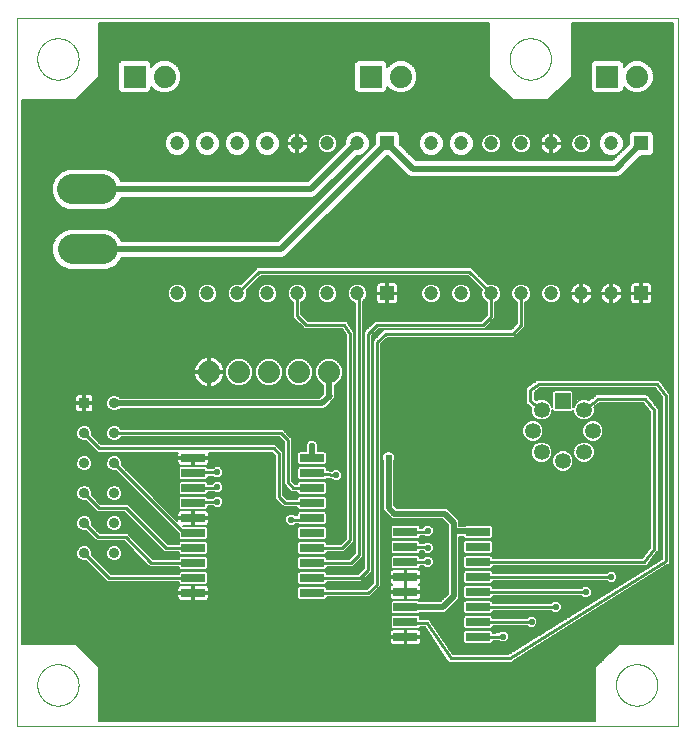
<source format=gtl>
G75*
%MOIN*%
%OFA0B0*%
%FSLAX25Y25*%
%IPPOS*%
%LPD*%
%AMOC8*
5,1,8,0,0,1.08239X$1,22.5*
%
%ADD10C,0.00000*%
%ADD11C,0.04724*%
%ADD12R,0.04724X0.04724*%
%ADD13R,0.08000X0.02600*%
%ADD14C,0.07400*%
%ADD15C,0.10039*%
%ADD16R,0.07400X0.07400*%
%ADD17C,0.05315*%
%ADD18R,0.05315X0.05315*%
%ADD19R,0.03543X0.03543*%
%ADD20C,0.03543*%
%ADD21C,0.00600*%
%ADD22C,0.02181*%
%ADD23C,0.02000*%
%ADD24C,0.02378*%
%ADD25C,0.01000*%
D10*
X0001300Y0001300D02*
X0001300Y0237520D01*
X0221772Y0237520D01*
X0221772Y0001300D01*
X0001300Y0001300D01*
X0008190Y0015080D02*
X0008192Y0015249D01*
X0008198Y0015418D01*
X0008209Y0015587D01*
X0008223Y0015755D01*
X0008242Y0015923D01*
X0008265Y0016091D01*
X0008291Y0016258D01*
X0008322Y0016424D01*
X0008357Y0016590D01*
X0008396Y0016754D01*
X0008440Y0016918D01*
X0008487Y0017080D01*
X0008538Y0017241D01*
X0008593Y0017401D01*
X0008652Y0017560D01*
X0008714Y0017717D01*
X0008781Y0017872D01*
X0008852Y0018026D01*
X0008926Y0018178D01*
X0009004Y0018328D01*
X0009085Y0018476D01*
X0009170Y0018622D01*
X0009259Y0018766D01*
X0009351Y0018908D01*
X0009447Y0019047D01*
X0009546Y0019184D01*
X0009648Y0019319D01*
X0009754Y0019451D01*
X0009863Y0019580D01*
X0009975Y0019707D01*
X0010090Y0019831D01*
X0010208Y0019952D01*
X0010329Y0020070D01*
X0010453Y0020185D01*
X0010580Y0020297D01*
X0010709Y0020406D01*
X0010841Y0020512D01*
X0010976Y0020614D01*
X0011113Y0020713D01*
X0011252Y0020809D01*
X0011394Y0020901D01*
X0011538Y0020990D01*
X0011684Y0021075D01*
X0011832Y0021156D01*
X0011982Y0021234D01*
X0012134Y0021308D01*
X0012288Y0021379D01*
X0012443Y0021446D01*
X0012600Y0021508D01*
X0012759Y0021567D01*
X0012919Y0021622D01*
X0013080Y0021673D01*
X0013242Y0021720D01*
X0013406Y0021764D01*
X0013570Y0021803D01*
X0013736Y0021838D01*
X0013902Y0021869D01*
X0014069Y0021895D01*
X0014237Y0021918D01*
X0014405Y0021937D01*
X0014573Y0021951D01*
X0014742Y0021962D01*
X0014911Y0021968D01*
X0015080Y0021970D01*
X0015249Y0021968D01*
X0015418Y0021962D01*
X0015587Y0021951D01*
X0015755Y0021937D01*
X0015923Y0021918D01*
X0016091Y0021895D01*
X0016258Y0021869D01*
X0016424Y0021838D01*
X0016590Y0021803D01*
X0016754Y0021764D01*
X0016918Y0021720D01*
X0017080Y0021673D01*
X0017241Y0021622D01*
X0017401Y0021567D01*
X0017560Y0021508D01*
X0017717Y0021446D01*
X0017872Y0021379D01*
X0018026Y0021308D01*
X0018178Y0021234D01*
X0018328Y0021156D01*
X0018476Y0021075D01*
X0018622Y0020990D01*
X0018766Y0020901D01*
X0018908Y0020809D01*
X0019047Y0020713D01*
X0019184Y0020614D01*
X0019319Y0020512D01*
X0019451Y0020406D01*
X0019580Y0020297D01*
X0019707Y0020185D01*
X0019831Y0020070D01*
X0019952Y0019952D01*
X0020070Y0019831D01*
X0020185Y0019707D01*
X0020297Y0019580D01*
X0020406Y0019451D01*
X0020512Y0019319D01*
X0020614Y0019184D01*
X0020713Y0019047D01*
X0020809Y0018908D01*
X0020901Y0018766D01*
X0020990Y0018622D01*
X0021075Y0018476D01*
X0021156Y0018328D01*
X0021234Y0018178D01*
X0021308Y0018026D01*
X0021379Y0017872D01*
X0021446Y0017717D01*
X0021508Y0017560D01*
X0021567Y0017401D01*
X0021622Y0017241D01*
X0021673Y0017080D01*
X0021720Y0016918D01*
X0021764Y0016754D01*
X0021803Y0016590D01*
X0021838Y0016424D01*
X0021869Y0016258D01*
X0021895Y0016091D01*
X0021918Y0015923D01*
X0021937Y0015755D01*
X0021951Y0015587D01*
X0021962Y0015418D01*
X0021968Y0015249D01*
X0021970Y0015080D01*
X0021968Y0014911D01*
X0021962Y0014742D01*
X0021951Y0014573D01*
X0021937Y0014405D01*
X0021918Y0014237D01*
X0021895Y0014069D01*
X0021869Y0013902D01*
X0021838Y0013736D01*
X0021803Y0013570D01*
X0021764Y0013406D01*
X0021720Y0013242D01*
X0021673Y0013080D01*
X0021622Y0012919D01*
X0021567Y0012759D01*
X0021508Y0012600D01*
X0021446Y0012443D01*
X0021379Y0012288D01*
X0021308Y0012134D01*
X0021234Y0011982D01*
X0021156Y0011832D01*
X0021075Y0011684D01*
X0020990Y0011538D01*
X0020901Y0011394D01*
X0020809Y0011252D01*
X0020713Y0011113D01*
X0020614Y0010976D01*
X0020512Y0010841D01*
X0020406Y0010709D01*
X0020297Y0010580D01*
X0020185Y0010453D01*
X0020070Y0010329D01*
X0019952Y0010208D01*
X0019831Y0010090D01*
X0019707Y0009975D01*
X0019580Y0009863D01*
X0019451Y0009754D01*
X0019319Y0009648D01*
X0019184Y0009546D01*
X0019047Y0009447D01*
X0018908Y0009351D01*
X0018766Y0009259D01*
X0018622Y0009170D01*
X0018476Y0009085D01*
X0018328Y0009004D01*
X0018178Y0008926D01*
X0018026Y0008852D01*
X0017872Y0008781D01*
X0017717Y0008714D01*
X0017560Y0008652D01*
X0017401Y0008593D01*
X0017241Y0008538D01*
X0017080Y0008487D01*
X0016918Y0008440D01*
X0016754Y0008396D01*
X0016590Y0008357D01*
X0016424Y0008322D01*
X0016258Y0008291D01*
X0016091Y0008265D01*
X0015923Y0008242D01*
X0015755Y0008223D01*
X0015587Y0008209D01*
X0015418Y0008198D01*
X0015249Y0008192D01*
X0015080Y0008190D01*
X0014911Y0008192D01*
X0014742Y0008198D01*
X0014573Y0008209D01*
X0014405Y0008223D01*
X0014237Y0008242D01*
X0014069Y0008265D01*
X0013902Y0008291D01*
X0013736Y0008322D01*
X0013570Y0008357D01*
X0013406Y0008396D01*
X0013242Y0008440D01*
X0013080Y0008487D01*
X0012919Y0008538D01*
X0012759Y0008593D01*
X0012600Y0008652D01*
X0012443Y0008714D01*
X0012288Y0008781D01*
X0012134Y0008852D01*
X0011982Y0008926D01*
X0011832Y0009004D01*
X0011684Y0009085D01*
X0011538Y0009170D01*
X0011394Y0009259D01*
X0011252Y0009351D01*
X0011113Y0009447D01*
X0010976Y0009546D01*
X0010841Y0009648D01*
X0010709Y0009754D01*
X0010580Y0009863D01*
X0010453Y0009975D01*
X0010329Y0010090D01*
X0010208Y0010208D01*
X0010090Y0010329D01*
X0009975Y0010453D01*
X0009863Y0010580D01*
X0009754Y0010709D01*
X0009648Y0010841D01*
X0009546Y0010976D01*
X0009447Y0011113D01*
X0009351Y0011252D01*
X0009259Y0011394D01*
X0009170Y0011538D01*
X0009085Y0011684D01*
X0009004Y0011832D01*
X0008926Y0011982D01*
X0008852Y0012134D01*
X0008781Y0012288D01*
X0008714Y0012443D01*
X0008652Y0012600D01*
X0008593Y0012759D01*
X0008538Y0012919D01*
X0008487Y0013080D01*
X0008440Y0013242D01*
X0008396Y0013406D01*
X0008357Y0013570D01*
X0008322Y0013736D01*
X0008291Y0013902D01*
X0008265Y0014069D01*
X0008242Y0014237D01*
X0008223Y0014405D01*
X0008209Y0014573D01*
X0008198Y0014742D01*
X0008192Y0014911D01*
X0008190Y0015080D01*
X0008190Y0223741D02*
X0008192Y0223910D01*
X0008198Y0224079D01*
X0008209Y0224248D01*
X0008223Y0224416D01*
X0008242Y0224584D01*
X0008265Y0224752D01*
X0008291Y0224919D01*
X0008322Y0225085D01*
X0008357Y0225251D01*
X0008396Y0225415D01*
X0008440Y0225579D01*
X0008487Y0225741D01*
X0008538Y0225902D01*
X0008593Y0226062D01*
X0008652Y0226221D01*
X0008714Y0226378D01*
X0008781Y0226533D01*
X0008852Y0226687D01*
X0008926Y0226839D01*
X0009004Y0226989D01*
X0009085Y0227137D01*
X0009170Y0227283D01*
X0009259Y0227427D01*
X0009351Y0227569D01*
X0009447Y0227708D01*
X0009546Y0227845D01*
X0009648Y0227980D01*
X0009754Y0228112D01*
X0009863Y0228241D01*
X0009975Y0228368D01*
X0010090Y0228492D01*
X0010208Y0228613D01*
X0010329Y0228731D01*
X0010453Y0228846D01*
X0010580Y0228958D01*
X0010709Y0229067D01*
X0010841Y0229173D01*
X0010976Y0229275D01*
X0011113Y0229374D01*
X0011252Y0229470D01*
X0011394Y0229562D01*
X0011538Y0229651D01*
X0011684Y0229736D01*
X0011832Y0229817D01*
X0011982Y0229895D01*
X0012134Y0229969D01*
X0012288Y0230040D01*
X0012443Y0230107D01*
X0012600Y0230169D01*
X0012759Y0230228D01*
X0012919Y0230283D01*
X0013080Y0230334D01*
X0013242Y0230381D01*
X0013406Y0230425D01*
X0013570Y0230464D01*
X0013736Y0230499D01*
X0013902Y0230530D01*
X0014069Y0230556D01*
X0014237Y0230579D01*
X0014405Y0230598D01*
X0014573Y0230612D01*
X0014742Y0230623D01*
X0014911Y0230629D01*
X0015080Y0230631D01*
X0015249Y0230629D01*
X0015418Y0230623D01*
X0015587Y0230612D01*
X0015755Y0230598D01*
X0015923Y0230579D01*
X0016091Y0230556D01*
X0016258Y0230530D01*
X0016424Y0230499D01*
X0016590Y0230464D01*
X0016754Y0230425D01*
X0016918Y0230381D01*
X0017080Y0230334D01*
X0017241Y0230283D01*
X0017401Y0230228D01*
X0017560Y0230169D01*
X0017717Y0230107D01*
X0017872Y0230040D01*
X0018026Y0229969D01*
X0018178Y0229895D01*
X0018328Y0229817D01*
X0018476Y0229736D01*
X0018622Y0229651D01*
X0018766Y0229562D01*
X0018908Y0229470D01*
X0019047Y0229374D01*
X0019184Y0229275D01*
X0019319Y0229173D01*
X0019451Y0229067D01*
X0019580Y0228958D01*
X0019707Y0228846D01*
X0019831Y0228731D01*
X0019952Y0228613D01*
X0020070Y0228492D01*
X0020185Y0228368D01*
X0020297Y0228241D01*
X0020406Y0228112D01*
X0020512Y0227980D01*
X0020614Y0227845D01*
X0020713Y0227708D01*
X0020809Y0227569D01*
X0020901Y0227427D01*
X0020990Y0227283D01*
X0021075Y0227137D01*
X0021156Y0226989D01*
X0021234Y0226839D01*
X0021308Y0226687D01*
X0021379Y0226533D01*
X0021446Y0226378D01*
X0021508Y0226221D01*
X0021567Y0226062D01*
X0021622Y0225902D01*
X0021673Y0225741D01*
X0021720Y0225579D01*
X0021764Y0225415D01*
X0021803Y0225251D01*
X0021838Y0225085D01*
X0021869Y0224919D01*
X0021895Y0224752D01*
X0021918Y0224584D01*
X0021937Y0224416D01*
X0021951Y0224248D01*
X0021962Y0224079D01*
X0021968Y0223910D01*
X0021970Y0223741D01*
X0021968Y0223572D01*
X0021962Y0223403D01*
X0021951Y0223234D01*
X0021937Y0223066D01*
X0021918Y0222898D01*
X0021895Y0222730D01*
X0021869Y0222563D01*
X0021838Y0222397D01*
X0021803Y0222231D01*
X0021764Y0222067D01*
X0021720Y0221903D01*
X0021673Y0221741D01*
X0021622Y0221580D01*
X0021567Y0221420D01*
X0021508Y0221261D01*
X0021446Y0221104D01*
X0021379Y0220949D01*
X0021308Y0220795D01*
X0021234Y0220643D01*
X0021156Y0220493D01*
X0021075Y0220345D01*
X0020990Y0220199D01*
X0020901Y0220055D01*
X0020809Y0219913D01*
X0020713Y0219774D01*
X0020614Y0219637D01*
X0020512Y0219502D01*
X0020406Y0219370D01*
X0020297Y0219241D01*
X0020185Y0219114D01*
X0020070Y0218990D01*
X0019952Y0218869D01*
X0019831Y0218751D01*
X0019707Y0218636D01*
X0019580Y0218524D01*
X0019451Y0218415D01*
X0019319Y0218309D01*
X0019184Y0218207D01*
X0019047Y0218108D01*
X0018908Y0218012D01*
X0018766Y0217920D01*
X0018622Y0217831D01*
X0018476Y0217746D01*
X0018328Y0217665D01*
X0018178Y0217587D01*
X0018026Y0217513D01*
X0017872Y0217442D01*
X0017717Y0217375D01*
X0017560Y0217313D01*
X0017401Y0217254D01*
X0017241Y0217199D01*
X0017080Y0217148D01*
X0016918Y0217101D01*
X0016754Y0217057D01*
X0016590Y0217018D01*
X0016424Y0216983D01*
X0016258Y0216952D01*
X0016091Y0216926D01*
X0015923Y0216903D01*
X0015755Y0216884D01*
X0015587Y0216870D01*
X0015418Y0216859D01*
X0015249Y0216853D01*
X0015080Y0216851D01*
X0014911Y0216853D01*
X0014742Y0216859D01*
X0014573Y0216870D01*
X0014405Y0216884D01*
X0014237Y0216903D01*
X0014069Y0216926D01*
X0013902Y0216952D01*
X0013736Y0216983D01*
X0013570Y0217018D01*
X0013406Y0217057D01*
X0013242Y0217101D01*
X0013080Y0217148D01*
X0012919Y0217199D01*
X0012759Y0217254D01*
X0012600Y0217313D01*
X0012443Y0217375D01*
X0012288Y0217442D01*
X0012134Y0217513D01*
X0011982Y0217587D01*
X0011832Y0217665D01*
X0011684Y0217746D01*
X0011538Y0217831D01*
X0011394Y0217920D01*
X0011252Y0218012D01*
X0011113Y0218108D01*
X0010976Y0218207D01*
X0010841Y0218309D01*
X0010709Y0218415D01*
X0010580Y0218524D01*
X0010453Y0218636D01*
X0010329Y0218751D01*
X0010208Y0218869D01*
X0010090Y0218990D01*
X0009975Y0219114D01*
X0009863Y0219241D01*
X0009754Y0219370D01*
X0009648Y0219502D01*
X0009546Y0219637D01*
X0009447Y0219774D01*
X0009351Y0219913D01*
X0009259Y0220055D01*
X0009170Y0220199D01*
X0009085Y0220345D01*
X0009004Y0220493D01*
X0008926Y0220643D01*
X0008852Y0220795D01*
X0008781Y0220949D01*
X0008714Y0221104D01*
X0008652Y0221261D01*
X0008593Y0221420D01*
X0008538Y0221580D01*
X0008487Y0221741D01*
X0008440Y0221903D01*
X0008396Y0222067D01*
X0008357Y0222231D01*
X0008322Y0222397D01*
X0008291Y0222563D01*
X0008265Y0222730D01*
X0008242Y0222898D01*
X0008223Y0223066D01*
X0008209Y0223234D01*
X0008198Y0223403D01*
X0008192Y0223572D01*
X0008190Y0223741D01*
X0165670Y0223741D02*
X0165672Y0223910D01*
X0165678Y0224079D01*
X0165689Y0224248D01*
X0165703Y0224416D01*
X0165722Y0224584D01*
X0165745Y0224752D01*
X0165771Y0224919D01*
X0165802Y0225085D01*
X0165837Y0225251D01*
X0165876Y0225415D01*
X0165920Y0225579D01*
X0165967Y0225741D01*
X0166018Y0225902D01*
X0166073Y0226062D01*
X0166132Y0226221D01*
X0166194Y0226378D01*
X0166261Y0226533D01*
X0166332Y0226687D01*
X0166406Y0226839D01*
X0166484Y0226989D01*
X0166565Y0227137D01*
X0166650Y0227283D01*
X0166739Y0227427D01*
X0166831Y0227569D01*
X0166927Y0227708D01*
X0167026Y0227845D01*
X0167128Y0227980D01*
X0167234Y0228112D01*
X0167343Y0228241D01*
X0167455Y0228368D01*
X0167570Y0228492D01*
X0167688Y0228613D01*
X0167809Y0228731D01*
X0167933Y0228846D01*
X0168060Y0228958D01*
X0168189Y0229067D01*
X0168321Y0229173D01*
X0168456Y0229275D01*
X0168593Y0229374D01*
X0168732Y0229470D01*
X0168874Y0229562D01*
X0169018Y0229651D01*
X0169164Y0229736D01*
X0169312Y0229817D01*
X0169462Y0229895D01*
X0169614Y0229969D01*
X0169768Y0230040D01*
X0169923Y0230107D01*
X0170080Y0230169D01*
X0170239Y0230228D01*
X0170399Y0230283D01*
X0170560Y0230334D01*
X0170722Y0230381D01*
X0170886Y0230425D01*
X0171050Y0230464D01*
X0171216Y0230499D01*
X0171382Y0230530D01*
X0171549Y0230556D01*
X0171717Y0230579D01*
X0171885Y0230598D01*
X0172053Y0230612D01*
X0172222Y0230623D01*
X0172391Y0230629D01*
X0172560Y0230631D01*
X0172729Y0230629D01*
X0172898Y0230623D01*
X0173067Y0230612D01*
X0173235Y0230598D01*
X0173403Y0230579D01*
X0173571Y0230556D01*
X0173738Y0230530D01*
X0173904Y0230499D01*
X0174070Y0230464D01*
X0174234Y0230425D01*
X0174398Y0230381D01*
X0174560Y0230334D01*
X0174721Y0230283D01*
X0174881Y0230228D01*
X0175040Y0230169D01*
X0175197Y0230107D01*
X0175352Y0230040D01*
X0175506Y0229969D01*
X0175658Y0229895D01*
X0175808Y0229817D01*
X0175956Y0229736D01*
X0176102Y0229651D01*
X0176246Y0229562D01*
X0176388Y0229470D01*
X0176527Y0229374D01*
X0176664Y0229275D01*
X0176799Y0229173D01*
X0176931Y0229067D01*
X0177060Y0228958D01*
X0177187Y0228846D01*
X0177311Y0228731D01*
X0177432Y0228613D01*
X0177550Y0228492D01*
X0177665Y0228368D01*
X0177777Y0228241D01*
X0177886Y0228112D01*
X0177992Y0227980D01*
X0178094Y0227845D01*
X0178193Y0227708D01*
X0178289Y0227569D01*
X0178381Y0227427D01*
X0178470Y0227283D01*
X0178555Y0227137D01*
X0178636Y0226989D01*
X0178714Y0226839D01*
X0178788Y0226687D01*
X0178859Y0226533D01*
X0178926Y0226378D01*
X0178988Y0226221D01*
X0179047Y0226062D01*
X0179102Y0225902D01*
X0179153Y0225741D01*
X0179200Y0225579D01*
X0179244Y0225415D01*
X0179283Y0225251D01*
X0179318Y0225085D01*
X0179349Y0224919D01*
X0179375Y0224752D01*
X0179398Y0224584D01*
X0179417Y0224416D01*
X0179431Y0224248D01*
X0179442Y0224079D01*
X0179448Y0223910D01*
X0179450Y0223741D01*
X0179448Y0223572D01*
X0179442Y0223403D01*
X0179431Y0223234D01*
X0179417Y0223066D01*
X0179398Y0222898D01*
X0179375Y0222730D01*
X0179349Y0222563D01*
X0179318Y0222397D01*
X0179283Y0222231D01*
X0179244Y0222067D01*
X0179200Y0221903D01*
X0179153Y0221741D01*
X0179102Y0221580D01*
X0179047Y0221420D01*
X0178988Y0221261D01*
X0178926Y0221104D01*
X0178859Y0220949D01*
X0178788Y0220795D01*
X0178714Y0220643D01*
X0178636Y0220493D01*
X0178555Y0220345D01*
X0178470Y0220199D01*
X0178381Y0220055D01*
X0178289Y0219913D01*
X0178193Y0219774D01*
X0178094Y0219637D01*
X0177992Y0219502D01*
X0177886Y0219370D01*
X0177777Y0219241D01*
X0177665Y0219114D01*
X0177550Y0218990D01*
X0177432Y0218869D01*
X0177311Y0218751D01*
X0177187Y0218636D01*
X0177060Y0218524D01*
X0176931Y0218415D01*
X0176799Y0218309D01*
X0176664Y0218207D01*
X0176527Y0218108D01*
X0176388Y0218012D01*
X0176246Y0217920D01*
X0176102Y0217831D01*
X0175956Y0217746D01*
X0175808Y0217665D01*
X0175658Y0217587D01*
X0175506Y0217513D01*
X0175352Y0217442D01*
X0175197Y0217375D01*
X0175040Y0217313D01*
X0174881Y0217254D01*
X0174721Y0217199D01*
X0174560Y0217148D01*
X0174398Y0217101D01*
X0174234Y0217057D01*
X0174070Y0217018D01*
X0173904Y0216983D01*
X0173738Y0216952D01*
X0173571Y0216926D01*
X0173403Y0216903D01*
X0173235Y0216884D01*
X0173067Y0216870D01*
X0172898Y0216859D01*
X0172729Y0216853D01*
X0172560Y0216851D01*
X0172391Y0216853D01*
X0172222Y0216859D01*
X0172053Y0216870D01*
X0171885Y0216884D01*
X0171717Y0216903D01*
X0171549Y0216926D01*
X0171382Y0216952D01*
X0171216Y0216983D01*
X0171050Y0217018D01*
X0170886Y0217057D01*
X0170722Y0217101D01*
X0170560Y0217148D01*
X0170399Y0217199D01*
X0170239Y0217254D01*
X0170080Y0217313D01*
X0169923Y0217375D01*
X0169768Y0217442D01*
X0169614Y0217513D01*
X0169462Y0217587D01*
X0169312Y0217665D01*
X0169164Y0217746D01*
X0169018Y0217831D01*
X0168874Y0217920D01*
X0168732Y0218012D01*
X0168593Y0218108D01*
X0168456Y0218207D01*
X0168321Y0218309D01*
X0168189Y0218415D01*
X0168060Y0218524D01*
X0167933Y0218636D01*
X0167809Y0218751D01*
X0167688Y0218869D01*
X0167570Y0218990D01*
X0167455Y0219114D01*
X0167343Y0219241D01*
X0167234Y0219370D01*
X0167128Y0219502D01*
X0167026Y0219637D01*
X0166927Y0219774D01*
X0166831Y0219913D01*
X0166739Y0220055D01*
X0166650Y0220199D01*
X0166565Y0220345D01*
X0166484Y0220493D01*
X0166406Y0220643D01*
X0166332Y0220795D01*
X0166261Y0220949D01*
X0166194Y0221104D01*
X0166132Y0221261D01*
X0166073Y0221420D01*
X0166018Y0221580D01*
X0165967Y0221741D01*
X0165920Y0221903D01*
X0165876Y0222067D01*
X0165837Y0222231D01*
X0165802Y0222397D01*
X0165771Y0222563D01*
X0165745Y0222730D01*
X0165722Y0222898D01*
X0165703Y0223066D01*
X0165689Y0223234D01*
X0165678Y0223403D01*
X0165672Y0223572D01*
X0165670Y0223741D01*
X0201103Y0015080D02*
X0201105Y0015249D01*
X0201111Y0015418D01*
X0201122Y0015587D01*
X0201136Y0015755D01*
X0201155Y0015923D01*
X0201178Y0016091D01*
X0201204Y0016258D01*
X0201235Y0016424D01*
X0201270Y0016590D01*
X0201309Y0016754D01*
X0201353Y0016918D01*
X0201400Y0017080D01*
X0201451Y0017241D01*
X0201506Y0017401D01*
X0201565Y0017560D01*
X0201627Y0017717D01*
X0201694Y0017872D01*
X0201765Y0018026D01*
X0201839Y0018178D01*
X0201917Y0018328D01*
X0201998Y0018476D01*
X0202083Y0018622D01*
X0202172Y0018766D01*
X0202264Y0018908D01*
X0202360Y0019047D01*
X0202459Y0019184D01*
X0202561Y0019319D01*
X0202667Y0019451D01*
X0202776Y0019580D01*
X0202888Y0019707D01*
X0203003Y0019831D01*
X0203121Y0019952D01*
X0203242Y0020070D01*
X0203366Y0020185D01*
X0203493Y0020297D01*
X0203622Y0020406D01*
X0203754Y0020512D01*
X0203889Y0020614D01*
X0204026Y0020713D01*
X0204165Y0020809D01*
X0204307Y0020901D01*
X0204451Y0020990D01*
X0204597Y0021075D01*
X0204745Y0021156D01*
X0204895Y0021234D01*
X0205047Y0021308D01*
X0205201Y0021379D01*
X0205356Y0021446D01*
X0205513Y0021508D01*
X0205672Y0021567D01*
X0205832Y0021622D01*
X0205993Y0021673D01*
X0206155Y0021720D01*
X0206319Y0021764D01*
X0206483Y0021803D01*
X0206649Y0021838D01*
X0206815Y0021869D01*
X0206982Y0021895D01*
X0207150Y0021918D01*
X0207318Y0021937D01*
X0207486Y0021951D01*
X0207655Y0021962D01*
X0207824Y0021968D01*
X0207993Y0021970D01*
X0208162Y0021968D01*
X0208331Y0021962D01*
X0208500Y0021951D01*
X0208668Y0021937D01*
X0208836Y0021918D01*
X0209004Y0021895D01*
X0209171Y0021869D01*
X0209337Y0021838D01*
X0209503Y0021803D01*
X0209667Y0021764D01*
X0209831Y0021720D01*
X0209993Y0021673D01*
X0210154Y0021622D01*
X0210314Y0021567D01*
X0210473Y0021508D01*
X0210630Y0021446D01*
X0210785Y0021379D01*
X0210939Y0021308D01*
X0211091Y0021234D01*
X0211241Y0021156D01*
X0211389Y0021075D01*
X0211535Y0020990D01*
X0211679Y0020901D01*
X0211821Y0020809D01*
X0211960Y0020713D01*
X0212097Y0020614D01*
X0212232Y0020512D01*
X0212364Y0020406D01*
X0212493Y0020297D01*
X0212620Y0020185D01*
X0212744Y0020070D01*
X0212865Y0019952D01*
X0212983Y0019831D01*
X0213098Y0019707D01*
X0213210Y0019580D01*
X0213319Y0019451D01*
X0213425Y0019319D01*
X0213527Y0019184D01*
X0213626Y0019047D01*
X0213722Y0018908D01*
X0213814Y0018766D01*
X0213903Y0018622D01*
X0213988Y0018476D01*
X0214069Y0018328D01*
X0214147Y0018178D01*
X0214221Y0018026D01*
X0214292Y0017872D01*
X0214359Y0017717D01*
X0214421Y0017560D01*
X0214480Y0017401D01*
X0214535Y0017241D01*
X0214586Y0017080D01*
X0214633Y0016918D01*
X0214677Y0016754D01*
X0214716Y0016590D01*
X0214751Y0016424D01*
X0214782Y0016258D01*
X0214808Y0016091D01*
X0214831Y0015923D01*
X0214850Y0015755D01*
X0214864Y0015587D01*
X0214875Y0015418D01*
X0214881Y0015249D01*
X0214883Y0015080D01*
X0214881Y0014911D01*
X0214875Y0014742D01*
X0214864Y0014573D01*
X0214850Y0014405D01*
X0214831Y0014237D01*
X0214808Y0014069D01*
X0214782Y0013902D01*
X0214751Y0013736D01*
X0214716Y0013570D01*
X0214677Y0013406D01*
X0214633Y0013242D01*
X0214586Y0013080D01*
X0214535Y0012919D01*
X0214480Y0012759D01*
X0214421Y0012600D01*
X0214359Y0012443D01*
X0214292Y0012288D01*
X0214221Y0012134D01*
X0214147Y0011982D01*
X0214069Y0011832D01*
X0213988Y0011684D01*
X0213903Y0011538D01*
X0213814Y0011394D01*
X0213722Y0011252D01*
X0213626Y0011113D01*
X0213527Y0010976D01*
X0213425Y0010841D01*
X0213319Y0010709D01*
X0213210Y0010580D01*
X0213098Y0010453D01*
X0212983Y0010329D01*
X0212865Y0010208D01*
X0212744Y0010090D01*
X0212620Y0009975D01*
X0212493Y0009863D01*
X0212364Y0009754D01*
X0212232Y0009648D01*
X0212097Y0009546D01*
X0211960Y0009447D01*
X0211821Y0009351D01*
X0211679Y0009259D01*
X0211535Y0009170D01*
X0211389Y0009085D01*
X0211241Y0009004D01*
X0211091Y0008926D01*
X0210939Y0008852D01*
X0210785Y0008781D01*
X0210630Y0008714D01*
X0210473Y0008652D01*
X0210314Y0008593D01*
X0210154Y0008538D01*
X0209993Y0008487D01*
X0209831Y0008440D01*
X0209667Y0008396D01*
X0209503Y0008357D01*
X0209337Y0008322D01*
X0209171Y0008291D01*
X0209004Y0008265D01*
X0208836Y0008242D01*
X0208668Y0008223D01*
X0208500Y0008209D01*
X0208331Y0008198D01*
X0208162Y0008192D01*
X0207993Y0008190D01*
X0207824Y0008192D01*
X0207655Y0008198D01*
X0207486Y0008209D01*
X0207318Y0008223D01*
X0207150Y0008242D01*
X0206982Y0008265D01*
X0206815Y0008291D01*
X0206649Y0008322D01*
X0206483Y0008357D01*
X0206319Y0008396D01*
X0206155Y0008440D01*
X0205993Y0008487D01*
X0205832Y0008538D01*
X0205672Y0008593D01*
X0205513Y0008652D01*
X0205356Y0008714D01*
X0205201Y0008781D01*
X0205047Y0008852D01*
X0204895Y0008926D01*
X0204745Y0009004D01*
X0204597Y0009085D01*
X0204451Y0009170D01*
X0204307Y0009259D01*
X0204165Y0009351D01*
X0204026Y0009447D01*
X0203889Y0009546D01*
X0203754Y0009648D01*
X0203622Y0009754D01*
X0203493Y0009863D01*
X0203366Y0009975D01*
X0203242Y0010090D01*
X0203121Y0010208D01*
X0203003Y0010329D01*
X0202888Y0010453D01*
X0202776Y0010580D01*
X0202667Y0010709D01*
X0202561Y0010841D01*
X0202459Y0010976D01*
X0202360Y0011113D01*
X0202264Y0011252D01*
X0202172Y0011394D01*
X0202083Y0011538D01*
X0201998Y0011684D01*
X0201917Y0011832D01*
X0201839Y0011982D01*
X0201765Y0012134D01*
X0201694Y0012288D01*
X0201627Y0012443D01*
X0201565Y0012600D01*
X0201506Y0012759D01*
X0201451Y0012919D01*
X0201400Y0013080D01*
X0201353Y0013242D01*
X0201309Y0013406D01*
X0201270Y0013570D01*
X0201235Y0013736D01*
X0201204Y0013902D01*
X0201178Y0014069D01*
X0201155Y0014237D01*
X0201136Y0014405D01*
X0201122Y0014573D01*
X0201111Y0014742D01*
X0201105Y0014911D01*
X0201103Y0015080D01*
D11*
X0199528Y0145591D03*
X0189528Y0145591D03*
X0179528Y0145591D03*
X0169528Y0145591D03*
X0159528Y0145591D03*
X0149528Y0145591D03*
X0139528Y0145591D03*
X0114883Y0145591D03*
X0104883Y0145591D03*
X0094883Y0145591D03*
X0084883Y0145591D03*
X0074883Y0145591D03*
X0064883Y0145591D03*
X0054883Y0145591D03*
X0054883Y0195591D03*
X0064883Y0195591D03*
X0074883Y0195591D03*
X0084883Y0195591D03*
X0094883Y0195591D03*
X0104883Y0195591D03*
X0114883Y0195591D03*
X0139528Y0195591D03*
X0149528Y0195591D03*
X0159528Y0195591D03*
X0169528Y0195591D03*
X0179528Y0195591D03*
X0189528Y0195591D03*
X0199528Y0195591D03*
D12*
X0209528Y0195591D03*
X0209528Y0145591D03*
X0124883Y0145591D03*
X0124883Y0195591D03*
D13*
X0099840Y0090729D03*
X0099840Y0085729D03*
X0099840Y0080729D03*
X0099840Y0075729D03*
X0099840Y0070729D03*
X0099840Y0065729D03*
X0099840Y0060729D03*
X0099840Y0055729D03*
X0099840Y0050729D03*
X0099840Y0045729D03*
X0130932Y0046044D03*
X0130932Y0041044D03*
X0130932Y0036044D03*
X0130932Y0031044D03*
X0130932Y0051044D03*
X0130932Y0056044D03*
X0130932Y0061044D03*
X0130932Y0066044D03*
X0155132Y0066044D03*
X0155132Y0061044D03*
X0155132Y0056044D03*
X0155132Y0051044D03*
X0155132Y0046044D03*
X0155132Y0041044D03*
X0155132Y0036044D03*
X0155132Y0031044D03*
X0060240Y0045729D03*
X0060240Y0050729D03*
X0060240Y0055729D03*
X0060240Y0060729D03*
X0060240Y0065729D03*
X0060240Y0070729D03*
X0060240Y0075729D03*
X0060240Y0080729D03*
X0060240Y0085729D03*
X0060240Y0090729D03*
D14*
X0065473Y0119410D03*
X0075473Y0119410D03*
X0085473Y0119410D03*
X0095473Y0119410D03*
X0105473Y0119410D03*
X0129410Y0217835D03*
X0050670Y0217835D03*
X0208150Y0217835D03*
D15*
X0029863Y0180316D02*
X0019824Y0180316D01*
X0020060Y0160316D02*
X0030099Y0160316D01*
D16*
X0040670Y0217835D03*
X0119410Y0217835D03*
X0198150Y0217835D03*
D17*
X0190473Y0106812D03*
X0193387Y0099725D03*
X0190473Y0092639D03*
X0183387Y0089725D03*
X0176300Y0092639D03*
X0173387Y0099725D03*
X0176300Y0106812D03*
D18*
X0183387Y0109725D03*
D19*
X0023859Y0108977D03*
D20*
X0023859Y0098977D03*
X0023859Y0088977D03*
X0023859Y0078977D03*
X0023859Y0068977D03*
X0023859Y0058977D03*
X0033859Y0058977D03*
X0033859Y0068977D03*
X0033859Y0078977D03*
X0033859Y0088977D03*
X0033859Y0098977D03*
X0033859Y0108977D03*
D21*
X0035737Y0107077D02*
X0103859Y0107077D01*
X0104972Y0108190D01*
X0104972Y0108190D01*
X0106418Y0109636D01*
X0107531Y0110749D01*
X0107531Y0112323D01*
X0107373Y0112481D01*
X0107373Y0115218D01*
X0108079Y0115511D01*
X0109373Y0116805D01*
X0110073Y0118495D01*
X0110073Y0120325D01*
X0109373Y0122016D01*
X0108079Y0123310D01*
X0106388Y0124010D01*
X0104558Y0124010D01*
X0102868Y0123310D01*
X0101574Y0122016D01*
X0100873Y0120325D01*
X0100873Y0118495D01*
X0101574Y0116805D01*
X0102868Y0115511D01*
X0103573Y0115218D01*
X0103573Y0112166D01*
X0102285Y0110877D01*
X0035737Y0110877D01*
X0035372Y0111242D01*
X0034390Y0111649D01*
X0033328Y0111649D01*
X0032346Y0111242D01*
X0031594Y0110491D01*
X0031187Y0109509D01*
X0031187Y0108446D01*
X0031594Y0107464D01*
X0032346Y0106712D01*
X0033328Y0106306D01*
X0034390Y0106306D01*
X0035372Y0106712D01*
X0035737Y0107077D01*
X0035193Y0106638D02*
X0111120Y0106638D01*
X0111120Y0107237D02*
X0104018Y0107237D01*
X0104616Y0107835D02*
X0111120Y0107835D01*
X0111120Y0108434D02*
X0105215Y0108434D01*
X0105814Y0109032D02*
X0111120Y0109032D01*
X0111120Y0109631D02*
X0106412Y0109631D01*
X0106418Y0109636D02*
X0106418Y0109636D01*
X0107011Y0110229D02*
X0111120Y0110229D01*
X0111120Y0110828D02*
X0107531Y0110828D01*
X0107531Y0111426D02*
X0111120Y0111426D01*
X0111120Y0112025D02*
X0107531Y0112025D01*
X0107373Y0112623D02*
X0111120Y0112623D01*
X0111120Y0113222D02*
X0107373Y0113222D01*
X0107373Y0113820D02*
X0111120Y0113820D01*
X0111120Y0114419D02*
X0107373Y0114419D01*
X0107373Y0115017D02*
X0111120Y0115017D01*
X0111120Y0115616D02*
X0108184Y0115616D01*
X0108783Y0116214D02*
X0111120Y0116214D01*
X0111120Y0116813D02*
X0109376Y0116813D01*
X0109624Y0117411D02*
X0111120Y0117411D01*
X0111120Y0118010D02*
X0109872Y0118010D01*
X0110073Y0118608D02*
X0111120Y0118608D01*
X0111120Y0119207D02*
X0110073Y0119207D01*
X0110073Y0119805D02*
X0111120Y0119805D01*
X0111120Y0120404D02*
X0110041Y0120404D01*
X0109793Y0121002D02*
X0111120Y0121002D01*
X0111120Y0121601D02*
X0109545Y0121601D01*
X0109190Y0122199D02*
X0111120Y0122199D01*
X0111120Y0122798D02*
X0108591Y0122798D01*
X0107870Y0123396D02*
X0111120Y0123396D01*
X0111120Y0123995D02*
X0106425Y0123995D01*
X0104521Y0123995D02*
X0096425Y0123995D01*
X0096388Y0124010D02*
X0094558Y0124010D01*
X0092868Y0123310D01*
X0091574Y0122016D01*
X0090873Y0120325D01*
X0090873Y0118495D01*
X0091574Y0116805D01*
X0092868Y0115511D01*
X0094558Y0114810D01*
X0096388Y0114810D01*
X0098079Y0115511D01*
X0099373Y0116805D01*
X0100073Y0118495D01*
X0100073Y0120325D01*
X0099373Y0122016D01*
X0098079Y0123310D01*
X0096388Y0124010D01*
X0097870Y0123396D02*
X0103076Y0123396D01*
X0102355Y0122798D02*
X0098591Y0122798D01*
X0099190Y0122199D02*
X0101757Y0122199D01*
X0101402Y0121601D02*
X0099545Y0121601D01*
X0099793Y0121002D02*
X0101154Y0121002D01*
X0100906Y0120404D02*
X0100041Y0120404D01*
X0100073Y0119805D02*
X0100873Y0119805D01*
X0100873Y0119207D02*
X0100073Y0119207D01*
X0100073Y0118608D02*
X0100873Y0118608D01*
X0101074Y0118010D02*
X0099872Y0118010D01*
X0099624Y0117411D02*
X0101322Y0117411D01*
X0101570Y0116813D02*
X0099376Y0116813D01*
X0098783Y0116214D02*
X0102164Y0116214D01*
X0102762Y0115616D02*
X0098184Y0115616D01*
X0096888Y0115017D02*
X0103573Y0115017D01*
X0103573Y0114419D02*
X0065920Y0114419D01*
X0065867Y0114410D02*
X0066644Y0114533D01*
X0067393Y0114777D01*
X0068094Y0115134D01*
X0068730Y0115596D01*
X0069287Y0116153D01*
X0069750Y0116790D01*
X0070107Y0117491D01*
X0070350Y0118239D01*
X0070473Y0119017D01*
X0070473Y0119110D01*
X0065773Y0119110D01*
X0065773Y0114410D01*
X0065867Y0114410D01*
X0065773Y0114419D02*
X0065173Y0114419D01*
X0065173Y0114410D02*
X0065173Y0119110D01*
X0060473Y0119110D01*
X0060473Y0119017D01*
X0060596Y0118239D01*
X0060840Y0117491D01*
X0061197Y0116790D01*
X0061659Y0116153D01*
X0062216Y0115596D01*
X0062853Y0115134D01*
X0063554Y0114777D01*
X0064302Y0114533D01*
X0065080Y0114410D01*
X0065173Y0114410D01*
X0065027Y0114419D02*
X0003100Y0114419D01*
X0003100Y0115017D02*
X0063082Y0115017D01*
X0062197Y0115616D02*
X0003100Y0115616D01*
X0003100Y0116214D02*
X0061615Y0116214D01*
X0061185Y0116813D02*
X0003100Y0116813D01*
X0003100Y0117411D02*
X0060880Y0117411D01*
X0060671Y0118010D02*
X0003100Y0118010D01*
X0003100Y0118608D02*
X0060538Y0118608D01*
X0060473Y0119710D02*
X0065173Y0119710D01*
X0065173Y0119110D01*
X0065773Y0119110D01*
X0065773Y0119710D01*
X0065173Y0119710D01*
X0065173Y0124410D01*
X0065080Y0124410D01*
X0064302Y0124287D01*
X0063554Y0124044D01*
X0062853Y0123687D01*
X0062216Y0123224D01*
X0061659Y0122668D01*
X0061197Y0122031D01*
X0060840Y0121330D01*
X0060596Y0120581D01*
X0060473Y0119804D01*
X0060473Y0119710D01*
X0060473Y0119805D02*
X0003100Y0119805D01*
X0003100Y0119207D02*
X0065173Y0119207D01*
X0065173Y0119805D02*
X0065773Y0119805D01*
X0065773Y0119710D02*
X0065773Y0124410D01*
X0065867Y0124410D01*
X0066644Y0124287D01*
X0067393Y0124044D01*
X0068094Y0123687D01*
X0068730Y0123224D01*
X0069287Y0122668D01*
X0069750Y0122031D01*
X0070107Y0121330D01*
X0070350Y0120581D01*
X0070473Y0119804D01*
X0070473Y0119710D01*
X0065773Y0119710D01*
X0065773Y0119207D02*
X0070873Y0119207D01*
X0070873Y0119805D02*
X0070473Y0119805D01*
X0070378Y0120404D02*
X0070906Y0120404D01*
X0070873Y0120325D02*
X0070873Y0118495D01*
X0071574Y0116805D01*
X0072868Y0115511D01*
X0074558Y0114810D01*
X0076388Y0114810D01*
X0078079Y0115511D01*
X0079373Y0116805D01*
X0080073Y0118495D01*
X0080073Y0120325D01*
X0079373Y0122016D01*
X0078079Y0123310D01*
X0076388Y0124010D01*
X0074558Y0124010D01*
X0072868Y0123310D01*
X0071574Y0122016D01*
X0070873Y0120325D01*
X0071154Y0121002D02*
X0070213Y0121002D01*
X0069969Y0121601D02*
X0071402Y0121601D01*
X0071757Y0122199D02*
X0069627Y0122199D01*
X0069157Y0122798D02*
X0072355Y0122798D01*
X0073076Y0123396D02*
X0068493Y0123396D01*
X0067489Y0123995D02*
X0074521Y0123995D01*
X0076425Y0123995D02*
X0084521Y0123995D01*
X0084558Y0124010D02*
X0082868Y0123310D01*
X0081574Y0122016D01*
X0080873Y0120325D01*
X0080873Y0118495D01*
X0081574Y0116805D01*
X0082868Y0115511D01*
X0084558Y0114810D01*
X0086388Y0114810D01*
X0088079Y0115511D01*
X0089373Y0116805D01*
X0090073Y0118495D01*
X0090073Y0120325D01*
X0089373Y0122016D01*
X0088079Y0123310D01*
X0086388Y0124010D01*
X0084558Y0124010D01*
X0083076Y0123396D02*
X0077870Y0123396D01*
X0078591Y0122798D02*
X0082355Y0122798D01*
X0081757Y0122199D02*
X0079190Y0122199D01*
X0079545Y0121601D02*
X0081402Y0121601D01*
X0081154Y0121002D02*
X0079793Y0121002D01*
X0080041Y0120404D02*
X0080906Y0120404D01*
X0080873Y0119805D02*
X0080073Y0119805D01*
X0080073Y0119207D02*
X0080873Y0119207D01*
X0080873Y0118608D02*
X0080073Y0118608D01*
X0079872Y0118010D02*
X0081074Y0118010D01*
X0081322Y0117411D02*
X0079624Y0117411D01*
X0079376Y0116813D02*
X0081570Y0116813D01*
X0082164Y0116214D02*
X0078783Y0116214D01*
X0078184Y0115616D02*
X0082762Y0115616D01*
X0084059Y0115017D02*
X0076888Y0115017D01*
X0074059Y0115017D02*
X0067865Y0115017D01*
X0068750Y0115616D02*
X0072762Y0115616D01*
X0072164Y0116214D02*
X0069331Y0116214D01*
X0069761Y0116813D02*
X0071570Y0116813D01*
X0071322Y0117411D02*
X0070066Y0117411D01*
X0070275Y0118010D02*
X0071074Y0118010D01*
X0070873Y0118608D02*
X0070409Y0118608D01*
X0065773Y0118608D02*
X0065173Y0118608D01*
X0065173Y0118010D02*
X0065773Y0118010D01*
X0065773Y0117411D02*
X0065173Y0117411D01*
X0065173Y0116813D02*
X0065773Y0116813D01*
X0065773Y0116214D02*
X0065173Y0116214D01*
X0065173Y0115616D02*
X0065773Y0115616D01*
X0065773Y0115017D02*
X0065173Y0115017D01*
X0065173Y0120404D02*
X0065773Y0120404D01*
X0065773Y0121002D02*
X0065173Y0121002D01*
X0065173Y0121601D02*
X0065773Y0121601D01*
X0065773Y0122199D02*
X0065173Y0122199D01*
X0065173Y0122798D02*
X0065773Y0122798D01*
X0065773Y0123396D02*
X0065173Y0123396D01*
X0065173Y0123995D02*
X0065773Y0123995D01*
X0063458Y0123995D02*
X0003100Y0123995D01*
X0003100Y0124593D02*
X0111120Y0124593D01*
X0111120Y0125192D02*
X0003100Y0125192D01*
X0003100Y0125790D02*
X0111120Y0125790D01*
X0111120Y0126389D02*
X0003100Y0126389D01*
X0003100Y0126987D02*
X0111120Y0126987D01*
X0111120Y0127586D02*
X0003100Y0127586D01*
X0003100Y0128184D02*
X0111120Y0128184D01*
X0111120Y0128783D02*
X0003100Y0128783D01*
X0003100Y0129381D02*
X0111120Y0129381D01*
X0111120Y0129980D02*
X0003100Y0129980D01*
X0003100Y0130578D02*
X0111120Y0130578D01*
X0111120Y0131177D02*
X0003100Y0131177D01*
X0003100Y0131775D02*
X0111120Y0131775D01*
X0111120Y0131782D02*
X0111120Y0063888D01*
X0109362Y0062129D01*
X0104740Y0062129D01*
X0104740Y0062402D01*
X0104213Y0062929D01*
X0095467Y0062929D01*
X0094940Y0062402D01*
X0094940Y0059056D01*
X0095467Y0058529D01*
X0104213Y0058529D01*
X0104740Y0059056D01*
X0104740Y0059329D01*
X0110522Y0059329D01*
X0113920Y0062728D01*
X0113920Y0132067D01*
X0114007Y0132500D01*
X0113920Y0132629D01*
X0113920Y0132785D01*
X0113608Y0133097D01*
X0111952Y0135582D01*
X0111952Y0135738D01*
X0111640Y0136050D01*
X0111395Y0136417D01*
X0111242Y0136448D01*
X0111132Y0136558D01*
X0110691Y0136558D01*
X0110258Y0136645D01*
X0110128Y0136558D01*
X0098337Y0136558D01*
X0096210Y0138685D01*
X0096252Y0142627D01*
X0096731Y0142826D01*
X0097648Y0143743D01*
X0098145Y0144942D01*
X0098145Y0146240D01*
X0097648Y0147439D01*
X0096731Y0148357D01*
X0095532Y0148854D01*
X0094234Y0148854D01*
X0093035Y0148357D01*
X0092117Y0147439D01*
X0091620Y0146240D01*
X0091620Y0144942D01*
X0092117Y0143743D01*
X0093035Y0142826D01*
X0093452Y0142653D01*
X0093410Y0138697D01*
X0093404Y0138691D01*
X0093404Y0138119D01*
X0093398Y0137546D01*
X0093404Y0137540D01*
X0093404Y0137531D01*
X0093809Y0137126D01*
X0094209Y0136717D01*
X0094218Y0136717D01*
X0096357Y0134578D01*
X0097177Y0133758D01*
X0109803Y0133758D01*
X0111120Y0131782D01*
X0110726Y0132374D02*
X0003100Y0132374D01*
X0003100Y0132972D02*
X0110327Y0132972D01*
X0109928Y0133571D02*
X0003100Y0133571D01*
X0003100Y0134170D02*
X0096766Y0134170D01*
X0096167Y0134768D02*
X0003100Y0134768D01*
X0003100Y0135367D02*
X0095569Y0135367D01*
X0094970Y0135965D02*
X0003100Y0135965D01*
X0003100Y0136564D02*
X0094371Y0136564D01*
X0093773Y0137162D02*
X0003100Y0137162D01*
X0003100Y0137761D02*
X0093400Y0137761D01*
X0093404Y0138359D02*
X0003100Y0138359D01*
X0003100Y0138958D02*
X0093413Y0138958D01*
X0093419Y0139556D02*
X0003100Y0139556D01*
X0003100Y0140155D02*
X0093425Y0140155D01*
X0093432Y0140753D02*
X0003100Y0140753D01*
X0003100Y0141352D02*
X0093438Y0141352D01*
X0093444Y0141950D02*
X0003100Y0141950D01*
X0003100Y0142549D02*
X0053704Y0142549D01*
X0054234Y0142329D02*
X0053035Y0142826D01*
X0052117Y0143743D01*
X0051620Y0144942D01*
X0051620Y0146240D01*
X0052117Y0147439D01*
X0053035Y0148357D01*
X0054234Y0148854D01*
X0055532Y0148854D01*
X0056731Y0148357D01*
X0057648Y0147439D01*
X0058145Y0146240D01*
X0058145Y0144942D01*
X0057648Y0143743D01*
X0056731Y0142826D01*
X0055532Y0142329D01*
X0054234Y0142329D01*
X0052713Y0143147D02*
X0003100Y0143147D01*
X0003100Y0143746D02*
X0052116Y0143746D01*
X0051868Y0144344D02*
X0003100Y0144344D01*
X0003100Y0144943D02*
X0051620Y0144943D01*
X0051620Y0145541D02*
X0003100Y0145541D01*
X0003100Y0146140D02*
X0051620Y0146140D01*
X0051827Y0146738D02*
X0003100Y0146738D01*
X0003100Y0147337D02*
X0052075Y0147337D01*
X0052613Y0147935D02*
X0003100Y0147935D01*
X0003100Y0148534D02*
X0053462Y0148534D01*
X0056304Y0148534D02*
X0063462Y0148534D01*
X0063035Y0148357D02*
X0062117Y0147439D01*
X0061620Y0146240D01*
X0061620Y0144942D01*
X0062117Y0143743D01*
X0063035Y0142826D01*
X0064234Y0142329D01*
X0065532Y0142329D01*
X0066731Y0142826D01*
X0067648Y0143743D01*
X0068145Y0144942D01*
X0068145Y0146240D01*
X0067648Y0147439D01*
X0066731Y0148357D01*
X0065532Y0148854D01*
X0064234Y0148854D01*
X0063035Y0148357D01*
X0062613Y0147935D02*
X0057152Y0147935D01*
X0057691Y0147337D02*
X0062075Y0147337D01*
X0061827Y0146738D02*
X0057939Y0146738D01*
X0058145Y0146140D02*
X0061620Y0146140D01*
X0061620Y0145541D02*
X0058145Y0145541D01*
X0058145Y0144943D02*
X0061620Y0144943D01*
X0061868Y0144344D02*
X0057897Y0144344D01*
X0057649Y0143746D02*
X0062116Y0143746D01*
X0062713Y0143147D02*
X0057052Y0143147D01*
X0056062Y0142549D02*
X0063704Y0142549D01*
X0066062Y0142549D02*
X0073704Y0142549D01*
X0074234Y0142329D02*
X0073035Y0142826D01*
X0072117Y0143743D01*
X0071620Y0144942D01*
X0071620Y0146240D01*
X0072117Y0147439D01*
X0073035Y0148357D01*
X0074234Y0148854D01*
X0075532Y0148854D01*
X0075979Y0148668D01*
X0080766Y0153455D01*
X0081586Y0154275D01*
X0152825Y0154275D01*
X0153645Y0153455D01*
X0158432Y0148668D01*
X0158879Y0148854D01*
X0160177Y0148854D01*
X0161376Y0148357D01*
X0162294Y0147439D01*
X0162791Y0146240D01*
X0162791Y0144942D01*
X0162294Y0143743D01*
X0161376Y0142826D01*
X0160928Y0142640D01*
X0160928Y0137295D01*
X0157392Y0133758D01*
X0121959Y0133758D01*
X0119826Y0131626D01*
X0119826Y0052885D01*
X0116270Y0049329D01*
X0104740Y0049329D01*
X0104740Y0049056D01*
X0104213Y0048529D01*
X0095467Y0048529D01*
X0094940Y0049056D01*
X0094940Y0052402D01*
X0095467Y0052929D01*
X0104213Y0052929D01*
X0104740Y0052402D01*
X0104740Y0052129D01*
X0115110Y0052129D01*
X0117026Y0054045D01*
X0117026Y0132785D01*
X0117846Y0133605D01*
X0117846Y0133605D01*
X0119979Y0135738D01*
X0119979Y0135738D01*
X0120799Y0136558D01*
X0156232Y0136558D01*
X0158128Y0138455D01*
X0158128Y0142640D01*
X0157680Y0142826D01*
X0156763Y0143743D01*
X0156266Y0144942D01*
X0156266Y0146240D01*
X0156452Y0146688D01*
X0151665Y0151475D01*
X0082746Y0151475D01*
X0077959Y0146688D01*
X0078145Y0146240D01*
X0078145Y0144942D01*
X0077648Y0143743D01*
X0076731Y0142826D01*
X0075532Y0142329D01*
X0074234Y0142329D01*
X0072713Y0143147D02*
X0067052Y0143147D01*
X0067649Y0143746D02*
X0072116Y0143746D01*
X0071868Y0144344D02*
X0067897Y0144344D01*
X0068145Y0144943D02*
X0071620Y0144943D01*
X0071620Y0145541D02*
X0068145Y0145541D01*
X0068145Y0146140D02*
X0071620Y0146140D01*
X0071827Y0146738D02*
X0067939Y0146738D01*
X0067691Y0147337D02*
X0072075Y0147337D01*
X0072613Y0147935D02*
X0067152Y0147935D01*
X0066304Y0148534D02*
X0073462Y0148534D01*
X0076444Y0149132D02*
X0003100Y0149132D01*
X0003100Y0149731D02*
X0077042Y0149731D01*
X0077641Y0150329D02*
X0003100Y0150329D01*
X0003100Y0150928D02*
X0078239Y0150928D01*
X0078838Y0151526D02*
X0003100Y0151526D01*
X0003100Y0152125D02*
X0079436Y0152125D01*
X0080035Y0152723D02*
X0003100Y0152723D01*
X0003100Y0153322D02*
X0080633Y0153322D01*
X0081232Y0153920D02*
X0032480Y0153920D01*
X0031456Y0153496D02*
X0033962Y0154534D01*
X0035881Y0156453D01*
X0036321Y0157516D01*
X0090164Y0157516D01*
X0091193Y0157942D01*
X0124680Y0191429D01*
X0125085Y0191429D01*
X0131761Y0184753D01*
X0132790Y0184327D01*
X0201621Y0184327D01*
X0202650Y0184753D01*
X0203437Y0185541D01*
X0209326Y0191429D01*
X0212636Y0191429D01*
X0213691Y0192484D01*
X0213691Y0198699D01*
X0212636Y0199754D01*
X0206421Y0199754D01*
X0205366Y0198699D01*
X0205366Y0195389D01*
X0199904Y0189927D01*
X0134507Y0189927D01*
X0129045Y0195389D01*
X0129045Y0198699D01*
X0127990Y0199754D01*
X0121775Y0199754D01*
X0120720Y0198699D01*
X0120720Y0195389D01*
X0088447Y0163116D01*
X0036321Y0163116D01*
X0035881Y0164179D01*
X0033962Y0166097D01*
X0031456Y0167135D01*
X0018703Y0167135D01*
X0016197Y0166097D01*
X0014278Y0164179D01*
X0013240Y0161672D01*
X0013240Y0158959D01*
X0014278Y0156453D01*
X0016197Y0154534D01*
X0018703Y0153496D01*
X0031456Y0153496D01*
X0033925Y0154519D02*
X0219972Y0154519D01*
X0219972Y0155117D02*
X0034545Y0155117D01*
X0035144Y0155716D02*
X0219972Y0155716D01*
X0219972Y0156314D02*
X0035742Y0156314D01*
X0036071Y0156913D02*
X0219972Y0156913D01*
X0219972Y0157511D02*
X0036319Y0157511D01*
X0036163Y0163497D02*
X0088828Y0163497D01*
X0089427Y0164095D02*
X0035915Y0164095D01*
X0035366Y0164694D02*
X0090025Y0164694D01*
X0090624Y0165292D02*
X0034767Y0165292D01*
X0034169Y0165891D02*
X0091222Y0165891D01*
X0091821Y0166489D02*
X0033016Y0166489D01*
X0031571Y0167088D02*
X0092419Y0167088D01*
X0093018Y0167686D02*
X0003100Y0167686D01*
X0003100Y0167088D02*
X0018588Y0167088D01*
X0017143Y0166489D02*
X0003100Y0166489D01*
X0003100Y0165891D02*
X0015990Y0165891D01*
X0015392Y0165292D02*
X0003100Y0165292D01*
X0003100Y0164694D02*
X0014793Y0164694D01*
X0014244Y0164095D02*
X0003100Y0164095D01*
X0003100Y0163497D02*
X0013996Y0163497D01*
X0013748Y0162898D02*
X0003100Y0162898D01*
X0003100Y0162300D02*
X0013500Y0162300D01*
X0013252Y0161701D02*
X0003100Y0161701D01*
X0003100Y0161103D02*
X0013240Y0161103D01*
X0013240Y0160504D02*
X0003100Y0160504D01*
X0003100Y0159905D02*
X0013240Y0159905D01*
X0013240Y0159307D02*
X0003100Y0159307D01*
X0003100Y0158708D02*
X0013344Y0158708D01*
X0013592Y0158110D02*
X0003100Y0158110D01*
X0003100Y0157511D02*
X0013840Y0157511D01*
X0014088Y0156913D02*
X0003100Y0156913D01*
X0003100Y0156314D02*
X0014417Y0156314D01*
X0015015Y0155716D02*
X0003100Y0155716D01*
X0003100Y0155117D02*
X0015614Y0155117D01*
X0016234Y0154519D02*
X0003100Y0154519D01*
X0003100Y0153920D02*
X0017679Y0153920D01*
X0003100Y0168285D02*
X0093616Y0168285D01*
X0094215Y0168883D02*
X0003100Y0168883D01*
X0003100Y0169482D02*
X0094813Y0169482D01*
X0095412Y0170080D02*
X0003100Y0170080D01*
X0003100Y0170679D02*
X0096010Y0170679D01*
X0096609Y0171277D02*
X0003100Y0171277D01*
X0003100Y0171876D02*
X0097207Y0171876D01*
X0097806Y0172474D02*
X0003100Y0172474D01*
X0003100Y0173073D02*
X0098404Y0173073D01*
X0099003Y0173671D02*
X0031642Y0173671D01*
X0031220Y0173496D02*
X0033726Y0174534D01*
X0035644Y0176453D01*
X0036085Y0177516D01*
X0100164Y0177516D01*
X0101193Y0177942D01*
X0114680Y0191429D01*
X0115711Y0191429D01*
X0117240Y0192063D01*
X0118411Y0193234D01*
X0119045Y0194763D01*
X0119045Y0196419D01*
X0118411Y0197949D01*
X0117240Y0199120D01*
X0115711Y0199754D01*
X0114055Y0199754D01*
X0112525Y0199120D01*
X0111354Y0197949D01*
X0110720Y0196419D01*
X0110720Y0195389D01*
X0098447Y0183116D01*
X0036085Y0183116D01*
X0035644Y0184179D01*
X0033726Y0186097D01*
X0031220Y0187135D01*
X0018467Y0187135D01*
X0015961Y0186097D01*
X0014042Y0184179D01*
X0013004Y0181672D01*
X0013004Y0178959D01*
X0014042Y0176453D01*
X0015961Y0174534D01*
X0018467Y0173496D01*
X0031220Y0173496D01*
X0033087Y0174270D02*
X0099601Y0174270D01*
X0100200Y0174868D02*
X0034060Y0174868D01*
X0034659Y0175467D02*
X0100798Y0175467D01*
X0101397Y0176065D02*
X0035257Y0176065D01*
X0035732Y0176664D02*
X0101995Y0176664D01*
X0102594Y0177262D02*
X0035980Y0177262D01*
X0036030Y0183247D02*
X0098579Y0183247D01*
X0099178Y0183846D02*
X0035782Y0183846D01*
X0035379Y0184444D02*
X0099776Y0184444D01*
X0100375Y0185043D02*
X0034780Y0185043D01*
X0034182Y0185641D02*
X0100973Y0185641D01*
X0101572Y0186240D02*
X0033381Y0186240D01*
X0031936Y0186839D02*
X0102170Y0186839D01*
X0102769Y0187437D02*
X0003100Y0187437D01*
X0003100Y0186839D02*
X0017750Y0186839D01*
X0016305Y0186240D02*
X0003100Y0186240D01*
X0003100Y0185641D02*
X0015505Y0185641D01*
X0014906Y0185043D02*
X0003100Y0185043D01*
X0003100Y0184444D02*
X0014308Y0184444D01*
X0013904Y0183846D02*
X0003100Y0183846D01*
X0003100Y0183247D02*
X0013656Y0183247D01*
X0013408Y0182649D02*
X0003100Y0182649D01*
X0003100Y0182050D02*
X0013161Y0182050D01*
X0013004Y0181452D02*
X0003100Y0181452D01*
X0003100Y0180853D02*
X0013004Y0180853D01*
X0013004Y0180255D02*
X0003100Y0180255D01*
X0003100Y0179656D02*
X0013004Y0179656D01*
X0013004Y0179058D02*
X0003100Y0179058D01*
X0003100Y0178459D02*
X0013211Y0178459D01*
X0013459Y0177861D02*
X0003100Y0177861D01*
X0003100Y0177262D02*
X0013707Y0177262D01*
X0013955Y0176664D02*
X0003100Y0176664D01*
X0003100Y0176065D02*
X0014430Y0176065D01*
X0015028Y0175467D02*
X0003100Y0175467D01*
X0003100Y0174868D02*
X0015627Y0174868D01*
X0016599Y0174270D02*
X0003100Y0174270D01*
X0003100Y0173671D02*
X0018044Y0173671D01*
X0003100Y0188036D02*
X0103367Y0188036D01*
X0103966Y0188634D02*
X0003100Y0188634D01*
X0003100Y0189233D02*
X0104564Y0189233D01*
X0105163Y0189831D02*
X0003100Y0189831D01*
X0003100Y0190430D02*
X0105761Y0190430D01*
X0106360Y0191028D02*
X0003100Y0191028D01*
X0003100Y0191627D02*
X0053578Y0191627D01*
X0054055Y0191429D02*
X0052525Y0192063D01*
X0051354Y0193234D01*
X0050720Y0194763D01*
X0050720Y0196419D01*
X0051354Y0197949D01*
X0052525Y0199120D01*
X0054055Y0199754D01*
X0055711Y0199754D01*
X0057240Y0199120D01*
X0058411Y0197949D01*
X0059045Y0196419D01*
X0059045Y0194763D01*
X0058411Y0193234D01*
X0057240Y0192063D01*
X0055711Y0191429D01*
X0054055Y0191429D01*
X0052363Y0192225D02*
X0003100Y0192225D01*
X0003100Y0192824D02*
X0051764Y0192824D01*
X0051276Y0193422D02*
X0003100Y0193422D01*
X0003100Y0194021D02*
X0051028Y0194021D01*
X0050780Y0194619D02*
X0003100Y0194619D01*
X0003100Y0195218D02*
X0050720Y0195218D01*
X0050720Y0195816D02*
X0003100Y0195816D01*
X0003100Y0196415D02*
X0050720Y0196415D01*
X0050966Y0197013D02*
X0003100Y0197013D01*
X0003100Y0197612D02*
X0051214Y0197612D01*
X0051615Y0198210D02*
X0003100Y0198210D01*
X0003100Y0198809D02*
X0052214Y0198809D01*
X0053219Y0199407D02*
X0003100Y0199407D01*
X0003100Y0200006D02*
X0219972Y0200006D01*
X0219972Y0200604D02*
X0003100Y0200604D01*
X0003100Y0201203D02*
X0219972Y0201203D01*
X0219972Y0201801D02*
X0003100Y0201801D01*
X0003100Y0202400D02*
X0219972Y0202400D01*
X0219972Y0202998D02*
X0003100Y0202998D01*
X0003100Y0203597D02*
X0219972Y0203597D01*
X0219972Y0204195D02*
X0003100Y0204195D01*
X0003100Y0204794D02*
X0219972Y0204794D01*
X0219972Y0205392D02*
X0003100Y0205392D01*
X0003100Y0205991D02*
X0219972Y0205991D01*
X0219972Y0206589D02*
X0003100Y0206589D01*
X0003100Y0207188D02*
X0219972Y0207188D01*
X0219972Y0207786D02*
X0003100Y0207786D01*
X0003100Y0208385D02*
X0219972Y0208385D01*
X0219972Y0208983D02*
X0003100Y0208983D01*
X0003100Y0209582D02*
X0219972Y0209582D01*
X0219972Y0210180D02*
X0178684Y0210180D01*
X0178465Y0209961D02*
X0186339Y0217835D01*
X0186339Y0235720D01*
X0219972Y0235720D01*
X0219972Y0028859D01*
X0202087Y0028859D01*
X0194213Y0020985D01*
X0194213Y0003100D01*
X0028859Y0003100D01*
X0028859Y0020985D01*
X0020985Y0028859D01*
X0003100Y0028859D01*
X0003100Y0209961D01*
X0020985Y0209961D01*
X0028859Y0217835D01*
X0028859Y0235720D01*
X0158780Y0235720D01*
X0158780Y0217835D01*
X0166654Y0209961D01*
X0178465Y0209961D01*
X0179283Y0210779D02*
X0219972Y0210779D01*
X0219972Y0211377D02*
X0179881Y0211377D01*
X0180480Y0211976D02*
X0219972Y0211976D01*
X0219972Y0212574D02*
X0209822Y0212574D01*
X0209244Y0212335D02*
X0207056Y0212335D01*
X0205035Y0213173D01*
X0203650Y0214557D01*
X0203650Y0213390D01*
X0202596Y0212335D01*
X0193705Y0212335D01*
X0192650Y0213390D01*
X0192650Y0222281D01*
X0193705Y0223335D01*
X0202596Y0223335D01*
X0203650Y0222281D01*
X0203650Y0221114D01*
X0205035Y0222498D01*
X0207056Y0223335D01*
X0209244Y0223335D01*
X0211266Y0222498D01*
X0212813Y0220951D01*
X0213650Y0218929D01*
X0213650Y0216741D01*
X0212813Y0214720D01*
X0211266Y0213173D01*
X0219972Y0213173D01*
X0219972Y0213772D02*
X0211865Y0213772D01*
X0212463Y0214370D02*
X0219972Y0214370D01*
X0219972Y0214969D02*
X0212916Y0214969D01*
X0213164Y0215567D02*
X0219972Y0215567D01*
X0219972Y0216166D02*
X0213412Y0216166D01*
X0213650Y0216764D02*
X0219972Y0216764D01*
X0219972Y0217363D02*
X0213650Y0217363D01*
X0213650Y0217961D02*
X0219972Y0217961D01*
X0219972Y0218560D02*
X0213650Y0218560D01*
X0213556Y0219158D02*
X0219972Y0219158D01*
X0219972Y0219757D02*
X0213308Y0219757D01*
X0213060Y0220355D02*
X0219972Y0220355D01*
X0219972Y0220954D02*
X0212810Y0220954D01*
X0212212Y0221552D02*
X0219972Y0221552D01*
X0219972Y0222151D02*
X0211613Y0222151D01*
X0210660Y0222749D02*
X0219972Y0222749D01*
X0219972Y0223348D02*
X0186339Y0223348D01*
X0186339Y0223946D02*
X0219972Y0223946D01*
X0219972Y0224545D02*
X0186339Y0224545D01*
X0186339Y0225143D02*
X0219972Y0225143D01*
X0219972Y0225742D02*
X0186339Y0225742D01*
X0186339Y0226340D02*
X0219972Y0226340D01*
X0219972Y0226939D02*
X0186339Y0226939D01*
X0186339Y0227537D02*
X0219972Y0227537D01*
X0219972Y0228136D02*
X0186339Y0228136D01*
X0186339Y0228734D02*
X0219972Y0228734D01*
X0219972Y0229333D02*
X0186339Y0229333D01*
X0186339Y0229931D02*
X0219972Y0229931D01*
X0219972Y0230530D02*
X0186339Y0230530D01*
X0186339Y0231128D02*
X0219972Y0231128D01*
X0219972Y0231727D02*
X0186339Y0231727D01*
X0186339Y0232325D02*
X0219972Y0232325D01*
X0219972Y0232924D02*
X0186339Y0232924D01*
X0186339Y0233522D02*
X0219972Y0233522D01*
X0219972Y0234121D02*
X0186339Y0234121D01*
X0186339Y0234719D02*
X0219972Y0234719D01*
X0219972Y0235318D02*
X0186339Y0235318D01*
X0186339Y0222749D02*
X0193119Y0222749D01*
X0192650Y0222151D02*
X0186339Y0222151D01*
X0186339Y0221552D02*
X0192650Y0221552D01*
X0192650Y0220954D02*
X0186339Y0220954D01*
X0186339Y0220355D02*
X0192650Y0220355D01*
X0192650Y0219757D02*
X0186339Y0219757D01*
X0186339Y0219158D02*
X0192650Y0219158D01*
X0192650Y0218560D02*
X0186339Y0218560D01*
X0186339Y0217961D02*
X0192650Y0217961D01*
X0192650Y0217363D02*
X0185867Y0217363D01*
X0185268Y0216764D02*
X0192650Y0216764D01*
X0192650Y0216166D02*
X0184670Y0216166D01*
X0184071Y0215567D02*
X0192650Y0215567D01*
X0192650Y0214969D02*
X0183472Y0214969D01*
X0182874Y0214370D02*
X0192650Y0214370D01*
X0192650Y0213772D02*
X0182275Y0213772D01*
X0181677Y0213173D02*
X0192867Y0213173D01*
X0193466Y0212574D02*
X0181078Y0212574D01*
X0179889Y0199254D02*
X0179828Y0199254D01*
X0179828Y0195891D01*
X0179228Y0195891D01*
X0179228Y0195291D01*
X0175866Y0195291D01*
X0175866Y0195231D01*
X0176007Y0194523D01*
X0176283Y0193857D01*
X0176684Y0193257D01*
X0177194Y0192747D01*
X0177794Y0192346D01*
X0178460Y0192070D01*
X0179168Y0191929D01*
X0179228Y0191929D01*
X0179228Y0195291D01*
X0179828Y0195291D01*
X0179828Y0191929D01*
X0179889Y0191929D01*
X0180597Y0192070D01*
X0181263Y0192346D01*
X0181863Y0192747D01*
X0182373Y0193257D01*
X0182774Y0193857D01*
X0183050Y0194523D01*
X0183191Y0195231D01*
X0183191Y0195291D01*
X0179828Y0195291D01*
X0179828Y0195891D01*
X0183191Y0195891D01*
X0183191Y0195952D01*
X0183050Y0196660D01*
X0182774Y0197326D01*
X0182373Y0197926D01*
X0181863Y0198436D01*
X0181263Y0198837D01*
X0180597Y0199113D01*
X0179889Y0199254D01*
X0179828Y0198809D02*
X0179228Y0198809D01*
X0179228Y0199254D02*
X0179168Y0199254D01*
X0178460Y0199113D01*
X0177794Y0198837D01*
X0177194Y0198436D01*
X0176684Y0197926D01*
X0176283Y0197326D01*
X0176007Y0196660D01*
X0175866Y0195952D01*
X0175866Y0195891D01*
X0179228Y0195891D01*
X0179228Y0199254D01*
X0179228Y0198210D02*
X0179828Y0198210D01*
X0179828Y0197612D02*
X0179228Y0197612D01*
X0179228Y0197013D02*
X0179828Y0197013D01*
X0179828Y0196415D02*
X0179228Y0196415D01*
X0179228Y0195816D02*
X0172791Y0195816D01*
X0172791Y0196240D02*
X0172791Y0194942D01*
X0172294Y0193743D01*
X0171376Y0192826D01*
X0170177Y0192329D01*
X0168879Y0192329D01*
X0167680Y0192826D01*
X0166763Y0193743D01*
X0166266Y0194942D01*
X0166266Y0196240D01*
X0166763Y0197439D01*
X0167680Y0198357D01*
X0168879Y0198854D01*
X0170177Y0198854D01*
X0171376Y0198357D01*
X0172294Y0197439D01*
X0172791Y0196240D01*
X0172718Y0196415D02*
X0175958Y0196415D01*
X0176153Y0197013D02*
X0172470Y0197013D01*
X0172121Y0197612D02*
X0176474Y0197612D01*
X0176968Y0198210D02*
X0171523Y0198210D01*
X0170285Y0198809D02*
X0177752Y0198809D01*
X0181305Y0198809D02*
X0188771Y0198809D01*
X0188879Y0198854D02*
X0187680Y0198357D01*
X0186763Y0197439D01*
X0186266Y0196240D01*
X0186266Y0194942D01*
X0186763Y0193743D01*
X0187680Y0192826D01*
X0188879Y0192329D01*
X0190177Y0192329D01*
X0191376Y0192826D01*
X0192294Y0193743D01*
X0192791Y0194942D01*
X0192791Y0196240D01*
X0192294Y0197439D01*
X0191376Y0198357D01*
X0190177Y0198854D01*
X0188879Y0198854D01*
X0190285Y0198809D02*
X0196860Y0198809D01*
X0197171Y0199120D02*
X0196000Y0197949D01*
X0195366Y0196419D01*
X0195366Y0194763D01*
X0196000Y0193234D01*
X0197171Y0192063D01*
X0198700Y0191429D01*
X0200356Y0191429D01*
X0201886Y0192063D01*
X0203057Y0193234D01*
X0203691Y0194763D01*
X0203691Y0196419D01*
X0203057Y0197949D01*
X0201886Y0199120D01*
X0200356Y0199754D01*
X0198700Y0199754D01*
X0197171Y0199120D01*
X0197864Y0199407D02*
X0151192Y0199407D01*
X0151886Y0199120D02*
X0150356Y0199754D01*
X0148700Y0199754D01*
X0147171Y0199120D01*
X0146000Y0197949D01*
X0145366Y0196419D01*
X0145366Y0194763D01*
X0146000Y0193234D01*
X0147171Y0192063D01*
X0148700Y0191429D01*
X0150356Y0191429D01*
X0151886Y0192063D01*
X0153057Y0193234D01*
X0153691Y0194763D01*
X0153691Y0196419D01*
X0153057Y0197949D01*
X0151886Y0199120D01*
X0152197Y0198809D02*
X0158771Y0198809D01*
X0158879Y0198854D02*
X0157680Y0198357D01*
X0156763Y0197439D01*
X0156266Y0196240D01*
X0156266Y0194942D01*
X0156763Y0193743D01*
X0157680Y0192826D01*
X0158879Y0192329D01*
X0160177Y0192329D01*
X0161376Y0192826D01*
X0162294Y0193743D01*
X0162791Y0194942D01*
X0162791Y0196240D01*
X0162294Y0197439D01*
X0161376Y0198357D01*
X0160177Y0198854D01*
X0158879Y0198854D01*
X0160285Y0198809D02*
X0168771Y0198809D01*
X0167534Y0198210D02*
X0161523Y0198210D01*
X0162121Y0197612D02*
X0166935Y0197612D01*
X0166586Y0197013D02*
X0162470Y0197013D01*
X0162718Y0196415D02*
X0166338Y0196415D01*
X0166266Y0195816D02*
X0162791Y0195816D01*
X0162791Y0195218D02*
X0166266Y0195218D01*
X0166400Y0194619D02*
X0162657Y0194619D01*
X0162409Y0194021D02*
X0166648Y0194021D01*
X0167084Y0193422D02*
X0161973Y0193422D01*
X0161371Y0192824D02*
X0167686Y0192824D01*
X0171371Y0192824D02*
X0177117Y0192824D01*
X0176573Y0193422D02*
X0171973Y0193422D01*
X0172409Y0194021D02*
X0176215Y0194021D01*
X0175988Y0194619D02*
X0172657Y0194619D01*
X0172791Y0195218D02*
X0175869Y0195218D01*
X0179228Y0195218D02*
X0179828Y0195218D01*
X0179828Y0195816D02*
X0186266Y0195816D01*
X0186266Y0195218D02*
X0183188Y0195218D01*
X0183069Y0194619D02*
X0186400Y0194619D01*
X0186648Y0194021D02*
X0182842Y0194021D01*
X0182483Y0193422D02*
X0187084Y0193422D01*
X0187686Y0192824D02*
X0181940Y0192824D01*
X0180971Y0192225D02*
X0197008Y0192225D01*
X0196410Y0192824D02*
X0191371Y0192824D01*
X0191973Y0193422D02*
X0195922Y0193422D01*
X0195674Y0194021D02*
X0192409Y0194021D01*
X0192657Y0194619D02*
X0195426Y0194619D01*
X0195366Y0195218D02*
X0192791Y0195218D01*
X0192791Y0195816D02*
X0195366Y0195816D01*
X0195366Y0196415D02*
X0192718Y0196415D01*
X0192470Y0197013D02*
X0195612Y0197013D01*
X0195860Y0197612D02*
X0192121Y0197612D01*
X0191523Y0198210D02*
X0196261Y0198210D01*
X0201192Y0199407D02*
X0206074Y0199407D01*
X0205476Y0198809D02*
X0202197Y0198809D01*
X0202796Y0198210D02*
X0205366Y0198210D01*
X0205366Y0197612D02*
X0203197Y0197612D01*
X0203445Y0197013D02*
X0205366Y0197013D01*
X0205366Y0196415D02*
X0203691Y0196415D01*
X0203691Y0195816D02*
X0205366Y0195816D01*
X0205195Y0195218D02*
X0203691Y0195218D01*
X0203631Y0194619D02*
X0204596Y0194619D01*
X0203998Y0194021D02*
X0203383Y0194021D01*
X0203399Y0193422D02*
X0203135Y0193422D01*
X0202801Y0192824D02*
X0202647Y0192824D01*
X0202202Y0192225D02*
X0202048Y0192225D01*
X0201604Y0191627D02*
X0200833Y0191627D01*
X0201005Y0191028D02*
X0133406Y0191028D01*
X0134004Y0190430D02*
X0200407Y0190430D01*
X0198224Y0191627D02*
X0150833Y0191627D01*
X0152048Y0192225D02*
X0178085Y0192225D01*
X0179228Y0192225D02*
X0179828Y0192225D01*
X0179828Y0192824D02*
X0179228Y0192824D01*
X0179228Y0193422D02*
X0179828Y0193422D01*
X0179828Y0194021D02*
X0179228Y0194021D01*
X0179228Y0194619D02*
X0179828Y0194619D01*
X0183099Y0196415D02*
X0186338Y0196415D01*
X0186586Y0197013D02*
X0182903Y0197013D01*
X0182583Y0197612D02*
X0186935Y0197612D01*
X0187534Y0198210D02*
X0182089Y0198210D01*
X0166435Y0210180D02*
X0021204Y0210180D01*
X0021803Y0210779D02*
X0165837Y0210779D01*
X0165238Y0211377D02*
X0022401Y0211377D01*
X0023000Y0211976D02*
X0164640Y0211976D01*
X0164041Y0212574D02*
X0131081Y0212574D01*
X0130504Y0212335D02*
X0128316Y0212335D01*
X0126295Y0213173D01*
X0124910Y0214557D01*
X0124910Y0213390D01*
X0123856Y0212335D01*
X0114965Y0212335D01*
X0113910Y0213390D01*
X0113910Y0222281D01*
X0114965Y0223335D01*
X0123856Y0223335D01*
X0124910Y0222281D01*
X0124910Y0221114D01*
X0126295Y0222498D01*
X0128316Y0223335D01*
X0130504Y0223335D01*
X0132526Y0222498D01*
X0134073Y0220951D01*
X0134910Y0218929D01*
X0134910Y0216741D01*
X0134073Y0214720D01*
X0132526Y0213173D01*
X0163443Y0213173D01*
X0162844Y0213772D02*
X0133124Y0213772D01*
X0133723Y0214370D02*
X0162246Y0214370D01*
X0161647Y0214969D02*
X0134176Y0214969D01*
X0134424Y0215567D02*
X0161049Y0215567D01*
X0160450Y0216166D02*
X0134672Y0216166D01*
X0134910Y0216764D02*
X0159852Y0216764D01*
X0159253Y0217363D02*
X0134910Y0217363D01*
X0134910Y0217961D02*
X0158780Y0217961D01*
X0158780Y0218560D02*
X0134910Y0218560D01*
X0134816Y0219158D02*
X0158780Y0219158D01*
X0158780Y0219757D02*
X0134568Y0219757D01*
X0134320Y0220355D02*
X0158780Y0220355D01*
X0158780Y0220954D02*
X0134070Y0220954D01*
X0133472Y0221552D02*
X0158780Y0221552D01*
X0158780Y0222151D02*
X0132873Y0222151D01*
X0131920Y0222749D02*
X0158780Y0222749D01*
X0158780Y0223348D02*
X0028859Y0223348D01*
X0028859Y0223946D02*
X0158780Y0223946D01*
X0158780Y0224545D02*
X0028859Y0224545D01*
X0028859Y0225143D02*
X0158780Y0225143D01*
X0158780Y0225742D02*
X0028859Y0225742D01*
X0028859Y0226340D02*
X0158780Y0226340D01*
X0158780Y0226939D02*
X0028859Y0226939D01*
X0028859Y0227537D02*
X0158780Y0227537D01*
X0158780Y0228136D02*
X0028859Y0228136D01*
X0028859Y0228734D02*
X0158780Y0228734D01*
X0158780Y0229333D02*
X0028859Y0229333D01*
X0028859Y0229931D02*
X0158780Y0229931D01*
X0158780Y0230530D02*
X0028859Y0230530D01*
X0028859Y0231128D02*
X0158780Y0231128D01*
X0158780Y0231727D02*
X0028859Y0231727D01*
X0028859Y0232325D02*
X0158780Y0232325D01*
X0158780Y0232924D02*
X0028859Y0232924D01*
X0028859Y0233522D02*
X0158780Y0233522D01*
X0158780Y0234121D02*
X0028859Y0234121D01*
X0028859Y0234719D02*
X0158780Y0234719D01*
X0158780Y0235318D02*
X0028859Y0235318D01*
X0028859Y0222749D02*
X0035638Y0222749D01*
X0035170Y0222281D02*
X0035170Y0213390D01*
X0036224Y0212335D01*
X0045116Y0212335D01*
X0046170Y0213390D01*
X0046170Y0214557D01*
X0047555Y0213173D01*
X0049576Y0212335D01*
X0051764Y0212335D01*
X0053786Y0213173D01*
X0114127Y0213173D01*
X0113910Y0213772D02*
X0054384Y0213772D01*
X0054983Y0214370D02*
X0113910Y0214370D01*
X0113910Y0214969D02*
X0055436Y0214969D01*
X0055333Y0214720D02*
X0056170Y0216741D01*
X0056170Y0218929D01*
X0055333Y0220951D01*
X0053786Y0222498D01*
X0051764Y0223335D01*
X0049576Y0223335D01*
X0047555Y0222498D01*
X0046170Y0221114D01*
X0046170Y0222281D01*
X0045116Y0223335D01*
X0036224Y0223335D01*
X0035170Y0222281D01*
X0035170Y0222151D02*
X0028859Y0222151D01*
X0028859Y0221552D02*
X0035170Y0221552D01*
X0035170Y0220954D02*
X0028859Y0220954D01*
X0028859Y0220355D02*
X0035170Y0220355D01*
X0035170Y0219757D02*
X0028859Y0219757D01*
X0028859Y0219158D02*
X0035170Y0219158D01*
X0035170Y0218560D02*
X0028859Y0218560D01*
X0028859Y0217961D02*
X0035170Y0217961D01*
X0035170Y0217363D02*
X0028386Y0217363D01*
X0027788Y0216764D02*
X0035170Y0216764D01*
X0035170Y0216166D02*
X0027189Y0216166D01*
X0026591Y0215567D02*
X0035170Y0215567D01*
X0035170Y0214969D02*
X0025992Y0214969D01*
X0025394Y0214370D02*
X0035170Y0214370D01*
X0035170Y0213772D02*
X0024795Y0213772D01*
X0024197Y0213173D02*
X0035387Y0213173D01*
X0035985Y0212574D02*
X0023598Y0212574D01*
X0045355Y0212574D02*
X0048999Y0212574D01*
X0047554Y0213173D02*
X0045953Y0213173D01*
X0046170Y0213772D02*
X0046956Y0213772D01*
X0046357Y0214370D02*
X0046170Y0214370D01*
X0052341Y0212574D02*
X0114726Y0212574D01*
X0113910Y0215567D02*
X0055684Y0215567D01*
X0055932Y0216166D02*
X0113910Y0216166D01*
X0113910Y0216764D02*
X0056170Y0216764D01*
X0056170Y0217363D02*
X0113910Y0217363D01*
X0113910Y0217961D02*
X0056170Y0217961D01*
X0056170Y0218560D02*
X0113910Y0218560D01*
X0113910Y0219158D02*
X0056075Y0219158D01*
X0055827Y0219757D02*
X0113910Y0219757D01*
X0113910Y0220355D02*
X0055580Y0220355D01*
X0055330Y0220954D02*
X0113910Y0220954D01*
X0113910Y0221552D02*
X0054731Y0221552D01*
X0054133Y0222151D02*
X0113910Y0222151D01*
X0114378Y0222749D02*
X0053179Y0222749D01*
X0048161Y0222749D02*
X0045702Y0222749D01*
X0046170Y0222151D02*
X0047207Y0222151D01*
X0046609Y0221552D02*
X0046170Y0221552D01*
X0053786Y0213173D02*
X0055333Y0214720D01*
X0056547Y0199407D02*
X0063219Y0199407D01*
X0062525Y0199120D02*
X0064055Y0199754D01*
X0065711Y0199754D01*
X0067240Y0199120D01*
X0068411Y0197949D01*
X0069045Y0196419D01*
X0069045Y0194763D01*
X0068411Y0193234D01*
X0067240Y0192063D01*
X0065711Y0191429D01*
X0064055Y0191429D01*
X0062525Y0192063D01*
X0061354Y0193234D01*
X0060720Y0194763D01*
X0060720Y0196419D01*
X0061354Y0197949D01*
X0062525Y0199120D01*
X0062214Y0198809D02*
X0057552Y0198809D01*
X0058150Y0198210D02*
X0061615Y0198210D01*
X0061214Y0197612D02*
X0058551Y0197612D01*
X0058799Y0197013D02*
X0060966Y0197013D01*
X0060720Y0196415D02*
X0059045Y0196415D01*
X0059045Y0195816D02*
X0060720Y0195816D01*
X0060720Y0195218D02*
X0059045Y0195218D01*
X0058985Y0194619D02*
X0060780Y0194619D01*
X0061028Y0194021D02*
X0058737Y0194021D01*
X0058489Y0193422D02*
X0061276Y0193422D01*
X0061764Y0192824D02*
X0058001Y0192824D01*
X0057403Y0192225D02*
X0062363Y0192225D01*
X0063578Y0191627D02*
X0056187Y0191627D01*
X0066187Y0191627D02*
X0073578Y0191627D01*
X0074055Y0191429D02*
X0072525Y0192063D01*
X0071354Y0193234D01*
X0070720Y0194763D01*
X0070720Y0196419D01*
X0071354Y0197949D01*
X0072525Y0199120D01*
X0074055Y0199754D01*
X0075711Y0199754D01*
X0077240Y0199120D01*
X0078411Y0197949D01*
X0079045Y0196419D01*
X0079045Y0194763D01*
X0078411Y0193234D01*
X0077240Y0192063D01*
X0075711Y0191429D01*
X0074055Y0191429D01*
X0072363Y0192225D02*
X0067403Y0192225D01*
X0068001Y0192824D02*
X0071764Y0192824D01*
X0071276Y0193422D02*
X0068489Y0193422D01*
X0068737Y0194021D02*
X0071028Y0194021D01*
X0070780Y0194619D02*
X0068985Y0194619D01*
X0069045Y0195218D02*
X0070720Y0195218D01*
X0070720Y0195816D02*
X0069045Y0195816D01*
X0069045Y0196415D02*
X0070720Y0196415D01*
X0070966Y0197013D02*
X0068799Y0197013D01*
X0068551Y0197612D02*
X0071214Y0197612D01*
X0071615Y0198210D02*
X0068150Y0198210D01*
X0067552Y0198809D02*
X0072214Y0198809D01*
X0073219Y0199407D02*
X0066547Y0199407D01*
X0076547Y0199407D02*
X0083219Y0199407D01*
X0082525Y0199120D02*
X0084055Y0199754D01*
X0085711Y0199754D01*
X0087240Y0199120D01*
X0088411Y0197949D01*
X0089045Y0196419D01*
X0089045Y0194763D01*
X0088411Y0193234D01*
X0087240Y0192063D01*
X0085711Y0191429D01*
X0084055Y0191429D01*
X0082525Y0192063D01*
X0081354Y0193234D01*
X0080720Y0194763D01*
X0080720Y0196419D01*
X0081354Y0197949D01*
X0082525Y0199120D01*
X0082214Y0198809D02*
X0077552Y0198809D01*
X0078150Y0198210D02*
X0081615Y0198210D01*
X0081214Y0197612D02*
X0078551Y0197612D01*
X0078799Y0197013D02*
X0080966Y0197013D01*
X0080720Y0196415D02*
X0079045Y0196415D01*
X0079045Y0195816D02*
X0080720Y0195816D01*
X0080720Y0195218D02*
X0079045Y0195218D01*
X0078985Y0194619D02*
X0080780Y0194619D01*
X0081028Y0194021D02*
X0078737Y0194021D01*
X0078489Y0193422D02*
X0081276Y0193422D01*
X0081764Y0192824D02*
X0078001Y0192824D01*
X0077403Y0192225D02*
X0082363Y0192225D01*
X0083578Y0191627D02*
X0076187Y0191627D01*
X0086187Y0191627D02*
X0106958Y0191627D01*
X0107557Y0192225D02*
X0096326Y0192225D01*
X0096617Y0192346D02*
X0095951Y0192070D01*
X0095243Y0191929D01*
X0095183Y0191929D01*
X0095183Y0195291D01*
X0095183Y0195891D01*
X0098545Y0195891D01*
X0098545Y0195952D01*
X0098404Y0196660D01*
X0098128Y0197326D01*
X0097727Y0197926D01*
X0097217Y0198436D01*
X0096617Y0198837D01*
X0095951Y0199113D01*
X0095243Y0199254D01*
X0095183Y0199254D01*
X0095183Y0195891D01*
X0094583Y0195891D01*
X0094583Y0195291D01*
X0095183Y0195291D01*
X0098545Y0195291D01*
X0098545Y0195231D01*
X0098404Y0194523D01*
X0098128Y0193857D01*
X0097727Y0193257D01*
X0097217Y0192747D01*
X0096617Y0192346D01*
X0097294Y0192824D02*
X0103040Y0192824D01*
X0103035Y0192826D02*
X0104234Y0192329D01*
X0105532Y0192329D01*
X0106731Y0192826D01*
X0107648Y0193743D01*
X0108145Y0194942D01*
X0108145Y0196240D01*
X0107648Y0197439D01*
X0106731Y0198357D01*
X0105532Y0198854D01*
X0104234Y0198854D01*
X0103035Y0198357D01*
X0102117Y0197439D01*
X0101620Y0196240D01*
X0101620Y0194942D01*
X0102117Y0193743D01*
X0103035Y0192826D01*
X0102438Y0193422D02*
X0097838Y0193422D01*
X0098196Y0194021D02*
X0102002Y0194021D01*
X0101754Y0194619D02*
X0098423Y0194619D01*
X0098542Y0195218D02*
X0101620Y0195218D01*
X0101620Y0195816D02*
X0095183Y0195816D01*
X0095183Y0195218D02*
X0094583Y0195218D01*
X0094583Y0195291D02*
X0094583Y0191929D01*
X0094522Y0191929D01*
X0093814Y0192070D01*
X0093148Y0192346D01*
X0092548Y0192747D01*
X0092038Y0193257D01*
X0091637Y0193857D01*
X0091361Y0194523D01*
X0091220Y0195231D01*
X0091220Y0195291D01*
X0094583Y0195291D01*
X0094583Y0195816D02*
X0089045Y0195816D01*
X0089045Y0195218D02*
X0091223Y0195218D01*
X0091342Y0194619D02*
X0088985Y0194619D01*
X0088737Y0194021D02*
X0091569Y0194021D01*
X0091928Y0193422D02*
X0088489Y0193422D01*
X0088001Y0192824D02*
X0092471Y0192824D01*
X0093440Y0192225D02*
X0087403Y0192225D01*
X0089045Y0196415D02*
X0091313Y0196415D01*
X0091361Y0196660D02*
X0091220Y0195952D01*
X0091220Y0195891D01*
X0094583Y0195891D01*
X0094583Y0199254D01*
X0094522Y0199254D01*
X0093814Y0199113D01*
X0093148Y0198837D01*
X0092548Y0198436D01*
X0092038Y0197926D01*
X0091637Y0197326D01*
X0091361Y0196660D01*
X0091508Y0197013D02*
X0088799Y0197013D01*
X0088551Y0197612D02*
X0091828Y0197612D01*
X0092322Y0198210D02*
X0088150Y0198210D01*
X0087552Y0198809D02*
X0093106Y0198809D01*
X0094583Y0198809D02*
X0095183Y0198809D01*
X0095183Y0198210D02*
X0094583Y0198210D01*
X0094583Y0197612D02*
X0095183Y0197612D01*
X0095183Y0197013D02*
X0094583Y0197013D01*
X0094583Y0196415D02*
X0095183Y0196415D01*
X0095183Y0194619D02*
X0094583Y0194619D01*
X0094583Y0194021D02*
X0095183Y0194021D01*
X0095183Y0193422D02*
X0094583Y0193422D01*
X0094583Y0192824D02*
X0095183Y0192824D01*
X0095183Y0192225D02*
X0094583Y0192225D01*
X0098453Y0196415D02*
X0101693Y0196415D01*
X0101941Y0197013D02*
X0098258Y0197013D01*
X0097937Y0197612D02*
X0102290Y0197612D01*
X0102888Y0198210D02*
X0097443Y0198210D01*
X0096659Y0198809D02*
X0104126Y0198809D01*
X0105640Y0198809D02*
X0112214Y0198809D01*
X0111615Y0198210D02*
X0106877Y0198210D01*
X0107476Y0197612D02*
X0111214Y0197612D01*
X0110966Y0197013D02*
X0107825Y0197013D01*
X0108073Y0196415D02*
X0110720Y0196415D01*
X0110720Y0195816D02*
X0108145Y0195816D01*
X0108145Y0195218D02*
X0110549Y0195218D01*
X0109951Y0194619D02*
X0108011Y0194619D01*
X0107763Y0194021D02*
X0109352Y0194021D01*
X0108754Y0193422D02*
X0107327Y0193422D01*
X0106725Y0192824D02*
X0108155Y0192824D01*
X0111885Y0188634D02*
X0113966Y0188634D01*
X0114564Y0189233D02*
X0112484Y0189233D01*
X0113082Y0189831D02*
X0115163Y0189831D01*
X0115761Y0190430D02*
X0113681Y0190430D01*
X0114279Y0191028D02*
X0116360Y0191028D01*
X0116187Y0191627D02*
X0116958Y0191627D01*
X0117403Y0192225D02*
X0117557Y0192225D01*
X0118001Y0192824D02*
X0118155Y0192824D01*
X0118489Y0193422D02*
X0118754Y0193422D01*
X0118737Y0194021D02*
X0119352Y0194021D01*
X0118985Y0194619D02*
X0119951Y0194619D01*
X0120549Y0195218D02*
X0119045Y0195218D01*
X0119045Y0195816D02*
X0120720Y0195816D01*
X0120720Y0196415D02*
X0119045Y0196415D01*
X0118799Y0197013D02*
X0120720Y0197013D01*
X0120720Y0197612D02*
X0118551Y0197612D01*
X0118150Y0198210D02*
X0120720Y0198210D01*
X0120830Y0198809D02*
X0117552Y0198809D01*
X0116547Y0199407D02*
X0121429Y0199407D01*
X0128337Y0199407D02*
X0137864Y0199407D01*
X0137171Y0199120D02*
X0136000Y0197949D01*
X0135366Y0196419D01*
X0135366Y0194763D01*
X0136000Y0193234D01*
X0137171Y0192063D01*
X0138700Y0191429D01*
X0140356Y0191429D01*
X0141886Y0192063D01*
X0143057Y0193234D01*
X0143691Y0194763D01*
X0143691Y0196419D01*
X0143057Y0197949D01*
X0141886Y0199120D01*
X0140356Y0199754D01*
X0138700Y0199754D01*
X0137171Y0199120D01*
X0136860Y0198809D02*
X0128935Y0198809D01*
X0129045Y0198210D02*
X0136261Y0198210D01*
X0135860Y0197612D02*
X0129045Y0197612D01*
X0129045Y0197013D02*
X0135612Y0197013D01*
X0135366Y0196415D02*
X0129045Y0196415D01*
X0129045Y0195816D02*
X0135366Y0195816D01*
X0135366Y0195218D02*
X0129216Y0195218D01*
X0129815Y0194619D02*
X0135426Y0194619D01*
X0135674Y0194021D02*
X0130413Y0194021D01*
X0131012Y0193422D02*
X0135922Y0193422D01*
X0136410Y0192824D02*
X0131610Y0192824D01*
X0132209Y0192225D02*
X0137008Y0192225D01*
X0138224Y0191627D02*
X0132807Y0191627D01*
X0129077Y0187437D02*
X0120688Y0187437D01*
X0120090Y0186839D02*
X0129676Y0186839D01*
X0130274Y0186240D02*
X0119491Y0186240D01*
X0118893Y0185641D02*
X0130873Y0185641D01*
X0131471Y0185043D02*
X0118294Y0185043D01*
X0117696Y0184444D02*
X0132506Y0184444D01*
X0128479Y0188036D02*
X0121287Y0188036D01*
X0121885Y0188634D02*
X0127880Y0188634D01*
X0127282Y0189233D02*
X0122484Y0189233D01*
X0123082Y0189831D02*
X0126683Y0189831D01*
X0126085Y0190430D02*
X0123681Y0190430D01*
X0124279Y0191028D02*
X0125486Y0191028D01*
X0117097Y0183846D02*
X0219972Y0183846D01*
X0219972Y0184444D02*
X0201905Y0184444D01*
X0202940Y0185043D02*
X0219972Y0185043D01*
X0219972Y0185641D02*
X0203538Y0185641D01*
X0204137Y0186240D02*
X0219972Y0186240D01*
X0219972Y0186839D02*
X0204735Y0186839D01*
X0205334Y0187437D02*
X0219972Y0187437D01*
X0219972Y0188036D02*
X0205932Y0188036D01*
X0206531Y0188634D02*
X0219972Y0188634D01*
X0219972Y0189233D02*
X0207129Y0189233D01*
X0207728Y0189831D02*
X0219972Y0189831D01*
X0219972Y0190430D02*
X0208326Y0190430D01*
X0208925Y0191028D02*
X0219972Y0191028D01*
X0219972Y0191627D02*
X0212834Y0191627D01*
X0213432Y0192225D02*
X0219972Y0192225D01*
X0219972Y0192824D02*
X0213691Y0192824D01*
X0213691Y0193422D02*
X0219972Y0193422D01*
X0219972Y0194021D02*
X0213691Y0194021D01*
X0213691Y0194619D02*
X0219972Y0194619D01*
X0219972Y0195218D02*
X0213691Y0195218D01*
X0213691Y0195816D02*
X0219972Y0195816D01*
X0219972Y0196415D02*
X0213691Y0196415D01*
X0213691Y0197013D02*
X0219972Y0197013D01*
X0219972Y0197612D02*
X0213691Y0197612D01*
X0213691Y0198210D02*
X0219972Y0198210D01*
X0219972Y0198809D02*
X0213581Y0198809D01*
X0212982Y0199407D02*
X0219972Y0199407D01*
X0211266Y0213173D02*
X0209244Y0212335D01*
X0206479Y0212574D02*
X0202835Y0212574D01*
X0203434Y0213173D02*
X0205035Y0213173D01*
X0204436Y0213772D02*
X0203650Y0213772D01*
X0203650Y0214370D02*
X0203838Y0214370D01*
X0203650Y0221552D02*
X0204089Y0221552D01*
X0203650Y0222151D02*
X0204687Y0222151D01*
X0205641Y0222749D02*
X0203182Y0222749D01*
X0219972Y0183247D02*
X0116499Y0183247D01*
X0115900Y0182649D02*
X0219972Y0182649D01*
X0219972Y0182050D02*
X0115302Y0182050D01*
X0114703Y0181452D02*
X0219972Y0181452D01*
X0219972Y0180853D02*
X0114105Y0180853D01*
X0113506Y0180255D02*
X0219972Y0180255D01*
X0219972Y0179656D02*
X0112907Y0179656D01*
X0112309Y0179058D02*
X0219972Y0179058D01*
X0219972Y0178459D02*
X0111710Y0178459D01*
X0111112Y0177861D02*
X0219972Y0177861D01*
X0219972Y0177262D02*
X0110513Y0177262D01*
X0109915Y0176664D02*
X0219972Y0176664D01*
X0219972Y0176065D02*
X0109316Y0176065D01*
X0108718Y0175467D02*
X0219972Y0175467D01*
X0219972Y0174868D02*
X0108119Y0174868D01*
X0107521Y0174270D02*
X0219972Y0174270D01*
X0219972Y0173671D02*
X0106922Y0173671D01*
X0106324Y0173073D02*
X0219972Y0173073D01*
X0219972Y0172474D02*
X0105725Y0172474D01*
X0105127Y0171876D02*
X0219972Y0171876D01*
X0219972Y0171277D02*
X0104528Y0171277D01*
X0103930Y0170679D02*
X0219972Y0170679D01*
X0219972Y0170080D02*
X0103331Y0170080D01*
X0102733Y0169482D02*
X0219972Y0169482D01*
X0219972Y0168883D02*
X0102134Y0168883D01*
X0101536Y0168285D02*
X0219972Y0168285D01*
X0219972Y0167686D02*
X0100937Y0167686D01*
X0100339Y0167088D02*
X0219972Y0167088D01*
X0219972Y0166489D02*
X0099740Y0166489D01*
X0099142Y0165891D02*
X0219972Y0165891D01*
X0219972Y0165292D02*
X0098543Y0165292D01*
X0097945Y0164694D02*
X0219972Y0164694D01*
X0219972Y0164095D02*
X0097346Y0164095D01*
X0096748Y0163497D02*
X0219972Y0163497D01*
X0219972Y0162898D02*
X0096149Y0162898D01*
X0095551Y0162300D02*
X0219972Y0162300D01*
X0219972Y0161701D02*
X0094952Y0161701D01*
X0094354Y0161103D02*
X0219972Y0161103D01*
X0219972Y0160504D02*
X0093755Y0160504D01*
X0093157Y0159905D02*
X0219972Y0159905D01*
X0219972Y0159307D02*
X0092558Y0159307D01*
X0091960Y0158708D02*
X0219972Y0158708D01*
X0219972Y0158110D02*
X0091361Y0158110D01*
X0093462Y0148534D02*
X0086304Y0148534D01*
X0086731Y0148357D02*
X0085532Y0148854D01*
X0084234Y0148854D01*
X0083035Y0148357D01*
X0082117Y0147439D01*
X0081620Y0146240D01*
X0081620Y0144942D01*
X0082117Y0143743D01*
X0083035Y0142826D01*
X0084234Y0142329D01*
X0085532Y0142329D01*
X0086731Y0142826D01*
X0087648Y0143743D01*
X0088145Y0144942D01*
X0088145Y0146240D01*
X0087648Y0147439D01*
X0086731Y0148357D01*
X0087152Y0147935D02*
X0092613Y0147935D01*
X0092075Y0147337D02*
X0087691Y0147337D01*
X0087939Y0146738D02*
X0091827Y0146738D01*
X0091620Y0146140D02*
X0088145Y0146140D01*
X0088145Y0145541D02*
X0091620Y0145541D01*
X0091620Y0144943D02*
X0088145Y0144943D01*
X0087897Y0144344D02*
X0091868Y0144344D01*
X0092116Y0143746D02*
X0087649Y0143746D01*
X0087052Y0143147D02*
X0092713Y0143147D01*
X0093451Y0142549D02*
X0086062Y0142549D01*
X0083704Y0142549D02*
X0076062Y0142549D01*
X0077052Y0143147D02*
X0082713Y0143147D01*
X0082116Y0143746D02*
X0077649Y0143746D01*
X0077897Y0144344D02*
X0081868Y0144344D01*
X0081620Y0144943D02*
X0078145Y0144943D01*
X0078145Y0145541D02*
X0081620Y0145541D01*
X0081620Y0146140D02*
X0078145Y0146140D01*
X0078009Y0146738D02*
X0081827Y0146738D01*
X0082075Y0147337D02*
X0078608Y0147337D01*
X0079206Y0147935D02*
X0082613Y0147935D01*
X0083462Y0148534D02*
X0079805Y0148534D01*
X0080404Y0149132D02*
X0121962Y0149132D01*
X0122019Y0149165D02*
X0121722Y0148994D01*
X0121480Y0148752D01*
X0121309Y0148455D01*
X0121220Y0148125D01*
X0121220Y0145891D01*
X0124583Y0145891D01*
X0124583Y0145291D01*
X0125183Y0145291D01*
X0125183Y0145891D01*
X0128545Y0145891D01*
X0128545Y0148125D01*
X0128456Y0148455D01*
X0128285Y0148752D01*
X0128043Y0148994D01*
X0127747Y0149165D01*
X0127416Y0149254D01*
X0125183Y0149254D01*
X0125183Y0145891D01*
X0124583Y0145891D01*
X0124583Y0149254D01*
X0122349Y0149254D01*
X0122019Y0149165D01*
X0121354Y0148534D02*
X0116304Y0148534D01*
X0116731Y0148357D02*
X0115532Y0148854D01*
X0114234Y0148854D01*
X0113035Y0148357D01*
X0112117Y0147439D01*
X0111620Y0146240D01*
X0111620Y0144942D01*
X0112117Y0143743D01*
X0113035Y0142826D01*
X0114073Y0142396D01*
X0114073Y0058967D01*
X0112236Y0057129D01*
X0104740Y0057129D01*
X0104740Y0057402D01*
X0104213Y0057929D01*
X0095467Y0057929D01*
X0094940Y0057402D01*
X0094940Y0054056D01*
X0095467Y0053529D01*
X0104213Y0053529D01*
X0104740Y0054056D01*
X0104740Y0054329D01*
X0113396Y0054329D01*
X0116053Y0056987D01*
X0116873Y0057807D01*
X0116873Y0142968D01*
X0117648Y0143743D01*
X0118145Y0144942D01*
X0118145Y0146240D01*
X0117648Y0147439D01*
X0116731Y0148357D01*
X0117152Y0147935D02*
X0121220Y0147935D01*
X0121220Y0147337D02*
X0117691Y0147337D01*
X0117939Y0146738D02*
X0121220Y0146738D01*
X0121220Y0146140D02*
X0118145Y0146140D01*
X0118145Y0145541D02*
X0124583Y0145541D01*
X0124583Y0145291D02*
X0121220Y0145291D01*
X0121220Y0143058D01*
X0121309Y0142727D01*
X0121480Y0142431D01*
X0121722Y0142189D01*
X0122019Y0142018D01*
X0122349Y0141929D01*
X0124583Y0141929D01*
X0124583Y0145291D01*
X0124583Y0144943D02*
X0125183Y0144943D01*
X0125183Y0145291D02*
X0125183Y0141929D01*
X0127416Y0141929D01*
X0127747Y0142018D01*
X0128043Y0142189D01*
X0128285Y0142431D01*
X0128456Y0142727D01*
X0128545Y0143058D01*
X0128545Y0145291D01*
X0125183Y0145291D01*
X0125183Y0145541D02*
X0136266Y0145541D01*
X0136266Y0144943D02*
X0128545Y0144943D01*
X0128545Y0144344D02*
X0136514Y0144344D01*
X0136762Y0143746D02*
X0128545Y0143746D01*
X0128545Y0143147D02*
X0137359Y0143147D01*
X0137680Y0142826D02*
X0138879Y0142329D01*
X0140177Y0142329D01*
X0141376Y0142826D01*
X0142294Y0143743D01*
X0142791Y0144942D01*
X0142791Y0146240D01*
X0142294Y0147439D01*
X0141376Y0148357D01*
X0140177Y0148854D01*
X0138879Y0148854D01*
X0137680Y0148357D01*
X0136763Y0147439D01*
X0136266Y0146240D01*
X0136266Y0144942D01*
X0136763Y0143743D01*
X0137680Y0142826D01*
X0138349Y0142549D02*
X0128353Y0142549D01*
X0127494Y0141950D02*
X0158128Y0141950D01*
X0158128Y0141352D02*
X0116873Y0141352D01*
X0116873Y0141950D02*
X0122271Y0141950D01*
X0121412Y0142549D02*
X0116873Y0142549D01*
X0117052Y0143147D02*
X0121220Y0143147D01*
X0121220Y0143746D02*
X0117649Y0143746D01*
X0117897Y0144344D02*
X0121220Y0144344D01*
X0121220Y0144943D02*
X0118145Y0144943D01*
X0116873Y0140753D02*
X0158128Y0140753D01*
X0158128Y0140155D02*
X0116873Y0140155D01*
X0116873Y0139556D02*
X0158128Y0139556D01*
X0158128Y0138958D02*
X0116873Y0138958D01*
X0116873Y0138359D02*
X0158033Y0138359D01*
X0157434Y0137761D02*
X0116873Y0137761D01*
X0116873Y0137162D02*
X0156836Y0137162D01*
X0156237Y0136564D02*
X0116873Y0136564D01*
X0116873Y0135965D02*
X0120206Y0135965D01*
X0119607Y0135367D02*
X0116873Y0135367D01*
X0116873Y0134768D02*
X0119009Y0134768D01*
X0118410Y0134170D02*
X0116873Y0134170D01*
X0116873Y0133571D02*
X0117812Y0133571D01*
X0117213Y0132972D02*
X0116873Y0132972D01*
X0116873Y0132374D02*
X0117026Y0132374D01*
X0117026Y0131775D02*
X0116873Y0131775D01*
X0116873Y0131177D02*
X0117026Y0131177D01*
X0117026Y0130578D02*
X0116873Y0130578D01*
X0116873Y0129980D02*
X0117026Y0129980D01*
X0117026Y0129381D02*
X0116873Y0129381D01*
X0116873Y0128783D02*
X0117026Y0128783D01*
X0117026Y0128184D02*
X0116873Y0128184D01*
X0116873Y0127586D02*
X0117026Y0127586D01*
X0117026Y0126987D02*
X0116873Y0126987D01*
X0116873Y0126389D02*
X0117026Y0126389D01*
X0117026Y0125790D02*
X0116873Y0125790D01*
X0116873Y0125192D02*
X0117026Y0125192D01*
X0117026Y0124593D02*
X0116873Y0124593D01*
X0116873Y0123995D02*
X0117026Y0123995D01*
X0117026Y0123396D02*
X0116873Y0123396D01*
X0116873Y0122798D02*
X0117026Y0122798D01*
X0117026Y0122199D02*
X0116873Y0122199D01*
X0116873Y0121601D02*
X0117026Y0121601D01*
X0117026Y0121002D02*
X0116873Y0121002D01*
X0116873Y0120404D02*
X0117026Y0120404D01*
X0117026Y0119805D02*
X0116873Y0119805D01*
X0116873Y0119207D02*
X0117026Y0119207D01*
X0117026Y0118608D02*
X0116873Y0118608D01*
X0116873Y0118010D02*
X0117026Y0118010D01*
X0117026Y0117411D02*
X0116873Y0117411D01*
X0116873Y0116813D02*
X0117026Y0116813D01*
X0117026Y0116214D02*
X0116873Y0116214D01*
X0116873Y0115616D02*
X0117026Y0115616D01*
X0117026Y0115017D02*
X0116873Y0115017D01*
X0116873Y0114419D02*
X0117026Y0114419D01*
X0117026Y0113820D02*
X0116873Y0113820D01*
X0116873Y0113222D02*
X0117026Y0113222D01*
X0117026Y0112623D02*
X0116873Y0112623D01*
X0116873Y0112025D02*
X0117026Y0112025D01*
X0117026Y0111426D02*
X0116873Y0111426D01*
X0116873Y0110828D02*
X0117026Y0110828D01*
X0117026Y0110229D02*
X0116873Y0110229D01*
X0116873Y0109631D02*
X0117026Y0109631D01*
X0117026Y0109032D02*
X0116873Y0109032D01*
X0116873Y0108434D02*
X0117026Y0108434D01*
X0117026Y0107835D02*
X0116873Y0107835D01*
X0116873Y0107237D02*
X0117026Y0107237D01*
X0117026Y0106638D02*
X0116873Y0106638D01*
X0116873Y0106039D02*
X0117026Y0106039D01*
X0117026Y0105441D02*
X0116873Y0105441D01*
X0116873Y0104842D02*
X0117026Y0104842D01*
X0117026Y0104244D02*
X0116873Y0104244D01*
X0116873Y0103645D02*
X0117026Y0103645D01*
X0117026Y0103047D02*
X0116873Y0103047D01*
X0116873Y0102448D02*
X0117026Y0102448D01*
X0117026Y0101850D02*
X0116873Y0101850D01*
X0116873Y0101251D02*
X0117026Y0101251D01*
X0117026Y0100653D02*
X0116873Y0100653D01*
X0116873Y0100054D02*
X0117026Y0100054D01*
X0117026Y0099456D02*
X0116873Y0099456D01*
X0116873Y0098857D02*
X0117026Y0098857D01*
X0117026Y0098259D02*
X0116873Y0098259D01*
X0116873Y0097660D02*
X0117026Y0097660D01*
X0117026Y0097062D02*
X0116873Y0097062D01*
X0116873Y0096463D02*
X0117026Y0096463D01*
X0117026Y0095865D02*
X0116873Y0095865D01*
X0116873Y0095266D02*
X0117026Y0095266D01*
X0117026Y0094668D02*
X0116873Y0094668D01*
X0116873Y0094069D02*
X0117026Y0094069D01*
X0117026Y0093471D02*
X0116873Y0093471D01*
X0116873Y0092872D02*
X0117026Y0092872D01*
X0117026Y0092274D02*
X0116873Y0092274D01*
X0116873Y0091675D02*
X0117026Y0091675D01*
X0117026Y0091077D02*
X0116873Y0091077D01*
X0116873Y0090478D02*
X0117026Y0090478D01*
X0117026Y0089880D02*
X0116873Y0089880D01*
X0116873Y0089281D02*
X0117026Y0089281D01*
X0117026Y0088683D02*
X0116873Y0088683D01*
X0116873Y0088084D02*
X0117026Y0088084D01*
X0117026Y0087486D02*
X0116873Y0087486D01*
X0116873Y0086887D02*
X0117026Y0086887D01*
X0117026Y0086289D02*
X0116873Y0086289D01*
X0116873Y0085690D02*
X0117026Y0085690D01*
X0117026Y0085092D02*
X0116873Y0085092D01*
X0116873Y0084493D02*
X0117026Y0084493D01*
X0117026Y0083895D02*
X0116873Y0083895D01*
X0116873Y0083296D02*
X0117026Y0083296D01*
X0117026Y0082698D02*
X0116873Y0082698D01*
X0116873Y0082099D02*
X0117026Y0082099D01*
X0117026Y0081501D02*
X0116873Y0081501D01*
X0116873Y0080902D02*
X0117026Y0080902D01*
X0117026Y0080303D02*
X0116873Y0080303D01*
X0116873Y0079705D02*
X0117026Y0079705D01*
X0117026Y0079106D02*
X0116873Y0079106D01*
X0116873Y0078508D02*
X0117026Y0078508D01*
X0117026Y0077909D02*
X0116873Y0077909D01*
X0116873Y0077311D02*
X0117026Y0077311D01*
X0117026Y0076712D02*
X0116873Y0076712D01*
X0116873Y0076114D02*
X0117026Y0076114D01*
X0117026Y0075515D02*
X0116873Y0075515D01*
X0116873Y0074917D02*
X0117026Y0074917D01*
X0117026Y0074318D02*
X0116873Y0074318D01*
X0116873Y0073720D02*
X0117026Y0073720D01*
X0117026Y0073121D02*
X0116873Y0073121D01*
X0116873Y0072523D02*
X0117026Y0072523D01*
X0117026Y0071924D02*
X0116873Y0071924D01*
X0116873Y0071326D02*
X0117026Y0071326D01*
X0117026Y0070727D02*
X0116873Y0070727D01*
X0116873Y0070129D02*
X0117026Y0070129D01*
X0117026Y0069530D02*
X0116873Y0069530D01*
X0116873Y0068932D02*
X0117026Y0068932D01*
X0117026Y0068333D02*
X0116873Y0068333D01*
X0116873Y0067735D02*
X0117026Y0067735D01*
X0117026Y0067136D02*
X0116873Y0067136D01*
X0116873Y0066538D02*
X0117026Y0066538D01*
X0117026Y0065939D02*
X0116873Y0065939D01*
X0116873Y0065341D02*
X0117026Y0065341D01*
X0117026Y0064742D02*
X0116873Y0064742D01*
X0116873Y0064144D02*
X0117026Y0064144D01*
X0117026Y0063545D02*
X0116873Y0063545D01*
X0116873Y0062947D02*
X0117026Y0062947D01*
X0117026Y0062348D02*
X0116873Y0062348D01*
X0116873Y0061750D02*
X0117026Y0061750D01*
X0117026Y0061151D02*
X0116873Y0061151D01*
X0116873Y0060553D02*
X0117026Y0060553D01*
X0117026Y0059954D02*
X0116873Y0059954D01*
X0116873Y0059356D02*
X0117026Y0059356D01*
X0117026Y0058757D02*
X0116873Y0058757D01*
X0116873Y0058159D02*
X0117026Y0058159D01*
X0117026Y0057560D02*
X0116627Y0057560D01*
X0117026Y0056962D02*
X0116028Y0056962D01*
X0115430Y0056363D02*
X0117026Y0056363D01*
X0117026Y0055765D02*
X0114831Y0055765D01*
X0114233Y0055166D02*
X0117026Y0055166D01*
X0117026Y0054568D02*
X0113634Y0054568D01*
X0115753Y0052772D02*
X0104370Y0052772D01*
X0104740Y0052173D02*
X0115154Y0052173D01*
X0116351Y0053370D02*
X0031446Y0053370D01*
X0032044Y0052772D02*
X0055710Y0052772D01*
X0055867Y0052929D02*
X0055340Y0052402D01*
X0055340Y0052129D01*
X0032687Y0052129D01*
X0026484Y0058332D01*
X0026531Y0058446D01*
X0026531Y0059509D01*
X0026124Y0060491D01*
X0025372Y0061242D01*
X0024390Y0061649D01*
X0023328Y0061649D01*
X0022346Y0061242D01*
X0021594Y0060491D01*
X0021187Y0059509D01*
X0021187Y0058446D01*
X0021594Y0057464D01*
X0022346Y0056712D01*
X0023328Y0056306D01*
X0024390Y0056306D01*
X0024504Y0056352D01*
X0030707Y0050149D01*
X0031527Y0049329D01*
X0055340Y0049329D01*
X0055340Y0049056D01*
X0055867Y0048529D01*
X0064613Y0048529D01*
X0065140Y0049056D01*
X0065140Y0052402D01*
X0064613Y0052929D01*
X0055867Y0052929D01*
X0055867Y0053529D02*
X0064613Y0053529D01*
X0065140Y0054056D01*
X0065140Y0057402D01*
X0064613Y0057929D01*
X0055867Y0057929D01*
X0055340Y0057402D01*
X0055340Y0057129D01*
X0046860Y0057129D01*
X0039117Y0064872D01*
X0038297Y0065692D01*
X0029124Y0065692D01*
X0026484Y0068332D01*
X0026531Y0068446D01*
X0026531Y0069509D01*
X0026124Y0070491D01*
X0025372Y0071242D01*
X0024390Y0071649D01*
X0023328Y0071649D01*
X0022346Y0071242D01*
X0021594Y0070491D01*
X0021187Y0069509D01*
X0021187Y0068446D01*
X0021594Y0067464D01*
X0022346Y0066712D01*
X0023328Y0066306D01*
X0024390Y0066306D01*
X0024504Y0066352D01*
X0027144Y0063712D01*
X0027964Y0062892D01*
X0037137Y0062892D01*
X0044880Y0055149D01*
X0045700Y0054329D01*
X0055340Y0054329D01*
X0055340Y0054056D01*
X0055867Y0053529D01*
X0055427Y0053969D02*
X0030847Y0053969D01*
X0030249Y0054568D02*
X0045462Y0054568D01*
X0044864Y0055166D02*
X0029650Y0055166D01*
X0029052Y0055765D02*
X0044265Y0055765D01*
X0043666Y0056363D02*
X0034529Y0056363D01*
X0034390Y0056306D02*
X0035372Y0056712D01*
X0036124Y0057464D01*
X0036531Y0058446D01*
X0036531Y0059509D01*
X0036124Y0060491D01*
X0035372Y0061242D01*
X0034390Y0061649D01*
X0033328Y0061649D01*
X0032346Y0061242D01*
X0031594Y0060491D01*
X0031187Y0059509D01*
X0031187Y0058446D01*
X0031594Y0057464D01*
X0032346Y0056712D01*
X0033328Y0056306D01*
X0034390Y0056306D01*
X0033189Y0056363D02*
X0028453Y0056363D01*
X0027855Y0056962D02*
X0032096Y0056962D01*
X0031554Y0057560D02*
X0027256Y0057560D01*
X0026658Y0058159D02*
X0031306Y0058159D01*
X0031187Y0058757D02*
X0026531Y0058757D01*
X0026531Y0059356D02*
X0031187Y0059356D01*
X0031372Y0059954D02*
X0026346Y0059954D01*
X0026062Y0060553D02*
X0031656Y0060553D01*
X0032255Y0061151D02*
X0025463Y0061151D01*
X0027311Y0063545D02*
X0003100Y0063545D01*
X0003100Y0062947D02*
X0027910Y0062947D01*
X0026713Y0064144D02*
X0003100Y0064144D01*
X0003100Y0064742D02*
X0026114Y0064742D01*
X0025516Y0065341D02*
X0003100Y0065341D01*
X0003100Y0065939D02*
X0024917Y0065939D01*
X0022767Y0066538D02*
X0003100Y0066538D01*
X0003100Y0067136D02*
X0021922Y0067136D01*
X0021482Y0067735D02*
X0003100Y0067735D01*
X0003100Y0068333D02*
X0021234Y0068333D01*
X0021187Y0068932D02*
X0003100Y0068932D01*
X0003100Y0069530D02*
X0021196Y0069530D01*
X0021444Y0070129D02*
X0003100Y0070129D01*
X0003100Y0070727D02*
X0021831Y0070727D01*
X0022548Y0071326D02*
X0003100Y0071326D01*
X0003100Y0071924D02*
X0037948Y0071924D01*
X0038546Y0071326D02*
X0035170Y0071326D01*
X0035372Y0071242D02*
X0034390Y0071649D01*
X0033328Y0071649D01*
X0032346Y0071242D01*
X0031594Y0070491D01*
X0031187Y0069509D01*
X0031187Y0068446D01*
X0031594Y0067464D01*
X0032346Y0066712D01*
X0033328Y0066306D01*
X0034390Y0066306D01*
X0035372Y0066712D01*
X0036124Y0067464D01*
X0036531Y0068446D01*
X0036531Y0069509D01*
X0036124Y0070491D01*
X0035372Y0071242D01*
X0035887Y0070727D02*
X0039145Y0070727D01*
X0039743Y0070129D02*
X0036274Y0070129D01*
X0036522Y0069530D02*
X0040342Y0069530D01*
X0040940Y0068932D02*
X0036531Y0068932D01*
X0036484Y0068333D02*
X0041539Y0068333D01*
X0042137Y0067735D02*
X0036236Y0067735D01*
X0035796Y0067136D02*
X0042736Y0067136D01*
X0043334Y0066538D02*
X0034951Y0066538D01*
X0032767Y0066538D02*
X0028278Y0066538D01*
X0027680Y0067136D02*
X0031922Y0067136D01*
X0031482Y0067735D02*
X0027081Y0067735D01*
X0026484Y0068333D02*
X0031234Y0068333D01*
X0031187Y0068932D02*
X0026531Y0068932D01*
X0026522Y0069530D02*
X0031196Y0069530D01*
X0031444Y0070129D02*
X0026274Y0070129D01*
X0025887Y0070727D02*
X0031831Y0070727D01*
X0032548Y0071326D02*
X0025170Y0071326D01*
X0027302Y0073555D02*
X0028122Y0072735D01*
X0037137Y0072735D01*
X0049723Y0060149D01*
X0050543Y0059329D01*
X0055340Y0059329D01*
X0055340Y0059056D01*
X0055867Y0058529D01*
X0064613Y0058529D01*
X0065140Y0059056D01*
X0065140Y0062402D01*
X0064613Y0062929D01*
X0055867Y0062929D01*
X0055340Y0062402D01*
X0055340Y0062129D01*
X0051703Y0062129D01*
X0039117Y0074715D01*
X0038297Y0075535D01*
X0029281Y0075535D01*
X0026484Y0078332D01*
X0026531Y0078446D01*
X0026531Y0079509D01*
X0026124Y0080491D01*
X0025372Y0081242D01*
X0024390Y0081649D01*
X0023328Y0081649D01*
X0022346Y0081242D01*
X0021594Y0080491D01*
X0021187Y0079509D01*
X0021187Y0078446D01*
X0021594Y0077464D01*
X0022346Y0076712D01*
X0023328Y0076306D01*
X0024390Y0076306D01*
X0024504Y0076352D01*
X0027302Y0073555D01*
X0027136Y0073720D02*
X0003100Y0073720D01*
X0003100Y0074318D02*
X0026538Y0074318D01*
X0025939Y0074917D02*
X0003100Y0074917D01*
X0003100Y0075515D02*
X0025341Y0075515D01*
X0024742Y0076114D02*
X0003100Y0076114D01*
X0003100Y0076712D02*
X0022345Y0076712D01*
X0021747Y0077311D02*
X0003100Y0077311D01*
X0003100Y0077909D02*
X0021410Y0077909D01*
X0021187Y0078508D02*
X0003100Y0078508D01*
X0003100Y0079106D02*
X0021187Y0079106D01*
X0021269Y0079705D02*
X0003100Y0079705D01*
X0003100Y0080303D02*
X0021517Y0080303D01*
X0022006Y0080902D02*
X0003100Y0080902D01*
X0003100Y0081501D02*
X0022970Y0081501D01*
X0024748Y0081501D02*
X0032970Y0081501D01*
X0033328Y0081649D02*
X0032346Y0081242D01*
X0031594Y0080491D01*
X0031187Y0079509D01*
X0031187Y0078446D01*
X0031594Y0077464D01*
X0032346Y0076712D01*
X0033328Y0076306D01*
X0034390Y0076306D01*
X0035372Y0076712D01*
X0036124Y0077464D01*
X0036531Y0078446D01*
X0036531Y0079509D01*
X0036124Y0080491D01*
X0035372Y0081242D01*
X0034390Y0081649D01*
X0033328Y0081649D01*
X0034748Y0081501D02*
X0039356Y0081501D01*
X0038757Y0082099D02*
X0003100Y0082099D01*
X0003100Y0082698D02*
X0038159Y0082698D01*
X0037560Y0083296D02*
X0003100Y0083296D01*
X0003100Y0083895D02*
X0036962Y0083895D01*
X0036363Y0084493D02*
X0003100Y0084493D01*
X0003100Y0085092D02*
X0035765Y0085092D01*
X0035166Y0085690D02*
X0003100Y0085690D01*
X0003100Y0086289D02*
X0034568Y0086289D01*
X0034504Y0086352D02*
X0055340Y0065516D01*
X0055340Y0064056D01*
X0055867Y0063529D01*
X0064613Y0063529D01*
X0065140Y0064056D01*
X0065140Y0067402D01*
X0064613Y0067929D01*
X0056887Y0067929D01*
X0056687Y0068129D01*
X0059940Y0068129D01*
X0059940Y0070429D01*
X0060540Y0070429D01*
X0060540Y0068129D01*
X0064411Y0068129D01*
X0064742Y0068218D01*
X0065038Y0068389D01*
X0065280Y0068631D01*
X0065452Y0068927D01*
X0065540Y0069258D01*
X0065540Y0070429D01*
X0060540Y0070429D01*
X0060540Y0071029D01*
X0059940Y0071029D01*
X0059940Y0070429D01*
X0054940Y0070429D01*
X0054940Y0069876D01*
X0036484Y0088332D01*
X0036531Y0088446D01*
X0036531Y0089509D01*
X0036124Y0090491D01*
X0035372Y0091242D01*
X0034390Y0091649D01*
X0033328Y0091649D01*
X0032346Y0091242D01*
X0031594Y0090491D01*
X0031187Y0089509D01*
X0031187Y0088446D01*
X0031594Y0087464D01*
X0032346Y0086712D01*
X0033328Y0086306D01*
X0034390Y0086306D01*
X0034504Y0086352D01*
X0032171Y0086887D02*
X0025547Y0086887D01*
X0025372Y0086712D02*
X0026124Y0087464D01*
X0026531Y0088446D01*
X0026531Y0089509D01*
X0026124Y0090491D01*
X0025372Y0091242D01*
X0024390Y0091649D01*
X0023328Y0091649D01*
X0022346Y0091242D01*
X0021594Y0090491D01*
X0021187Y0089509D01*
X0021187Y0088446D01*
X0021594Y0087464D01*
X0022346Y0086712D01*
X0023328Y0086306D01*
X0024390Y0086306D01*
X0025372Y0086712D01*
X0026133Y0087486D02*
X0031585Y0087486D01*
X0031337Y0088084D02*
X0026381Y0088084D01*
X0026531Y0088683D02*
X0031187Y0088683D01*
X0031187Y0089281D02*
X0026531Y0089281D01*
X0026377Y0089880D02*
X0031341Y0089880D01*
X0031589Y0090478D02*
X0026129Y0090478D01*
X0025538Y0091077D02*
X0032180Y0091077D01*
X0035538Y0091077D02*
X0054940Y0091077D01*
X0054940Y0091029D02*
X0059940Y0091029D01*
X0059940Y0090429D01*
X0060540Y0090429D01*
X0060540Y0088129D01*
X0064411Y0088129D01*
X0064742Y0088218D01*
X0065038Y0088389D01*
X0065280Y0088631D01*
X0065452Y0088927D01*
X0065540Y0089258D01*
X0065540Y0090429D01*
X0060540Y0090429D01*
X0060540Y0091029D01*
X0065540Y0091029D01*
X0065540Y0092200D01*
X0065460Y0092498D01*
X0086389Y0092498D01*
X0087459Y0091429D01*
X0087459Y0077177D01*
X0089487Y0075149D01*
X0090307Y0074329D01*
X0094940Y0074329D01*
X0094940Y0074056D01*
X0095467Y0073529D01*
X0104213Y0073529D01*
X0104740Y0074056D01*
X0104740Y0077402D01*
X0104213Y0077929D01*
X0095467Y0077929D01*
X0094940Y0077402D01*
X0094940Y0077129D01*
X0091467Y0077129D01*
X0090259Y0078337D01*
X0090259Y0092589D01*
X0089439Y0093409D01*
X0088369Y0094478D01*
X0087549Y0095298D01*
X0029518Y0095298D01*
X0026484Y0098332D01*
X0026531Y0098446D01*
X0026531Y0099509D01*
X0026124Y0100491D01*
X0025372Y0101242D01*
X0024390Y0101649D01*
X0023328Y0101649D01*
X0022346Y0101242D01*
X0021594Y0100491D01*
X0021187Y0099509D01*
X0021187Y0098446D01*
X0021594Y0097464D01*
X0022346Y0096712D01*
X0023328Y0096306D01*
X0024390Y0096306D01*
X0024504Y0096352D01*
X0027538Y0093319D01*
X0027538Y0093319D01*
X0028358Y0092498D01*
X0055020Y0092498D01*
X0054940Y0092200D01*
X0054940Y0091029D01*
X0054940Y0090429D02*
X0054940Y0089258D01*
X0055029Y0088927D01*
X0055200Y0088631D01*
X0055442Y0088389D01*
X0055738Y0088218D01*
X0056069Y0088129D01*
X0059940Y0088129D01*
X0059940Y0090429D01*
X0054940Y0090429D01*
X0054940Y0089880D02*
X0036377Y0089880D01*
X0036531Y0089281D02*
X0054940Y0089281D01*
X0055170Y0088683D02*
X0036531Y0088683D01*
X0036732Y0088084D02*
X0087459Y0088084D01*
X0087459Y0087486D02*
X0069504Y0087486D01*
X0069054Y0087936D02*
X0070220Y0086770D01*
X0070220Y0085121D01*
X0069054Y0083955D01*
X0067405Y0083955D01*
X0066814Y0084546D01*
X0065140Y0084546D01*
X0065140Y0084056D01*
X0064613Y0083529D01*
X0055867Y0083529D01*
X0055340Y0084056D01*
X0055340Y0087402D01*
X0055867Y0087929D01*
X0064613Y0087929D01*
X0065140Y0087402D01*
X0065140Y0087346D01*
X0066814Y0087346D01*
X0067405Y0087936D01*
X0069054Y0087936D01*
X0070103Y0086887D02*
X0087459Y0086887D01*
X0087459Y0086289D02*
X0070220Y0086289D01*
X0070220Y0085690D02*
X0087459Y0085690D01*
X0087459Y0085092D02*
X0070190Y0085092D01*
X0069592Y0084493D02*
X0087459Y0084493D01*
X0087459Y0083895D02*
X0064978Y0083895D01*
X0065140Y0084493D02*
X0066867Y0084493D01*
X0067405Y0083015D02*
X0066519Y0082129D01*
X0065140Y0082129D01*
X0065140Y0082402D01*
X0064613Y0082929D01*
X0055867Y0082929D01*
X0055340Y0082402D01*
X0055340Y0079056D01*
X0055867Y0078529D01*
X0064613Y0078529D01*
X0065140Y0079056D01*
X0065140Y0079329D01*
X0067109Y0079329D01*
X0067405Y0079034D01*
X0069054Y0079034D01*
X0070220Y0080200D01*
X0070220Y0081849D01*
X0069054Y0083015D01*
X0067405Y0083015D01*
X0067087Y0082698D02*
X0064845Y0082698D01*
X0065140Y0079106D02*
X0067332Y0079106D01*
X0067405Y0078094D02*
X0066814Y0077503D01*
X0065039Y0077503D01*
X0064613Y0077929D01*
X0055867Y0077929D01*
X0055340Y0077402D01*
X0055340Y0074056D01*
X0055867Y0073529D01*
X0064613Y0073529D01*
X0065140Y0074056D01*
X0065140Y0074703D01*
X0066814Y0074703D01*
X0067405Y0074113D01*
X0069054Y0074113D01*
X0070220Y0075279D01*
X0070220Y0076928D01*
X0069054Y0078094D01*
X0067405Y0078094D01*
X0067220Y0077909D02*
X0064633Y0077909D01*
X0065140Y0074318D02*
X0067199Y0074318D01*
X0069259Y0074318D02*
X0094940Y0074318D01*
X0095277Y0073720D02*
X0064804Y0073720D01*
X0064742Y0073241D02*
X0064411Y0073329D01*
X0060540Y0073329D01*
X0060540Y0071029D01*
X0065540Y0071029D01*
X0065540Y0072200D01*
X0065452Y0072531D01*
X0065280Y0072827D01*
X0065038Y0073069D01*
X0064742Y0073241D01*
X0064948Y0073121D02*
X0111120Y0073121D01*
X0111120Y0072523D02*
X0104619Y0072523D01*
X0104740Y0072402D02*
X0104213Y0072929D01*
X0095467Y0072929D01*
X0094940Y0072402D01*
X0094940Y0071598D01*
X0094250Y0071598D01*
X0093660Y0072188D01*
X0092011Y0072188D01*
X0090845Y0071022D01*
X0090845Y0069373D01*
X0092011Y0068207D01*
X0093660Y0068207D01*
X0094250Y0068798D01*
X0095199Y0068798D01*
X0095467Y0068529D01*
X0104213Y0068529D01*
X0104740Y0069056D01*
X0104740Y0072402D01*
X0104740Y0071924D02*
X0111120Y0071924D01*
X0111120Y0071326D02*
X0104740Y0071326D01*
X0104740Y0070727D02*
X0111120Y0070727D01*
X0111120Y0070129D02*
X0104740Y0070129D01*
X0104740Y0069530D02*
X0111120Y0069530D01*
X0111120Y0068932D02*
X0104616Y0068932D01*
X0104213Y0067929D02*
X0095467Y0067929D01*
X0094940Y0067402D01*
X0094940Y0064056D01*
X0095467Y0063529D01*
X0104213Y0063529D01*
X0104740Y0064056D01*
X0104740Y0067402D01*
X0104213Y0067929D01*
X0104407Y0067735D02*
X0111120Y0067735D01*
X0111120Y0068333D02*
X0093786Y0068333D01*
X0095273Y0067735D02*
X0064807Y0067735D01*
X0064942Y0068333D02*
X0091885Y0068333D01*
X0091286Y0068932D02*
X0065453Y0068932D01*
X0065540Y0069530D02*
X0090845Y0069530D01*
X0090845Y0070129D02*
X0065540Y0070129D01*
X0065540Y0071326D02*
X0091149Y0071326D01*
X0090845Y0070727D02*
X0060540Y0070727D01*
X0060540Y0070129D02*
X0059940Y0070129D01*
X0059940Y0070727D02*
X0054089Y0070727D01*
X0054687Y0070129D02*
X0054940Y0070129D01*
X0054940Y0071029D02*
X0059940Y0071029D01*
X0059940Y0073329D01*
X0056069Y0073329D01*
X0055738Y0073241D01*
X0055442Y0073069D01*
X0055200Y0072827D01*
X0055029Y0072531D01*
X0054940Y0072200D01*
X0054940Y0071029D01*
X0054940Y0071326D02*
X0053490Y0071326D01*
X0052892Y0071924D02*
X0054940Y0071924D01*
X0055027Y0072523D02*
X0052293Y0072523D01*
X0051695Y0073121D02*
X0055532Y0073121D01*
X0055677Y0073720D02*
X0051096Y0073720D01*
X0050498Y0074318D02*
X0055340Y0074318D01*
X0055340Y0074917D02*
X0049899Y0074917D01*
X0049301Y0075515D02*
X0055340Y0075515D01*
X0055340Y0076114D02*
X0048702Y0076114D01*
X0048104Y0076712D02*
X0055340Y0076712D01*
X0055340Y0077311D02*
X0047505Y0077311D01*
X0046907Y0077909D02*
X0055848Y0077909D01*
X0055340Y0079106D02*
X0045710Y0079106D01*
X0046308Y0078508D02*
X0087459Y0078508D01*
X0087459Y0079106D02*
X0069126Y0079106D01*
X0069725Y0079705D02*
X0087459Y0079705D01*
X0087459Y0080303D02*
X0070220Y0080303D01*
X0070220Y0080902D02*
X0087459Y0080902D01*
X0087459Y0081501D02*
X0070220Y0081501D01*
X0069970Y0082099D02*
X0087459Y0082099D01*
X0087459Y0082698D02*
X0069371Y0082698D01*
X0069238Y0077909D02*
X0087459Y0077909D01*
X0087459Y0077311D02*
X0069836Y0077311D01*
X0070220Y0076712D02*
X0087923Y0076712D01*
X0088522Y0076114D02*
X0070220Y0076114D01*
X0070220Y0075515D02*
X0089120Y0075515D01*
X0089719Y0074917D02*
X0069858Y0074917D01*
X0065454Y0072523D02*
X0095061Y0072523D01*
X0094940Y0071924D02*
X0093924Y0071924D01*
X0091747Y0071924D02*
X0065540Y0071924D01*
X0065140Y0067136D02*
X0094940Y0067136D01*
X0094940Y0066538D02*
X0065140Y0066538D01*
X0065140Y0065939D02*
X0094940Y0065939D01*
X0094940Y0065341D02*
X0065140Y0065341D01*
X0065140Y0064742D02*
X0094940Y0064742D01*
X0094940Y0064144D02*
X0065140Y0064144D01*
X0064629Y0063545D02*
X0095451Y0063545D01*
X0094940Y0062348D02*
X0065140Y0062348D01*
X0065140Y0061750D02*
X0094940Y0061750D01*
X0094940Y0061151D02*
X0065140Y0061151D01*
X0065140Y0060553D02*
X0094940Y0060553D01*
X0094940Y0059954D02*
X0065140Y0059954D01*
X0065140Y0059356D02*
X0094940Y0059356D01*
X0095239Y0058757D02*
X0064841Y0058757D01*
X0064982Y0057560D02*
X0095098Y0057560D01*
X0094940Y0056962D02*
X0065140Y0056962D01*
X0065140Y0056363D02*
X0094940Y0056363D01*
X0094940Y0055765D02*
X0065140Y0055765D01*
X0065140Y0055166D02*
X0094940Y0055166D01*
X0094940Y0054568D02*
X0065140Y0054568D01*
X0065053Y0053969D02*
X0095027Y0053969D01*
X0095310Y0052772D02*
X0064770Y0052772D01*
X0065140Y0052173D02*
X0094940Y0052173D01*
X0094940Y0051575D02*
X0065140Y0051575D01*
X0065140Y0050976D02*
X0094940Y0050976D01*
X0094940Y0050378D02*
X0065140Y0050378D01*
X0065140Y0049779D02*
X0094940Y0049779D01*
X0094940Y0049181D02*
X0065140Y0049181D01*
X0064666Y0048582D02*
X0095414Y0048582D01*
X0095467Y0047929D02*
X0094940Y0047402D01*
X0094940Y0044056D01*
X0095467Y0043529D01*
X0104213Y0043529D01*
X0104740Y0044056D01*
X0104740Y0044329D01*
X0119144Y0044329D01*
X0122779Y0047964D01*
X0122779Y0128673D01*
X0124911Y0130806D01*
X0167234Y0130806D01*
X0168054Y0131626D01*
X0170928Y0134500D01*
X0170928Y0142640D01*
X0171376Y0142826D01*
X0172294Y0143743D01*
X0172791Y0144942D01*
X0172791Y0146240D01*
X0172294Y0147439D01*
X0171376Y0148357D01*
X0170177Y0148854D01*
X0168879Y0148854D01*
X0167680Y0148357D01*
X0166763Y0147439D01*
X0166266Y0146240D01*
X0166266Y0144942D01*
X0166763Y0143743D01*
X0167680Y0142826D01*
X0168128Y0142640D01*
X0168128Y0135659D01*
X0166074Y0133605D01*
X0123752Y0133605D01*
X0122931Y0132785D01*
X0120799Y0130653D01*
X0119979Y0129833D01*
X0119979Y0049124D01*
X0117984Y0047129D01*
X0104740Y0047129D01*
X0104740Y0047402D01*
X0104213Y0047929D01*
X0095467Y0047929D01*
X0094940Y0047385D02*
X0065491Y0047385D01*
X0065452Y0047531D02*
X0065280Y0047827D01*
X0065038Y0048069D01*
X0064742Y0048241D01*
X0064411Y0048329D01*
X0060540Y0048329D01*
X0060540Y0046029D01*
X0059940Y0046029D01*
X0059940Y0045429D01*
X0060540Y0045429D01*
X0060540Y0043129D01*
X0064411Y0043129D01*
X0064742Y0043218D01*
X0065038Y0043389D01*
X0065280Y0043631D01*
X0065452Y0043927D01*
X0065540Y0044258D01*
X0065540Y0045429D01*
X0060540Y0045429D01*
X0060540Y0046029D01*
X0065540Y0046029D01*
X0065540Y0047200D01*
X0065452Y0047531D01*
X0065124Y0047984D02*
X0118839Y0047984D01*
X0119437Y0048582D02*
X0104266Y0048582D01*
X0104740Y0049181D02*
X0119979Y0049181D01*
X0119979Y0049779D02*
X0116720Y0049779D01*
X0117318Y0050378D02*
X0119979Y0050378D01*
X0119979Y0050976D02*
X0117917Y0050976D01*
X0118515Y0051575D02*
X0119979Y0051575D01*
X0119979Y0052173D02*
X0119114Y0052173D01*
X0119712Y0052772D02*
X0119979Y0052772D01*
X0119979Y0053370D02*
X0119826Y0053370D01*
X0119826Y0053969D02*
X0119979Y0053969D01*
X0119979Y0054568D02*
X0119826Y0054568D01*
X0119826Y0055166D02*
X0119979Y0055166D01*
X0119979Y0055765D02*
X0119826Y0055765D01*
X0119826Y0056363D02*
X0119979Y0056363D01*
X0119979Y0056962D02*
X0119826Y0056962D01*
X0119826Y0057560D02*
X0119979Y0057560D01*
X0119979Y0058159D02*
X0119826Y0058159D01*
X0119826Y0058757D02*
X0119979Y0058757D01*
X0119979Y0059356D02*
X0119826Y0059356D01*
X0119826Y0059954D02*
X0119979Y0059954D01*
X0119979Y0060553D02*
X0119826Y0060553D01*
X0119826Y0061151D02*
X0119979Y0061151D01*
X0119979Y0061750D02*
X0119826Y0061750D01*
X0119826Y0062348D02*
X0119979Y0062348D01*
X0119979Y0062947D02*
X0119826Y0062947D01*
X0119826Y0063545D02*
X0119979Y0063545D01*
X0119979Y0064144D02*
X0119826Y0064144D01*
X0119826Y0064742D02*
X0119979Y0064742D01*
X0119979Y0065341D02*
X0119826Y0065341D01*
X0119826Y0065939D02*
X0119979Y0065939D01*
X0119979Y0066538D02*
X0119826Y0066538D01*
X0119826Y0067136D02*
X0119979Y0067136D01*
X0119979Y0067735D02*
X0119826Y0067735D01*
X0119826Y0068333D02*
X0119979Y0068333D01*
X0119979Y0068932D02*
X0119826Y0068932D01*
X0119826Y0069530D02*
X0119979Y0069530D01*
X0119979Y0070129D02*
X0119826Y0070129D01*
X0119826Y0070727D02*
X0119979Y0070727D01*
X0119979Y0071326D02*
X0119826Y0071326D01*
X0119826Y0071924D02*
X0119979Y0071924D01*
X0119979Y0072523D02*
X0119826Y0072523D01*
X0119826Y0073121D02*
X0119979Y0073121D01*
X0119979Y0073720D02*
X0119826Y0073720D01*
X0119826Y0074318D02*
X0119979Y0074318D01*
X0119979Y0074917D02*
X0119826Y0074917D01*
X0119826Y0075515D02*
X0119979Y0075515D01*
X0119979Y0076114D02*
X0119826Y0076114D01*
X0119826Y0076712D02*
X0119979Y0076712D01*
X0119979Y0077311D02*
X0119826Y0077311D01*
X0119826Y0077909D02*
X0119979Y0077909D01*
X0119979Y0078508D02*
X0119826Y0078508D01*
X0119826Y0079106D02*
X0119979Y0079106D01*
X0119979Y0079705D02*
X0119826Y0079705D01*
X0119826Y0080303D02*
X0119979Y0080303D01*
X0119979Y0080902D02*
X0119826Y0080902D01*
X0119826Y0081501D02*
X0119979Y0081501D01*
X0119979Y0082099D02*
X0119826Y0082099D01*
X0119826Y0082698D02*
X0119979Y0082698D01*
X0119979Y0083296D02*
X0119826Y0083296D01*
X0119826Y0083895D02*
X0119979Y0083895D01*
X0119979Y0084493D02*
X0119826Y0084493D01*
X0119826Y0085092D02*
X0119979Y0085092D01*
X0119979Y0085690D02*
X0119826Y0085690D01*
X0119826Y0086289D02*
X0119979Y0086289D01*
X0119979Y0086887D02*
X0119826Y0086887D01*
X0119826Y0087486D02*
X0119979Y0087486D01*
X0119979Y0088084D02*
X0119826Y0088084D01*
X0119826Y0088683D02*
X0119979Y0088683D01*
X0119979Y0089281D02*
X0119826Y0089281D01*
X0119826Y0089880D02*
X0119979Y0089880D01*
X0119979Y0090478D02*
X0119826Y0090478D01*
X0119826Y0091077D02*
X0119979Y0091077D01*
X0119979Y0091675D02*
X0119826Y0091675D01*
X0119826Y0092274D02*
X0119979Y0092274D01*
X0119979Y0092872D02*
X0119826Y0092872D01*
X0119826Y0093471D02*
X0119979Y0093471D01*
X0119979Y0094069D02*
X0119826Y0094069D01*
X0119826Y0094668D02*
X0119979Y0094668D01*
X0119979Y0095266D02*
X0119826Y0095266D01*
X0119826Y0095865D02*
X0119979Y0095865D01*
X0119979Y0096463D02*
X0119826Y0096463D01*
X0119826Y0097062D02*
X0119979Y0097062D01*
X0119979Y0097660D02*
X0119826Y0097660D01*
X0119826Y0098259D02*
X0119979Y0098259D01*
X0119979Y0098857D02*
X0119826Y0098857D01*
X0119826Y0099456D02*
X0119979Y0099456D01*
X0119979Y0100054D02*
X0119826Y0100054D01*
X0119826Y0100653D02*
X0119979Y0100653D01*
X0119979Y0101251D02*
X0119826Y0101251D01*
X0119826Y0101850D02*
X0119979Y0101850D01*
X0119979Y0102448D02*
X0119826Y0102448D01*
X0119826Y0103047D02*
X0119979Y0103047D01*
X0119979Y0103645D02*
X0119826Y0103645D01*
X0119826Y0104244D02*
X0119979Y0104244D01*
X0119979Y0104842D02*
X0119826Y0104842D01*
X0119826Y0105441D02*
X0119979Y0105441D01*
X0119979Y0106039D02*
X0119826Y0106039D01*
X0119826Y0106638D02*
X0119979Y0106638D01*
X0119979Y0107237D02*
X0119826Y0107237D01*
X0119826Y0107835D02*
X0119979Y0107835D01*
X0119979Y0108434D02*
X0119826Y0108434D01*
X0119826Y0109032D02*
X0119979Y0109032D01*
X0119979Y0109631D02*
X0119826Y0109631D01*
X0119826Y0110229D02*
X0119979Y0110229D01*
X0119979Y0110828D02*
X0119826Y0110828D01*
X0119826Y0111426D02*
X0119979Y0111426D01*
X0119979Y0112025D02*
X0119826Y0112025D01*
X0119826Y0112623D02*
X0119979Y0112623D01*
X0119979Y0113222D02*
X0119826Y0113222D01*
X0119826Y0113820D02*
X0119979Y0113820D01*
X0119979Y0114419D02*
X0119826Y0114419D01*
X0119826Y0115017D02*
X0119979Y0115017D01*
X0119979Y0115616D02*
X0119826Y0115616D01*
X0119826Y0116214D02*
X0119979Y0116214D01*
X0119979Y0116813D02*
X0119826Y0116813D01*
X0119826Y0117411D02*
X0119979Y0117411D01*
X0119979Y0118010D02*
X0119826Y0118010D01*
X0119826Y0118608D02*
X0119979Y0118608D01*
X0119979Y0119207D02*
X0119826Y0119207D01*
X0119826Y0119805D02*
X0119979Y0119805D01*
X0119979Y0120404D02*
X0119826Y0120404D01*
X0119826Y0121002D02*
X0119979Y0121002D01*
X0119979Y0121601D02*
X0119826Y0121601D01*
X0119826Y0122199D02*
X0119979Y0122199D01*
X0119979Y0122798D02*
X0119826Y0122798D01*
X0119826Y0123396D02*
X0119979Y0123396D01*
X0119979Y0123995D02*
X0119826Y0123995D01*
X0119826Y0124593D02*
X0119979Y0124593D01*
X0119979Y0125192D02*
X0119826Y0125192D01*
X0119826Y0125790D02*
X0119979Y0125790D01*
X0119979Y0126389D02*
X0119826Y0126389D01*
X0119826Y0126987D02*
X0119979Y0126987D01*
X0119979Y0127586D02*
X0119826Y0127586D01*
X0119826Y0128184D02*
X0119979Y0128184D01*
X0119979Y0128783D02*
X0119826Y0128783D01*
X0119826Y0129381D02*
X0119979Y0129381D01*
X0120126Y0129980D02*
X0119826Y0129980D01*
X0119826Y0130578D02*
X0120725Y0130578D01*
X0121323Y0131177D02*
X0119826Y0131177D01*
X0119976Y0131775D02*
X0121922Y0131775D01*
X0122520Y0132374D02*
X0120574Y0132374D01*
X0121173Y0132972D02*
X0123119Y0132972D01*
X0123717Y0133571D02*
X0121771Y0133571D01*
X0124684Y0130578D02*
X0219972Y0130578D01*
X0219972Y0129980D02*
X0124086Y0129980D01*
X0123487Y0129381D02*
X0219972Y0129381D01*
X0219972Y0128783D02*
X0122889Y0128783D01*
X0122779Y0128184D02*
X0219972Y0128184D01*
X0219972Y0127586D02*
X0122779Y0127586D01*
X0122779Y0126987D02*
X0219972Y0126987D01*
X0219972Y0126389D02*
X0122779Y0126389D01*
X0122779Y0125790D02*
X0219972Y0125790D01*
X0219972Y0125192D02*
X0122779Y0125192D01*
X0122779Y0124593D02*
X0219972Y0124593D01*
X0219972Y0123995D02*
X0122779Y0123995D01*
X0122779Y0123396D02*
X0219972Y0123396D01*
X0219972Y0122798D02*
X0122779Y0122798D01*
X0122779Y0122199D02*
X0219972Y0122199D01*
X0219972Y0121601D02*
X0122779Y0121601D01*
X0122779Y0121002D02*
X0219972Y0121002D01*
X0219972Y0120404D02*
X0122779Y0120404D01*
X0122779Y0119805D02*
X0219972Y0119805D01*
X0219972Y0119207D02*
X0122779Y0119207D01*
X0122779Y0118608D02*
X0219972Y0118608D01*
X0219972Y0118010D02*
X0122779Y0118010D01*
X0122779Y0117411D02*
X0219972Y0117411D01*
X0219972Y0116813D02*
X0215523Y0116813D01*
X0215543Y0116793D02*
X0215463Y0116873D01*
X0214982Y0116873D01*
X0214507Y0116941D01*
X0214416Y0116873D01*
X0175651Y0116873D01*
X0175219Y0116960D01*
X0175089Y0116873D01*
X0174933Y0116873D01*
X0174621Y0116561D01*
X0172136Y0114905D01*
X0171980Y0114905D01*
X0171668Y0114593D01*
X0171301Y0114348D01*
X0171270Y0114195D01*
X0171160Y0114085D01*
X0171160Y0113643D01*
X0171073Y0113211D01*
X0171160Y0113081D01*
X0171160Y0110028D01*
X0171089Y0109931D01*
X0171160Y0109462D01*
X0171160Y0108988D01*
X0171245Y0108903D01*
X0171263Y0108785D01*
X0171644Y0108503D01*
X0171980Y0108168D01*
X0172100Y0108168D01*
X0172798Y0107653D01*
X0172743Y0107519D01*
X0172743Y0106104D01*
X0173284Y0104797D01*
X0174285Y0103796D01*
X0175592Y0103254D01*
X0177008Y0103254D01*
X0178315Y0103796D01*
X0179316Y0104797D01*
X0179857Y0106104D01*
X0179857Y0106667D01*
X0180356Y0106168D01*
X0186417Y0106168D01*
X0186916Y0106667D01*
X0186916Y0106104D01*
X0187457Y0104797D01*
X0188458Y0103796D01*
X0189766Y0103254D01*
X0191181Y0103254D01*
X0192488Y0103796D01*
X0193489Y0104797D01*
X0194031Y0106104D01*
X0194031Y0107519D01*
X0193930Y0107763D01*
X0195685Y0109152D01*
X0210246Y0109152D01*
X0212498Y0106148D01*
X0212498Y0060832D01*
X0209884Y0057444D01*
X0160032Y0057444D01*
X0160032Y0057717D01*
X0159505Y0058244D01*
X0150759Y0058244D01*
X0150232Y0057717D01*
X0150232Y0054371D01*
X0150759Y0053844D01*
X0159505Y0053844D01*
X0160032Y0054371D01*
X0160032Y0054644D01*
X0210094Y0054644D01*
X0210175Y0054581D01*
X0210662Y0054644D01*
X0211152Y0054644D01*
X0211224Y0054717D01*
X0211326Y0054730D01*
X0211625Y0055118D01*
X0211972Y0055464D01*
X0211972Y0055567D01*
X0214952Y0059429D01*
X0215298Y0059775D01*
X0215298Y0059878D01*
X0215361Y0059959D01*
X0215298Y0060445D01*
X0215298Y0106515D01*
X0215366Y0106991D01*
X0215298Y0107082D01*
X0215298Y0107195D01*
X0214959Y0107535D01*
X0212346Y0111019D01*
X0212346Y0111132D01*
X0212006Y0111472D01*
X0211718Y0111856D01*
X0211606Y0111872D01*
X0211526Y0111952D01*
X0211045Y0111952D01*
X0210570Y0112020D01*
X0210479Y0111952D01*
X0195279Y0111952D01*
X0194783Y0112010D01*
X0194711Y0111952D01*
X0194618Y0111952D01*
X0194265Y0111599D01*
X0192186Y0109953D01*
X0191181Y0110369D01*
X0189766Y0110369D01*
X0188458Y0109828D01*
X0187457Y0108827D01*
X0186944Y0107588D01*
X0186944Y0112755D01*
X0186417Y0113283D01*
X0180356Y0113283D01*
X0179829Y0112755D01*
X0179829Y0107588D01*
X0179316Y0108827D01*
X0178315Y0109828D01*
X0177008Y0110369D01*
X0175592Y0110369D01*
X0174466Y0109903D01*
X0173960Y0110275D01*
X0173960Y0112755D01*
X0175936Y0114073D01*
X0214183Y0114073D01*
X0216435Y0111070D01*
X0216435Y0057196D01*
X0165270Y0025338D01*
X0146734Y0025338D01*
X0139511Y0036173D01*
X0139511Y0036329D01*
X0139199Y0036641D01*
X0138954Y0037008D01*
X0138801Y0037038D01*
X0138691Y0037149D01*
X0138250Y0037149D01*
X0137817Y0037235D01*
X0137687Y0037149D01*
X0135832Y0037149D01*
X0135832Y0037717D01*
X0135305Y0038244D01*
X0126559Y0038244D01*
X0126032Y0037717D01*
X0126032Y0034371D01*
X0126559Y0033844D01*
X0135305Y0033844D01*
X0135810Y0034349D01*
X0137362Y0034349D01*
X0144585Y0023514D01*
X0144585Y0023358D01*
X0144897Y0023046D01*
X0145142Y0022679D01*
X0145295Y0022648D01*
X0145405Y0022538D01*
X0145846Y0022538D01*
X0146279Y0022451D01*
X0146409Y0022538D01*
X0165509Y0022538D01*
X0165918Y0022443D01*
X0166070Y0022538D01*
X0166250Y0022538D01*
X0166546Y0022834D01*
X0218236Y0055018D01*
X0218415Y0055018D01*
X0218712Y0055315D01*
X0219068Y0055536D01*
X0219108Y0055711D01*
X0219235Y0055838D01*
X0219235Y0056257D01*
X0219330Y0056666D01*
X0219235Y0056818D01*
X0219235Y0111437D01*
X0219303Y0111912D01*
X0219235Y0112003D01*
X0219235Y0112116D01*
X0218896Y0112456D01*
X0216283Y0115940D01*
X0216283Y0116053D01*
X0215943Y0116393D01*
X0215655Y0116777D01*
X0215543Y0116793D01*
X0216122Y0116214D02*
X0219972Y0116214D01*
X0219972Y0115616D02*
X0216526Y0115616D01*
X0216975Y0115017D02*
X0219972Y0115017D01*
X0219972Y0114419D02*
X0217424Y0114419D01*
X0217872Y0113820D02*
X0219972Y0113820D01*
X0219972Y0113222D02*
X0218321Y0113222D01*
X0218770Y0112623D02*
X0219972Y0112623D01*
X0219972Y0112025D02*
X0219235Y0112025D01*
X0219235Y0111426D02*
X0219972Y0111426D01*
X0219972Y0110828D02*
X0219235Y0110828D01*
X0219235Y0110229D02*
X0219972Y0110229D01*
X0219972Y0109631D02*
X0219235Y0109631D01*
X0219235Y0109032D02*
X0219972Y0109032D01*
X0219972Y0108434D02*
X0219235Y0108434D01*
X0219235Y0107835D02*
X0219972Y0107835D01*
X0219972Y0107237D02*
X0219235Y0107237D01*
X0219235Y0106638D02*
X0219972Y0106638D01*
X0219972Y0106039D02*
X0219235Y0106039D01*
X0219235Y0105441D02*
X0219972Y0105441D01*
X0219972Y0104842D02*
X0219235Y0104842D01*
X0219235Y0104244D02*
X0219972Y0104244D01*
X0219972Y0103645D02*
X0219235Y0103645D01*
X0219235Y0103047D02*
X0219972Y0103047D01*
X0219972Y0102448D02*
X0219235Y0102448D01*
X0219235Y0101850D02*
X0219972Y0101850D01*
X0219972Y0101251D02*
X0219235Y0101251D01*
X0219235Y0100653D02*
X0219972Y0100653D01*
X0219972Y0100054D02*
X0219235Y0100054D01*
X0219235Y0099456D02*
X0219972Y0099456D01*
X0219972Y0098857D02*
X0219235Y0098857D01*
X0219235Y0098259D02*
X0219972Y0098259D01*
X0219972Y0097660D02*
X0219235Y0097660D01*
X0219235Y0097062D02*
X0219972Y0097062D01*
X0219972Y0096463D02*
X0219235Y0096463D01*
X0219235Y0095865D02*
X0219972Y0095865D01*
X0219972Y0095266D02*
X0219235Y0095266D01*
X0219235Y0094668D02*
X0219972Y0094668D01*
X0219972Y0094069D02*
X0219235Y0094069D01*
X0219235Y0093471D02*
X0219972Y0093471D01*
X0219972Y0092872D02*
X0219235Y0092872D01*
X0219235Y0092274D02*
X0219972Y0092274D01*
X0219972Y0091675D02*
X0219235Y0091675D01*
X0219235Y0091077D02*
X0219972Y0091077D01*
X0219972Y0090478D02*
X0219235Y0090478D01*
X0219235Y0089880D02*
X0219972Y0089880D01*
X0219972Y0089281D02*
X0219235Y0089281D01*
X0219235Y0088683D02*
X0219972Y0088683D01*
X0219972Y0088084D02*
X0219235Y0088084D01*
X0219235Y0087486D02*
X0219972Y0087486D01*
X0219972Y0086887D02*
X0219235Y0086887D01*
X0219235Y0086289D02*
X0219972Y0086289D01*
X0219972Y0085690D02*
X0219235Y0085690D01*
X0219235Y0085092D02*
X0219972Y0085092D01*
X0219972Y0084493D02*
X0219235Y0084493D01*
X0219235Y0083895D02*
X0219972Y0083895D01*
X0219972Y0083296D02*
X0219235Y0083296D01*
X0219235Y0082698D02*
X0219972Y0082698D01*
X0219972Y0082099D02*
X0219235Y0082099D01*
X0219235Y0081501D02*
X0219972Y0081501D01*
X0219972Y0080902D02*
X0219235Y0080902D01*
X0219235Y0080303D02*
X0219972Y0080303D01*
X0219972Y0079705D02*
X0219235Y0079705D01*
X0219235Y0079106D02*
X0219972Y0079106D01*
X0219972Y0078508D02*
X0219235Y0078508D01*
X0219235Y0077909D02*
X0219972Y0077909D01*
X0219972Y0077311D02*
X0219235Y0077311D01*
X0219235Y0076712D02*
X0219972Y0076712D01*
X0219972Y0076114D02*
X0219235Y0076114D01*
X0219235Y0075515D02*
X0219972Y0075515D01*
X0219972Y0074917D02*
X0219235Y0074917D01*
X0219235Y0074318D02*
X0219972Y0074318D01*
X0219972Y0073720D02*
X0219235Y0073720D01*
X0219235Y0073121D02*
X0219972Y0073121D01*
X0219972Y0072523D02*
X0219235Y0072523D01*
X0219235Y0071924D02*
X0219972Y0071924D01*
X0219972Y0071326D02*
X0219235Y0071326D01*
X0219235Y0070727D02*
X0219972Y0070727D01*
X0219972Y0070129D02*
X0219235Y0070129D01*
X0219235Y0069530D02*
X0219972Y0069530D01*
X0219972Y0068932D02*
X0219235Y0068932D01*
X0219235Y0068333D02*
X0219972Y0068333D01*
X0219972Y0067735D02*
X0219235Y0067735D01*
X0219235Y0067136D02*
X0219972Y0067136D01*
X0219972Y0066538D02*
X0219235Y0066538D01*
X0219235Y0065939D02*
X0219972Y0065939D01*
X0219972Y0065341D02*
X0219235Y0065341D01*
X0219235Y0064742D02*
X0219972Y0064742D01*
X0219972Y0064144D02*
X0219235Y0064144D01*
X0219235Y0063545D02*
X0219972Y0063545D01*
X0219972Y0062947D02*
X0219235Y0062947D01*
X0219235Y0062348D02*
X0219972Y0062348D01*
X0219972Y0061750D02*
X0219235Y0061750D01*
X0219235Y0061151D02*
X0219972Y0061151D01*
X0219972Y0060553D02*
X0219235Y0060553D01*
X0219235Y0059954D02*
X0219972Y0059954D01*
X0219972Y0059356D02*
X0219235Y0059356D01*
X0219235Y0058757D02*
X0219972Y0058757D01*
X0219972Y0058159D02*
X0219235Y0058159D01*
X0219235Y0057560D02*
X0219972Y0057560D01*
X0219972Y0056962D02*
X0219235Y0056962D01*
X0219260Y0056363D02*
X0219972Y0056363D01*
X0219972Y0055765D02*
X0219162Y0055765D01*
X0218563Y0055166D02*
X0219972Y0055166D01*
X0219972Y0054568D02*
X0217512Y0054568D01*
X0216551Y0053969D02*
X0219972Y0053969D01*
X0219972Y0053370D02*
X0215589Y0053370D01*
X0214628Y0052772D02*
X0219972Y0052772D01*
X0219972Y0052173D02*
X0213667Y0052173D01*
X0212706Y0051575D02*
X0219972Y0051575D01*
X0219972Y0050976D02*
X0211744Y0050976D01*
X0210783Y0050378D02*
X0219972Y0050378D01*
X0219972Y0049779D02*
X0209822Y0049779D01*
X0208861Y0049181D02*
X0219972Y0049181D01*
X0219972Y0048582D02*
X0207899Y0048582D01*
X0206938Y0047984D02*
X0219972Y0047984D01*
X0219972Y0047385D02*
X0205977Y0047385D01*
X0205016Y0046787D02*
X0219972Y0046787D01*
X0219972Y0046188D02*
X0204055Y0046188D01*
X0203093Y0045590D02*
X0219972Y0045590D01*
X0219972Y0044991D02*
X0202132Y0044991D01*
X0201171Y0044393D02*
X0219972Y0044393D01*
X0219972Y0043794D02*
X0200210Y0043794D01*
X0199248Y0043196D02*
X0219972Y0043196D01*
X0219972Y0042597D02*
X0198287Y0042597D01*
X0197326Y0041999D02*
X0219972Y0041999D01*
X0219972Y0041400D02*
X0196365Y0041400D01*
X0195403Y0040802D02*
X0219972Y0040802D01*
X0219972Y0040203D02*
X0194442Y0040203D01*
X0193481Y0039605D02*
X0219972Y0039605D01*
X0219972Y0039006D02*
X0192520Y0039006D01*
X0191558Y0038408D02*
X0219972Y0038408D01*
X0219972Y0037809D02*
X0190597Y0037809D01*
X0189636Y0037211D02*
X0219972Y0037211D01*
X0219972Y0036612D02*
X0188675Y0036612D01*
X0187713Y0036014D02*
X0219972Y0036014D01*
X0219972Y0035415D02*
X0186752Y0035415D01*
X0185791Y0034817D02*
X0219972Y0034817D01*
X0219972Y0034218D02*
X0184830Y0034218D01*
X0183868Y0033620D02*
X0219972Y0033620D01*
X0219972Y0033021D02*
X0182907Y0033021D01*
X0181946Y0032423D02*
X0219972Y0032423D01*
X0219972Y0031824D02*
X0180985Y0031824D01*
X0180023Y0031226D02*
X0219972Y0031226D01*
X0219972Y0030627D02*
X0179062Y0030627D01*
X0178101Y0030029D02*
X0219972Y0030029D01*
X0219972Y0029430D02*
X0177140Y0029430D01*
X0176178Y0028832D02*
X0202060Y0028832D01*
X0201461Y0028233D02*
X0175217Y0028233D01*
X0174256Y0027634D02*
X0200863Y0027634D01*
X0200264Y0027036D02*
X0173295Y0027036D01*
X0172333Y0026437D02*
X0199666Y0026437D01*
X0199067Y0025839D02*
X0171372Y0025839D01*
X0170411Y0025240D02*
X0198469Y0025240D01*
X0197870Y0024642D02*
X0169450Y0024642D01*
X0168488Y0024043D02*
X0197272Y0024043D01*
X0196673Y0023445D02*
X0167527Y0023445D01*
X0166566Y0022846D02*
X0196075Y0022846D01*
X0195476Y0022248D02*
X0027596Y0022248D01*
X0026998Y0022846D02*
X0145030Y0022846D01*
X0144585Y0023445D02*
X0026399Y0023445D01*
X0025801Y0024043D02*
X0144232Y0024043D01*
X0143833Y0024642D02*
X0025202Y0024642D01*
X0024604Y0025240D02*
X0143434Y0025240D01*
X0143035Y0025839D02*
X0024005Y0025839D01*
X0023407Y0026437D02*
X0142636Y0026437D01*
X0142237Y0027036D02*
X0022808Y0027036D01*
X0022210Y0027634D02*
X0141838Y0027634D01*
X0141439Y0028233D02*
X0021611Y0028233D01*
X0021013Y0028832D02*
X0126006Y0028832D01*
X0125892Y0028946D02*
X0126134Y0028704D01*
X0126430Y0028533D01*
X0126761Y0028444D01*
X0130632Y0028444D01*
X0130632Y0030744D01*
X0125632Y0030744D01*
X0125632Y0029573D01*
X0125721Y0029242D01*
X0125892Y0028946D01*
X0125671Y0029430D02*
X0003100Y0029430D01*
X0003100Y0030029D02*
X0125632Y0030029D01*
X0125632Y0030627D02*
X0003100Y0030627D01*
X0003100Y0031226D02*
X0130632Y0031226D01*
X0130632Y0031344D02*
X0130632Y0030744D01*
X0131232Y0030744D01*
X0131232Y0028444D01*
X0135103Y0028444D01*
X0135434Y0028533D01*
X0135730Y0028704D01*
X0135973Y0028946D01*
X0136144Y0029242D01*
X0136232Y0029573D01*
X0136232Y0030744D01*
X0131232Y0030744D01*
X0131232Y0031344D01*
X0130632Y0031344D01*
X0125632Y0031344D01*
X0125632Y0032515D01*
X0125721Y0032846D01*
X0125892Y0033142D01*
X0126134Y0033384D01*
X0126430Y0033555D01*
X0126761Y0033644D01*
X0130632Y0033644D01*
X0130632Y0031344D01*
X0130632Y0031824D02*
X0131232Y0031824D01*
X0131232Y0031344D02*
X0131232Y0033644D01*
X0135103Y0033644D01*
X0135434Y0033555D01*
X0135730Y0033384D01*
X0135973Y0033142D01*
X0136144Y0032846D01*
X0136232Y0032515D01*
X0136232Y0031344D01*
X0131232Y0031344D01*
X0131232Y0031226D02*
X0139444Y0031226D01*
X0139045Y0031824D02*
X0136232Y0031824D01*
X0136232Y0032423D02*
X0138646Y0032423D01*
X0138247Y0033021D02*
X0136043Y0033021D01*
X0135195Y0033620D02*
X0137848Y0033620D01*
X0137449Y0034218D02*
X0135679Y0034218D01*
X0135832Y0037211D02*
X0137780Y0037211D01*
X0137940Y0037211D02*
X0150232Y0037211D01*
X0150232Y0037717D02*
X0150232Y0034371D01*
X0150759Y0033844D01*
X0159505Y0033844D01*
X0160032Y0034371D01*
X0160032Y0034671D01*
X0171546Y0034735D01*
X0172129Y0034152D01*
X0173778Y0034152D01*
X0174944Y0035318D01*
X0174944Y0036967D01*
X0173778Y0038133D01*
X0172129Y0038133D01*
X0171531Y0037535D01*
X0160032Y0037471D01*
X0160032Y0037717D01*
X0159505Y0038244D01*
X0150759Y0038244D01*
X0150232Y0037717D01*
X0150325Y0037809D02*
X0135740Y0037809D01*
X0135305Y0038844D02*
X0135605Y0039144D01*
X0144193Y0039144D01*
X0145306Y0040257D01*
X0147756Y0042707D01*
X0148869Y0043820D01*
X0148869Y0064361D01*
X0150243Y0064361D01*
X0150759Y0063844D01*
X0159505Y0063844D01*
X0160032Y0064371D01*
X0160032Y0067717D01*
X0159505Y0068244D01*
X0150759Y0068244D01*
X0150676Y0068161D01*
X0148869Y0068161D01*
X0148869Y0070000D01*
X0145917Y0072953D01*
X0144804Y0074066D01*
X0128071Y0074066D01*
X0127216Y0074922D01*
X0127216Y0089813D01*
X0127405Y0090002D01*
X0127405Y0091732D01*
X0126181Y0092956D01*
X0124450Y0092956D01*
X0123227Y0091732D01*
X0123227Y0090002D01*
X0123416Y0089813D01*
X0123416Y0073348D01*
X0124529Y0072235D01*
X0125384Y0071379D01*
X0126497Y0070266D01*
X0143230Y0070266D01*
X0145069Y0068426D01*
X0145069Y0067176D01*
X0144979Y0067085D01*
X0144979Y0065436D01*
X0145069Y0065346D01*
X0145069Y0045394D01*
X0142619Y0042944D01*
X0135605Y0042944D01*
X0135305Y0043244D01*
X0126559Y0043244D01*
X0126032Y0042717D01*
X0126032Y0039371D01*
X0126559Y0038844D01*
X0135305Y0038844D01*
X0135467Y0039006D02*
X0150597Y0039006D01*
X0150759Y0038844D02*
X0150232Y0039371D01*
X0150232Y0042717D01*
X0150759Y0043244D01*
X0159505Y0043244D01*
X0160032Y0042717D01*
X0160032Y0042448D01*
X0179608Y0042463D01*
X0180200Y0043054D01*
X0181849Y0043054D01*
X0183015Y0041888D01*
X0183015Y0040239D01*
X0181849Y0039073D01*
X0180200Y0039073D01*
X0179610Y0039663D01*
X0160032Y0039648D01*
X0160032Y0039371D01*
X0159505Y0038844D01*
X0150759Y0038844D01*
X0150232Y0039605D02*
X0144654Y0039605D01*
X0145252Y0040203D02*
X0150232Y0040203D01*
X0150232Y0040802D02*
X0145851Y0040802D01*
X0146449Y0041400D02*
X0150232Y0041400D01*
X0150232Y0041999D02*
X0147048Y0041999D01*
X0147646Y0042597D02*
X0150232Y0042597D01*
X0150711Y0043196D02*
X0148245Y0043196D01*
X0148844Y0043794D02*
X0194912Y0043794D01*
X0193951Y0043196D02*
X0159553Y0043196D01*
X0159505Y0043844D02*
X0160032Y0044371D01*
X0160032Y0044636D01*
X0189646Y0044587D01*
X0190239Y0043994D01*
X0191888Y0043994D01*
X0193054Y0045161D01*
X0193054Y0046810D01*
X0191888Y0047976D01*
X0190239Y0047976D01*
X0189651Y0047387D01*
X0160032Y0047436D01*
X0160032Y0047717D01*
X0159505Y0048244D01*
X0150759Y0048244D01*
X0150232Y0047717D01*
X0150232Y0044371D01*
X0150759Y0043844D01*
X0159505Y0043844D01*
X0160032Y0044393D02*
X0189841Y0044393D01*
X0192287Y0044393D02*
X0195873Y0044393D01*
X0196835Y0044991D02*
X0192885Y0044991D01*
X0193054Y0045590D02*
X0197796Y0045590D01*
X0198757Y0046188D02*
X0193054Y0046188D01*
X0193054Y0046787D02*
X0199718Y0046787D01*
X0200680Y0047385D02*
X0192478Y0047385D01*
X0192990Y0042597D02*
X0182306Y0042597D01*
X0182904Y0041999D02*
X0192028Y0041999D01*
X0191067Y0041400D02*
X0183015Y0041400D01*
X0183015Y0040802D02*
X0190106Y0040802D01*
X0189145Y0040203D02*
X0182979Y0040203D01*
X0182380Y0039605D02*
X0188183Y0039605D01*
X0187222Y0039006D02*
X0159667Y0039006D01*
X0160032Y0039605D02*
X0179668Y0039605D01*
X0179743Y0042597D02*
X0160032Y0042597D01*
X0159940Y0037809D02*
X0171805Y0037809D01*
X0174102Y0037809D02*
X0185300Y0037809D01*
X0186261Y0038408D02*
X0003100Y0038408D01*
X0003100Y0039006D02*
X0126397Y0039006D01*
X0126032Y0039605D02*
X0003100Y0039605D01*
X0003100Y0040203D02*
X0126032Y0040203D01*
X0126032Y0040802D02*
X0003100Y0040802D01*
X0003100Y0041400D02*
X0126032Y0041400D01*
X0126032Y0041999D02*
X0003100Y0041999D01*
X0003100Y0042597D02*
X0126032Y0042597D01*
X0126511Y0043196D02*
X0064660Y0043196D01*
X0065375Y0043794D02*
X0095202Y0043794D01*
X0094940Y0044393D02*
X0065540Y0044393D01*
X0065540Y0044991D02*
X0094940Y0044991D01*
X0094940Y0045590D02*
X0060540Y0045590D01*
X0060540Y0046188D02*
X0059940Y0046188D01*
X0059940Y0046029D02*
X0059940Y0048329D01*
X0056069Y0048329D01*
X0055738Y0048241D01*
X0055442Y0048069D01*
X0055200Y0047827D01*
X0055029Y0047531D01*
X0054940Y0047200D01*
X0054940Y0046029D01*
X0059940Y0046029D01*
X0059940Y0045590D02*
X0003100Y0045590D01*
X0003100Y0046188D02*
X0054940Y0046188D01*
X0054940Y0046787D02*
X0003100Y0046787D01*
X0003100Y0047385D02*
X0054990Y0047385D01*
X0055356Y0047984D02*
X0003100Y0047984D01*
X0003100Y0048582D02*
X0055814Y0048582D01*
X0055340Y0049181D02*
X0003100Y0049181D01*
X0003100Y0049779D02*
X0031077Y0049779D01*
X0030478Y0050378D02*
X0003100Y0050378D01*
X0003100Y0050976D02*
X0029880Y0050976D01*
X0029281Y0051575D02*
X0003100Y0051575D01*
X0003100Y0052173D02*
X0028683Y0052173D01*
X0028084Y0052772D02*
X0003100Y0052772D01*
X0003100Y0053370D02*
X0027486Y0053370D01*
X0026887Y0053969D02*
X0003100Y0053969D01*
X0003100Y0054568D02*
X0026289Y0054568D01*
X0025690Y0055166D02*
X0003100Y0055166D01*
X0003100Y0055765D02*
X0025092Y0055765D01*
X0023189Y0056363D02*
X0003100Y0056363D01*
X0003100Y0056962D02*
X0022096Y0056962D01*
X0021554Y0057560D02*
X0003100Y0057560D01*
X0003100Y0058159D02*
X0021306Y0058159D01*
X0021187Y0058757D02*
X0003100Y0058757D01*
X0003100Y0059356D02*
X0021187Y0059356D01*
X0021372Y0059954D02*
X0003100Y0059954D01*
X0003100Y0060553D02*
X0021656Y0060553D01*
X0022255Y0061151D02*
X0003100Y0061151D01*
X0003100Y0061750D02*
X0038280Y0061750D01*
X0037681Y0062348D02*
X0003100Y0062348D01*
X0003100Y0072523D02*
X0037349Y0072523D01*
X0039513Y0074318D02*
X0046538Y0074318D01*
X0047136Y0073720D02*
X0040112Y0073720D01*
X0040710Y0073121D02*
X0047735Y0073121D01*
X0048333Y0072523D02*
X0041309Y0072523D01*
X0041908Y0071924D02*
X0048932Y0071924D01*
X0049530Y0071326D02*
X0042506Y0071326D01*
X0043105Y0070727D02*
X0050129Y0070727D01*
X0050728Y0070129D02*
X0043703Y0070129D01*
X0044302Y0069530D02*
X0051326Y0069530D01*
X0051925Y0068932D02*
X0044900Y0068932D01*
X0045499Y0068333D02*
X0052523Y0068333D01*
X0053122Y0067735D02*
X0046097Y0067735D01*
X0046696Y0067136D02*
X0053720Y0067136D01*
X0054319Y0066538D02*
X0047294Y0066538D01*
X0047893Y0065939D02*
X0054917Y0065939D01*
X0055340Y0065341D02*
X0048491Y0065341D01*
X0049090Y0064742D02*
X0055340Y0064742D01*
X0055340Y0064144D02*
X0049688Y0064144D01*
X0050287Y0063545D02*
X0055851Y0063545D01*
X0055340Y0062348D02*
X0051484Y0062348D01*
X0050885Y0062947D02*
X0110179Y0062947D01*
X0109581Y0062348D02*
X0104740Y0062348D01*
X0104229Y0063545D02*
X0110778Y0063545D01*
X0111120Y0064144D02*
X0104740Y0064144D01*
X0104740Y0064742D02*
X0111120Y0064742D01*
X0111120Y0065341D02*
X0104740Y0065341D01*
X0104740Y0065939D02*
X0111120Y0065939D01*
X0111120Y0066538D02*
X0104740Y0066538D01*
X0104740Y0067136D02*
X0111120Y0067136D01*
X0113920Y0067136D02*
X0114073Y0067136D01*
X0114073Y0066538D02*
X0113920Y0066538D01*
X0113920Y0065939D02*
X0114073Y0065939D01*
X0114073Y0065341D02*
X0113920Y0065341D01*
X0113920Y0064742D02*
X0114073Y0064742D01*
X0114073Y0064144D02*
X0113920Y0064144D01*
X0113920Y0063545D02*
X0114073Y0063545D01*
X0114073Y0062947D02*
X0113920Y0062947D01*
X0114073Y0062348D02*
X0113541Y0062348D01*
X0114073Y0061750D02*
X0112942Y0061750D01*
X0112344Y0061151D02*
X0114073Y0061151D01*
X0114073Y0060553D02*
X0111745Y0060553D01*
X0111147Y0059954D02*
X0114073Y0059954D01*
X0114073Y0059356D02*
X0110548Y0059356D01*
X0112667Y0057560D02*
X0104582Y0057560D01*
X0104441Y0058757D02*
X0113864Y0058757D01*
X0113265Y0058159D02*
X0045831Y0058159D01*
X0045232Y0058757D02*
X0055639Y0058757D01*
X0055498Y0057560D02*
X0046429Y0057560D01*
X0044634Y0059356D02*
X0050516Y0059356D01*
X0049918Y0059954D02*
X0044035Y0059954D01*
X0043437Y0060553D02*
X0049319Y0060553D01*
X0048721Y0061151D02*
X0042838Y0061151D01*
X0042240Y0061750D02*
X0048122Y0061750D01*
X0047524Y0062348D02*
X0041641Y0062348D01*
X0041043Y0062947D02*
X0046925Y0062947D01*
X0046327Y0063545D02*
X0040444Y0063545D01*
X0039846Y0064144D02*
X0045728Y0064144D01*
X0045130Y0064742D02*
X0039247Y0064742D01*
X0038649Y0065341D02*
X0044531Y0065341D01*
X0043933Y0065939D02*
X0028877Y0065939D01*
X0027735Y0073121D02*
X0003100Y0073121D01*
X0003100Y0086887D02*
X0022171Y0086887D01*
X0021585Y0087486D02*
X0003100Y0087486D01*
X0003100Y0088084D02*
X0021337Y0088084D01*
X0021187Y0088683D02*
X0003100Y0088683D01*
X0003100Y0089281D02*
X0021187Y0089281D01*
X0021341Y0089880D02*
X0003100Y0089880D01*
X0003100Y0090478D02*
X0021589Y0090478D01*
X0022180Y0091077D02*
X0003100Y0091077D01*
X0003100Y0091675D02*
X0054940Y0091675D01*
X0054960Y0092274D02*
X0003100Y0092274D01*
X0003100Y0092872D02*
X0027984Y0092872D01*
X0027386Y0093471D02*
X0003100Y0093471D01*
X0003100Y0094069D02*
X0026787Y0094069D01*
X0026189Y0094668D02*
X0003100Y0094668D01*
X0003100Y0095266D02*
X0025590Y0095266D01*
X0024992Y0095865D02*
X0003100Y0095865D01*
X0003100Y0096463D02*
X0022947Y0096463D01*
X0021996Y0097062D02*
X0003100Y0097062D01*
X0003100Y0097660D02*
X0021513Y0097660D01*
X0021265Y0098259D02*
X0003100Y0098259D01*
X0003100Y0098857D02*
X0021187Y0098857D01*
X0021187Y0099456D02*
X0003100Y0099456D01*
X0003100Y0100054D02*
X0021413Y0100054D01*
X0021756Y0100653D02*
X0003100Y0100653D01*
X0003100Y0101251D02*
X0022368Y0101251D01*
X0025350Y0101251D02*
X0032368Y0101251D01*
X0032346Y0101242D02*
X0031594Y0100491D01*
X0031187Y0099509D01*
X0031187Y0098446D01*
X0031594Y0097464D01*
X0032346Y0096712D01*
X0033328Y0096306D01*
X0034390Y0096306D01*
X0035372Y0096712D01*
X0036124Y0097464D01*
X0036171Y0097577D01*
X0088870Y0097577D01*
X0090294Y0096153D01*
X0090294Y0081980D01*
X0092124Y0080149D01*
X0092945Y0079329D01*
X0094940Y0079329D01*
X0094940Y0079056D01*
X0095467Y0078529D01*
X0104213Y0078529D01*
X0104740Y0079056D01*
X0104740Y0082402D01*
X0104213Y0082929D01*
X0095467Y0082929D01*
X0094940Y0082402D01*
X0094940Y0082129D01*
X0094104Y0082129D01*
X0093094Y0083140D01*
X0093094Y0097313D01*
X0092274Y0098133D01*
X0090030Y0100377D01*
X0036171Y0100377D01*
X0036124Y0100491D01*
X0035372Y0101242D01*
X0034390Y0101649D01*
X0033328Y0101649D01*
X0032346Y0101242D01*
X0031756Y0100653D02*
X0025962Y0100653D01*
X0026305Y0100054D02*
X0031413Y0100054D01*
X0031187Y0099456D02*
X0026531Y0099456D01*
X0026531Y0098857D02*
X0031187Y0098857D01*
X0031265Y0098259D02*
X0026557Y0098259D01*
X0027156Y0097660D02*
X0031513Y0097660D01*
X0031996Y0097062D02*
X0027754Y0097062D01*
X0028353Y0096463D02*
X0032947Y0096463D01*
X0034771Y0096463D02*
X0089984Y0096463D01*
X0090294Y0095865D02*
X0028951Y0095865D01*
X0035722Y0097062D02*
X0089385Y0097062D01*
X0090294Y0095266D02*
X0087581Y0095266D01*
X0088180Y0094668D02*
X0090294Y0094668D01*
X0090294Y0094069D02*
X0088778Y0094069D01*
X0089377Y0093471D02*
X0090294Y0093471D01*
X0090294Y0092872D02*
X0089975Y0092872D01*
X0090259Y0092274D02*
X0090294Y0092274D01*
X0090294Y0091675D02*
X0090259Y0091675D01*
X0090259Y0091077D02*
X0090294Y0091077D01*
X0090294Y0090478D02*
X0090259Y0090478D01*
X0090259Y0089880D02*
X0090294Y0089880D01*
X0090294Y0089281D02*
X0090259Y0089281D01*
X0090259Y0088683D02*
X0090294Y0088683D01*
X0090294Y0088084D02*
X0090259Y0088084D01*
X0090259Y0087486D02*
X0090294Y0087486D01*
X0090294Y0086887D02*
X0090259Y0086887D01*
X0090259Y0086289D02*
X0090294Y0086289D01*
X0090294Y0085690D02*
X0090259Y0085690D01*
X0090259Y0085092D02*
X0090294Y0085092D01*
X0090294Y0084493D02*
X0090259Y0084493D01*
X0090259Y0083895D02*
X0090294Y0083895D01*
X0090294Y0083296D02*
X0090259Y0083296D01*
X0090259Y0082698D02*
X0090294Y0082698D01*
X0090294Y0082099D02*
X0090259Y0082099D01*
X0090259Y0081501D02*
X0090773Y0081501D01*
X0090259Y0080902D02*
X0091372Y0080902D01*
X0091970Y0080303D02*
X0090259Y0080303D01*
X0090259Y0079705D02*
X0092569Y0079705D01*
X0090259Y0079106D02*
X0094940Y0079106D01*
X0095448Y0077909D02*
X0090686Y0077909D01*
X0090259Y0078508D02*
X0111120Y0078508D01*
X0111120Y0079106D02*
X0104740Y0079106D01*
X0104740Y0079705D02*
X0111120Y0079705D01*
X0111120Y0080303D02*
X0104740Y0080303D01*
X0104740Y0080902D02*
X0111120Y0080902D01*
X0111120Y0081501D02*
X0104740Y0081501D01*
X0104740Y0082099D02*
X0111120Y0082099D01*
X0111120Y0082698D02*
X0104445Y0082698D01*
X0104213Y0083529D02*
X0104552Y0083868D01*
X0106237Y0083705D01*
X0106972Y0082971D01*
X0108621Y0082971D01*
X0109787Y0084137D01*
X0109787Y0085786D01*
X0108621Y0086952D01*
X0106972Y0086952D01*
X0106511Y0086492D01*
X0104740Y0086663D01*
X0104740Y0087402D01*
X0104213Y0087929D01*
X0095467Y0087929D01*
X0094940Y0087402D01*
X0094940Y0084056D01*
X0095467Y0083529D01*
X0104213Y0083529D01*
X0106646Y0083296D02*
X0093094Y0083296D01*
X0093094Y0083895D02*
X0095102Y0083895D01*
X0094940Y0084493D02*
X0093094Y0084493D01*
X0093094Y0085092D02*
X0094940Y0085092D01*
X0094940Y0085690D02*
X0093094Y0085690D01*
X0093094Y0086289D02*
X0094940Y0086289D01*
X0094940Y0086887D02*
X0093094Y0086887D01*
X0093094Y0087486D02*
X0095024Y0087486D01*
X0095467Y0088529D02*
X0094940Y0089056D01*
X0094940Y0092402D01*
X0095467Y0092929D01*
X0097825Y0092929D01*
X0097825Y0093889D01*
X0097735Y0093979D01*
X0097735Y0095628D01*
X0098901Y0096794D01*
X0100550Y0096794D01*
X0101716Y0095628D01*
X0101716Y0093979D01*
X0101625Y0093889D01*
X0101625Y0092929D01*
X0104213Y0092929D01*
X0104740Y0092402D01*
X0104740Y0089056D01*
X0104213Y0088529D01*
X0095467Y0088529D01*
X0095314Y0088683D02*
X0093094Y0088683D01*
X0093094Y0089281D02*
X0094940Y0089281D01*
X0094940Y0089880D02*
X0093094Y0089880D01*
X0093094Y0090478D02*
X0094940Y0090478D01*
X0094940Y0091077D02*
X0093094Y0091077D01*
X0093094Y0091675D02*
X0094940Y0091675D01*
X0094940Y0092274D02*
X0093094Y0092274D01*
X0093094Y0092872D02*
X0095410Y0092872D01*
X0093094Y0093471D02*
X0097825Y0093471D01*
X0097735Y0094069D02*
X0093094Y0094069D01*
X0093094Y0094668D02*
X0097735Y0094668D01*
X0097735Y0095266D02*
X0093094Y0095266D01*
X0093094Y0095865D02*
X0097971Y0095865D01*
X0098570Y0096463D02*
X0093094Y0096463D01*
X0093094Y0097062D02*
X0111120Y0097062D01*
X0111120Y0097660D02*
X0092746Y0097660D01*
X0092148Y0098259D02*
X0111120Y0098259D01*
X0111120Y0098857D02*
X0091549Y0098857D01*
X0090951Y0099456D02*
X0111120Y0099456D01*
X0111120Y0100054D02*
X0090352Y0100054D01*
X0086614Y0092274D02*
X0065520Y0092274D01*
X0065540Y0091675D02*
X0087213Y0091675D01*
X0087459Y0091077D02*
X0065540Y0091077D01*
X0065540Y0089880D02*
X0087459Y0089880D01*
X0087459Y0090478D02*
X0060540Y0090478D01*
X0060540Y0089880D02*
X0059940Y0089880D01*
X0059940Y0090478D02*
X0036129Y0090478D01*
X0037330Y0087486D02*
X0055424Y0087486D01*
X0055340Y0086887D02*
X0037929Y0086887D01*
X0038527Y0086289D02*
X0055340Y0086289D01*
X0055340Y0085690D02*
X0039126Y0085690D01*
X0039725Y0085092D02*
X0055340Y0085092D01*
X0055340Y0084493D02*
X0040323Y0084493D01*
X0040922Y0083895D02*
X0055502Y0083895D01*
X0055636Y0082698D02*
X0042119Y0082698D01*
X0041520Y0083296D02*
X0087459Y0083296D01*
X0093536Y0082698D02*
X0095236Y0082698D01*
X0094940Y0077311D02*
X0091285Y0077311D01*
X0093094Y0088084D02*
X0111120Y0088084D01*
X0111120Y0087486D02*
X0104656Y0087486D01*
X0104740Y0086887D02*
X0106907Y0086887D01*
X0108685Y0086887D02*
X0111120Y0086887D01*
X0111120Y0086289D02*
X0109284Y0086289D01*
X0109787Y0085690D02*
X0111120Y0085690D01*
X0111120Y0085092D02*
X0109787Y0085092D01*
X0109787Y0084493D02*
X0111120Y0084493D01*
X0111120Y0083895D02*
X0109544Y0083895D01*
X0108946Y0083296D02*
X0111120Y0083296D01*
X0113920Y0083296D02*
X0114073Y0083296D01*
X0114073Y0082698D02*
X0113920Y0082698D01*
X0113920Y0082099D02*
X0114073Y0082099D01*
X0114073Y0081501D02*
X0113920Y0081501D01*
X0113920Y0080902D02*
X0114073Y0080902D01*
X0114073Y0080303D02*
X0113920Y0080303D01*
X0113920Y0079705D02*
X0114073Y0079705D01*
X0114073Y0079106D02*
X0113920Y0079106D01*
X0113920Y0078508D02*
X0114073Y0078508D01*
X0114073Y0077909D02*
X0113920Y0077909D01*
X0113920Y0077311D02*
X0114073Y0077311D01*
X0114073Y0076712D02*
X0113920Y0076712D01*
X0113920Y0076114D02*
X0114073Y0076114D01*
X0114073Y0075515D02*
X0113920Y0075515D01*
X0113920Y0074917D02*
X0114073Y0074917D01*
X0114073Y0074318D02*
X0113920Y0074318D01*
X0113920Y0073720D02*
X0114073Y0073720D01*
X0114073Y0073121D02*
X0113920Y0073121D01*
X0113920Y0072523D02*
X0114073Y0072523D01*
X0114073Y0071924D02*
X0113920Y0071924D01*
X0113920Y0071326D02*
X0114073Y0071326D01*
X0114073Y0070727D02*
X0113920Y0070727D01*
X0113920Y0070129D02*
X0114073Y0070129D01*
X0114073Y0069530D02*
X0113920Y0069530D01*
X0113920Y0068932D02*
X0114073Y0068932D01*
X0114073Y0068333D02*
X0113920Y0068333D01*
X0113920Y0067735D02*
X0114073Y0067735D01*
X0111120Y0073720D02*
X0104404Y0073720D01*
X0104740Y0074318D02*
X0111120Y0074318D01*
X0111120Y0074917D02*
X0104740Y0074917D01*
X0104740Y0075515D02*
X0111120Y0075515D01*
X0111120Y0076114D02*
X0104740Y0076114D01*
X0104740Y0076712D02*
X0111120Y0076712D01*
X0111120Y0077311D02*
X0104740Y0077311D01*
X0104233Y0077909D02*
X0111120Y0077909D01*
X0113920Y0083895D02*
X0114073Y0083895D01*
X0114073Y0084493D02*
X0113920Y0084493D01*
X0113920Y0085092D02*
X0114073Y0085092D01*
X0114073Y0085690D02*
X0113920Y0085690D01*
X0113920Y0086289D02*
X0114073Y0086289D01*
X0114073Y0086887D02*
X0113920Y0086887D01*
X0113920Y0087486D02*
X0114073Y0087486D01*
X0114073Y0088084D02*
X0113920Y0088084D01*
X0113920Y0088683D02*
X0114073Y0088683D01*
X0114073Y0089281D02*
X0113920Y0089281D01*
X0113920Y0089880D02*
X0114073Y0089880D01*
X0114073Y0090478D02*
X0113920Y0090478D01*
X0113920Y0091077D02*
X0114073Y0091077D01*
X0114073Y0091675D02*
X0113920Y0091675D01*
X0113920Y0092274D02*
X0114073Y0092274D01*
X0114073Y0092872D02*
X0113920Y0092872D01*
X0113920Y0093471D02*
X0114073Y0093471D01*
X0114073Y0094069D02*
X0113920Y0094069D01*
X0113920Y0094668D02*
X0114073Y0094668D01*
X0114073Y0095266D02*
X0113920Y0095266D01*
X0113920Y0095865D02*
X0114073Y0095865D01*
X0114073Y0096463D02*
X0113920Y0096463D01*
X0113920Y0097062D02*
X0114073Y0097062D01*
X0114073Y0097660D02*
X0113920Y0097660D01*
X0113920Y0098259D02*
X0114073Y0098259D01*
X0114073Y0098857D02*
X0113920Y0098857D01*
X0113920Y0099456D02*
X0114073Y0099456D01*
X0114073Y0100054D02*
X0113920Y0100054D01*
X0113920Y0100653D02*
X0114073Y0100653D01*
X0114073Y0101251D02*
X0113920Y0101251D01*
X0113920Y0101850D02*
X0114073Y0101850D01*
X0114073Y0102448D02*
X0113920Y0102448D01*
X0113920Y0103047D02*
X0114073Y0103047D01*
X0114073Y0103645D02*
X0113920Y0103645D01*
X0113920Y0104244D02*
X0114073Y0104244D01*
X0114073Y0104842D02*
X0113920Y0104842D01*
X0113920Y0105441D02*
X0114073Y0105441D01*
X0114073Y0106039D02*
X0113920Y0106039D01*
X0113920Y0106638D02*
X0114073Y0106638D01*
X0114073Y0107237D02*
X0113920Y0107237D01*
X0113920Y0107835D02*
X0114073Y0107835D01*
X0114073Y0108434D02*
X0113920Y0108434D01*
X0113920Y0109032D02*
X0114073Y0109032D01*
X0114073Y0109631D02*
X0113920Y0109631D01*
X0113920Y0110229D02*
X0114073Y0110229D01*
X0114073Y0110828D02*
X0113920Y0110828D01*
X0113920Y0111426D02*
X0114073Y0111426D01*
X0114073Y0112025D02*
X0113920Y0112025D01*
X0113920Y0112623D02*
X0114073Y0112623D01*
X0114073Y0113222D02*
X0113920Y0113222D01*
X0113920Y0113820D02*
X0114073Y0113820D01*
X0114073Y0114419D02*
X0113920Y0114419D01*
X0113920Y0115017D02*
X0114073Y0115017D01*
X0114073Y0115616D02*
X0113920Y0115616D01*
X0113920Y0116214D02*
X0114073Y0116214D01*
X0114073Y0116813D02*
X0113920Y0116813D01*
X0113920Y0117411D02*
X0114073Y0117411D01*
X0114073Y0118010D02*
X0113920Y0118010D01*
X0113920Y0118608D02*
X0114073Y0118608D01*
X0114073Y0119207D02*
X0113920Y0119207D01*
X0113920Y0119805D02*
X0114073Y0119805D01*
X0114073Y0120404D02*
X0113920Y0120404D01*
X0113920Y0121002D02*
X0114073Y0121002D01*
X0114073Y0121601D02*
X0113920Y0121601D01*
X0113920Y0122199D02*
X0114073Y0122199D01*
X0114073Y0122798D02*
X0113920Y0122798D01*
X0113920Y0123396D02*
X0114073Y0123396D01*
X0114073Y0123995D02*
X0113920Y0123995D01*
X0113920Y0124593D02*
X0114073Y0124593D01*
X0114073Y0125192D02*
X0113920Y0125192D01*
X0113920Y0125790D02*
X0114073Y0125790D01*
X0114073Y0126389D02*
X0113920Y0126389D01*
X0113920Y0126987D02*
X0114073Y0126987D01*
X0114073Y0127586D02*
X0113920Y0127586D01*
X0113920Y0128184D02*
X0114073Y0128184D01*
X0114073Y0128783D02*
X0113920Y0128783D01*
X0113920Y0129381D02*
X0114073Y0129381D01*
X0114073Y0129980D02*
X0113920Y0129980D01*
X0113920Y0130578D02*
X0114073Y0130578D01*
X0114073Y0131177D02*
X0113920Y0131177D01*
X0113920Y0131775D02*
X0114073Y0131775D01*
X0114073Y0132374D02*
X0113982Y0132374D01*
X0114073Y0132972D02*
X0113733Y0132972D01*
X0114073Y0133571D02*
X0113293Y0133571D01*
X0112894Y0134170D02*
X0114073Y0134170D01*
X0114073Y0134768D02*
X0112495Y0134768D01*
X0112096Y0135367D02*
X0114073Y0135367D01*
X0114073Y0135965D02*
X0111725Y0135965D01*
X0110664Y0136564D02*
X0114073Y0136564D01*
X0114073Y0137162D02*
X0097733Y0137162D01*
X0098331Y0136564D02*
X0110136Y0136564D01*
X0114073Y0137761D02*
X0097134Y0137761D01*
X0096536Y0138359D02*
X0114073Y0138359D01*
X0114073Y0138958D02*
X0096213Y0138958D01*
X0096219Y0139556D02*
X0114073Y0139556D01*
X0114073Y0140155D02*
X0096226Y0140155D01*
X0096232Y0140753D02*
X0114073Y0140753D01*
X0114073Y0141352D02*
X0096238Y0141352D01*
X0096244Y0141950D02*
X0114073Y0141950D01*
X0113704Y0142549D02*
X0106062Y0142549D01*
X0105532Y0142329D02*
X0106731Y0142826D01*
X0107648Y0143743D01*
X0108145Y0144942D01*
X0108145Y0146240D01*
X0107648Y0147439D01*
X0106731Y0148357D01*
X0105532Y0148854D01*
X0104234Y0148854D01*
X0103035Y0148357D01*
X0102117Y0147439D01*
X0101620Y0146240D01*
X0101620Y0144942D01*
X0102117Y0143743D01*
X0103035Y0142826D01*
X0104234Y0142329D01*
X0105532Y0142329D01*
X0107052Y0143147D02*
X0112713Y0143147D01*
X0112116Y0143746D02*
X0107649Y0143746D01*
X0107897Y0144344D02*
X0111868Y0144344D01*
X0111620Y0144943D02*
X0108145Y0144943D01*
X0108145Y0145541D02*
X0111620Y0145541D01*
X0111620Y0146140D02*
X0108145Y0146140D01*
X0107939Y0146738D02*
X0111827Y0146738D01*
X0112075Y0147337D02*
X0107691Y0147337D01*
X0107152Y0147935D02*
X0112613Y0147935D01*
X0113462Y0148534D02*
X0106304Y0148534D01*
X0103462Y0148534D02*
X0096304Y0148534D01*
X0097152Y0147935D02*
X0102613Y0147935D01*
X0102075Y0147337D02*
X0097691Y0147337D01*
X0097939Y0146738D02*
X0101827Y0146738D01*
X0101620Y0146140D02*
X0098145Y0146140D01*
X0098145Y0145541D02*
X0101620Y0145541D01*
X0101620Y0144943D02*
X0098145Y0144943D01*
X0097897Y0144344D02*
X0101868Y0144344D01*
X0102116Y0143746D02*
X0097649Y0143746D01*
X0097052Y0143147D02*
X0102713Y0143147D01*
X0103704Y0142549D02*
X0096251Y0142549D01*
X0082199Y0150928D02*
X0152212Y0150928D01*
X0152810Y0150329D02*
X0081601Y0150329D01*
X0081002Y0149731D02*
X0153409Y0149731D01*
X0154007Y0149132D02*
X0127803Y0149132D01*
X0128411Y0148534D02*
X0138108Y0148534D01*
X0137259Y0147935D02*
X0128545Y0147935D01*
X0128545Y0147337D02*
X0136720Y0147337D01*
X0136472Y0146738D02*
X0128545Y0146738D01*
X0128545Y0146140D02*
X0136266Y0146140D01*
X0140949Y0148534D02*
X0148108Y0148534D01*
X0147680Y0148357D02*
X0148879Y0148854D01*
X0150177Y0148854D01*
X0151376Y0148357D01*
X0152294Y0147439D01*
X0152791Y0146240D01*
X0152791Y0144942D01*
X0152294Y0143743D01*
X0151376Y0142826D01*
X0150177Y0142329D01*
X0148879Y0142329D01*
X0147680Y0142826D01*
X0146763Y0143743D01*
X0146266Y0144942D01*
X0146266Y0146240D01*
X0146763Y0147439D01*
X0147680Y0148357D01*
X0147259Y0147935D02*
X0141798Y0147935D01*
X0142336Y0147337D02*
X0146720Y0147337D01*
X0146472Y0146738D02*
X0142584Y0146738D01*
X0142791Y0146140D02*
X0146266Y0146140D01*
X0146266Y0145541D02*
X0142791Y0145541D01*
X0142791Y0144943D02*
X0146266Y0144943D01*
X0146514Y0144344D02*
X0142543Y0144344D01*
X0142295Y0143746D02*
X0146762Y0143746D01*
X0147359Y0143147D02*
X0141698Y0143147D01*
X0140707Y0142549D02*
X0148349Y0142549D01*
X0150707Y0142549D02*
X0158128Y0142549D01*
X0157359Y0143147D02*
X0151698Y0143147D01*
X0152295Y0143746D02*
X0156762Y0143746D01*
X0156514Y0144344D02*
X0152543Y0144344D01*
X0152791Y0144943D02*
X0156266Y0144943D01*
X0156266Y0145541D02*
X0152791Y0145541D01*
X0152791Y0146140D02*
X0156266Y0146140D01*
X0156402Y0146738D02*
X0152584Y0146738D01*
X0152336Y0147337D02*
X0155803Y0147337D01*
X0155205Y0147935D02*
X0151798Y0147935D01*
X0150949Y0148534D02*
X0154606Y0148534D01*
X0156770Y0150329D02*
X0219972Y0150329D01*
X0219972Y0149731D02*
X0157369Y0149731D01*
X0157967Y0149132D02*
X0188558Y0149132D01*
X0188460Y0149113D02*
X0187794Y0148837D01*
X0187194Y0148436D01*
X0186684Y0147926D01*
X0186283Y0147326D01*
X0186007Y0146660D01*
X0185866Y0145952D01*
X0185866Y0145891D01*
X0189228Y0145891D01*
X0189228Y0145291D01*
X0185866Y0145291D01*
X0185866Y0145231D01*
X0186007Y0144523D01*
X0186283Y0143857D01*
X0186684Y0143257D01*
X0187194Y0142747D01*
X0187794Y0142346D01*
X0188460Y0142070D01*
X0189168Y0141929D01*
X0189228Y0141929D01*
X0189228Y0145291D01*
X0189828Y0145291D01*
X0189828Y0141929D01*
X0189889Y0141929D01*
X0190597Y0142070D01*
X0191263Y0142346D01*
X0191863Y0142747D01*
X0192373Y0143257D01*
X0192774Y0143857D01*
X0193050Y0144523D01*
X0193191Y0145231D01*
X0193191Y0145291D01*
X0189828Y0145291D01*
X0189828Y0145891D01*
X0189228Y0145891D01*
X0189228Y0149254D01*
X0189168Y0149254D01*
X0188460Y0149113D01*
X0189228Y0149132D02*
X0189828Y0149132D01*
X0189828Y0149254D02*
X0189828Y0145891D01*
X0193191Y0145891D01*
X0193191Y0145952D01*
X0193050Y0146660D01*
X0192774Y0147326D01*
X0192373Y0147926D01*
X0191863Y0148436D01*
X0191263Y0148837D01*
X0190597Y0149113D01*
X0189889Y0149254D01*
X0189828Y0149254D01*
X0190499Y0149132D02*
X0198558Y0149132D01*
X0198460Y0149113D02*
X0197794Y0148837D01*
X0197194Y0148436D01*
X0196684Y0147926D01*
X0196283Y0147326D01*
X0196007Y0146660D01*
X0195866Y0145952D01*
X0195866Y0145891D01*
X0199228Y0145891D01*
X0199228Y0145291D01*
X0195866Y0145291D01*
X0195866Y0145231D01*
X0196007Y0144523D01*
X0196283Y0143857D01*
X0196684Y0143257D01*
X0197194Y0142747D01*
X0197794Y0142346D01*
X0198460Y0142070D01*
X0199168Y0141929D01*
X0199228Y0141929D01*
X0199228Y0145291D01*
X0199828Y0145291D01*
X0199828Y0141929D01*
X0199889Y0141929D01*
X0200597Y0142070D01*
X0201263Y0142346D01*
X0201863Y0142747D01*
X0202373Y0143257D01*
X0202774Y0143857D01*
X0203050Y0144523D01*
X0203191Y0145231D01*
X0203191Y0145291D01*
X0199828Y0145291D01*
X0199828Y0145891D01*
X0199228Y0145891D01*
X0199228Y0149254D01*
X0199168Y0149254D01*
X0198460Y0149113D01*
X0199228Y0149132D02*
X0199828Y0149132D01*
X0199828Y0149254D02*
X0199828Y0145891D01*
X0203191Y0145891D01*
X0203191Y0145952D01*
X0203050Y0146660D01*
X0202774Y0147326D01*
X0202373Y0147926D01*
X0201863Y0148436D01*
X0201263Y0148837D01*
X0200597Y0149113D01*
X0199889Y0149254D01*
X0199828Y0149254D01*
X0200499Y0149132D02*
X0206608Y0149132D01*
X0206664Y0149165D02*
X0206368Y0148994D01*
X0206126Y0148752D01*
X0205955Y0148455D01*
X0205866Y0148125D01*
X0205866Y0145891D01*
X0209228Y0145891D01*
X0209228Y0145291D01*
X0209828Y0145291D01*
X0209828Y0141929D01*
X0212062Y0141929D01*
X0212392Y0142018D01*
X0212689Y0142189D01*
X0212931Y0142431D01*
X0213102Y0142727D01*
X0213191Y0143058D01*
X0213191Y0145291D01*
X0209828Y0145291D01*
X0209828Y0145891D01*
X0209228Y0145891D01*
X0209228Y0149254D01*
X0206995Y0149254D01*
X0206664Y0149165D01*
X0206000Y0148534D02*
X0201716Y0148534D01*
X0202364Y0147935D02*
X0205866Y0147935D01*
X0205866Y0147337D02*
X0202767Y0147337D01*
X0203017Y0146738D02*
X0205866Y0146738D01*
X0205866Y0146140D02*
X0203153Y0146140D01*
X0203133Y0144943D02*
X0205866Y0144943D01*
X0205866Y0145291D02*
X0205866Y0143058D01*
X0205955Y0142727D01*
X0206126Y0142431D01*
X0206368Y0142189D01*
X0206664Y0142018D01*
X0206995Y0141929D01*
X0209228Y0141929D01*
X0209228Y0145291D01*
X0205866Y0145291D01*
X0205866Y0144344D02*
X0202976Y0144344D01*
X0202700Y0143746D02*
X0205866Y0143746D01*
X0205866Y0143147D02*
X0202263Y0143147D01*
X0201566Y0142549D02*
X0206058Y0142549D01*
X0206917Y0141950D02*
X0199995Y0141950D01*
X0199828Y0141950D02*
X0199228Y0141950D01*
X0199062Y0141950D02*
X0189995Y0141950D01*
X0189828Y0141950D02*
X0189228Y0141950D01*
X0189062Y0141950D02*
X0170928Y0141950D01*
X0170928Y0141352D02*
X0219972Y0141352D01*
X0219972Y0141950D02*
X0212140Y0141950D01*
X0212999Y0142549D02*
X0219972Y0142549D01*
X0219972Y0143147D02*
X0213191Y0143147D01*
X0213191Y0143746D02*
X0219972Y0143746D01*
X0219972Y0144344D02*
X0213191Y0144344D01*
X0213191Y0144943D02*
X0219972Y0144943D01*
X0219972Y0145541D02*
X0209828Y0145541D01*
X0209828Y0145891D02*
X0213191Y0145891D01*
X0213191Y0148125D01*
X0213102Y0148455D01*
X0212931Y0148752D01*
X0212689Y0148994D01*
X0212392Y0149165D01*
X0212062Y0149254D01*
X0209828Y0149254D01*
X0209828Y0145891D01*
X0209828Y0146140D02*
X0209228Y0146140D01*
X0209228Y0146738D02*
X0209828Y0146738D01*
X0209828Y0147337D02*
X0209228Y0147337D01*
X0209228Y0147935D02*
X0209828Y0147935D01*
X0209828Y0148534D02*
X0209228Y0148534D01*
X0209228Y0149132D02*
X0209828Y0149132D01*
X0212449Y0149132D02*
X0219972Y0149132D01*
X0219972Y0148534D02*
X0213057Y0148534D01*
X0213191Y0147935D02*
X0219972Y0147935D01*
X0219972Y0147337D02*
X0213191Y0147337D01*
X0213191Y0146738D02*
X0219972Y0146738D01*
X0219972Y0146140D02*
X0213191Y0146140D01*
X0209828Y0144943D02*
X0209228Y0144943D01*
X0209228Y0145541D02*
X0199828Y0145541D01*
X0199828Y0144943D02*
X0199228Y0144943D01*
X0199228Y0145541D02*
X0189828Y0145541D01*
X0189828Y0144943D02*
X0189228Y0144943D01*
X0189228Y0145541D02*
X0182791Y0145541D01*
X0182791Y0144943D02*
X0185923Y0144943D01*
X0186081Y0144344D02*
X0182543Y0144344D01*
X0182791Y0144942D02*
X0182294Y0143743D01*
X0181376Y0142826D01*
X0180177Y0142329D01*
X0178879Y0142329D01*
X0177680Y0142826D01*
X0176763Y0143743D01*
X0176266Y0144942D01*
X0176266Y0146240D01*
X0176763Y0147439D01*
X0177680Y0148357D01*
X0178879Y0148854D01*
X0180177Y0148854D01*
X0181376Y0148357D01*
X0182294Y0147439D01*
X0182791Y0146240D01*
X0182791Y0144942D01*
X0182791Y0146140D02*
X0185903Y0146140D01*
X0186039Y0146738D02*
X0182584Y0146738D01*
X0182336Y0147337D02*
X0186290Y0147337D01*
X0186693Y0147935D02*
X0181798Y0147935D01*
X0180949Y0148534D02*
X0187340Y0148534D01*
X0189228Y0148534D02*
X0189828Y0148534D01*
X0189828Y0147935D02*
X0189228Y0147935D01*
X0189228Y0147337D02*
X0189828Y0147337D01*
X0189828Y0146738D02*
X0189228Y0146738D01*
X0189228Y0146140D02*
X0189828Y0146140D01*
X0189828Y0144344D02*
X0189228Y0144344D01*
X0189228Y0143746D02*
X0189828Y0143746D01*
X0189828Y0143147D02*
X0189228Y0143147D01*
X0189228Y0142549D02*
X0189828Y0142549D01*
X0191566Y0142549D02*
X0197490Y0142549D01*
X0196793Y0143147D02*
X0192263Y0143147D01*
X0192700Y0143746D02*
X0196357Y0143746D01*
X0196081Y0144344D02*
X0192976Y0144344D01*
X0193133Y0144943D02*
X0195923Y0144943D01*
X0195903Y0146140D02*
X0193153Y0146140D01*
X0193017Y0146738D02*
X0196039Y0146738D01*
X0196290Y0147337D02*
X0192767Y0147337D01*
X0192364Y0147935D02*
X0196693Y0147935D01*
X0197340Y0148534D02*
X0191716Y0148534D01*
X0186357Y0143746D02*
X0182295Y0143746D01*
X0181698Y0143147D02*
X0186793Y0143147D01*
X0187490Y0142549D02*
X0180707Y0142549D01*
X0178349Y0142549D02*
X0170928Y0142549D01*
X0171698Y0143147D02*
X0177359Y0143147D01*
X0176762Y0143746D02*
X0172295Y0143746D01*
X0172543Y0144344D02*
X0176514Y0144344D01*
X0176266Y0144943D02*
X0172791Y0144943D01*
X0172791Y0145541D02*
X0176266Y0145541D01*
X0176266Y0146140D02*
X0172791Y0146140D01*
X0172584Y0146738D02*
X0176472Y0146738D01*
X0176720Y0147337D02*
X0172336Y0147337D01*
X0171798Y0147935D02*
X0177259Y0147935D01*
X0178108Y0148534D02*
X0170949Y0148534D01*
X0168108Y0148534D02*
X0160949Y0148534D01*
X0161798Y0147935D02*
X0167259Y0147935D01*
X0166720Y0147337D02*
X0162336Y0147337D01*
X0162584Y0146738D02*
X0166472Y0146738D01*
X0166266Y0146140D02*
X0162791Y0146140D01*
X0162791Y0145541D02*
X0166266Y0145541D01*
X0166266Y0144943D02*
X0162791Y0144943D01*
X0162543Y0144344D02*
X0166514Y0144344D01*
X0166762Y0143746D02*
X0162295Y0143746D01*
X0161698Y0143147D02*
X0167359Y0143147D01*
X0168128Y0142549D02*
X0160928Y0142549D01*
X0160928Y0141950D02*
X0168128Y0141950D01*
X0168128Y0141352D02*
X0160928Y0141352D01*
X0160928Y0140753D02*
X0168128Y0140753D01*
X0168128Y0140155D02*
X0160928Y0140155D01*
X0160928Y0139556D02*
X0168128Y0139556D01*
X0168128Y0138958D02*
X0160928Y0138958D01*
X0160928Y0138359D02*
X0168128Y0138359D01*
X0168128Y0137761D02*
X0160928Y0137761D01*
X0160796Y0137162D02*
X0168128Y0137162D01*
X0168128Y0136564D02*
X0160197Y0136564D01*
X0159598Y0135965D02*
X0168128Y0135965D01*
X0167835Y0135367D02*
X0159000Y0135367D01*
X0158401Y0134768D02*
X0167237Y0134768D01*
X0166638Y0134170D02*
X0157803Y0134170D01*
X0167606Y0131177D02*
X0219972Y0131177D01*
X0219972Y0131775D02*
X0168204Y0131775D01*
X0168803Y0132374D02*
X0219972Y0132374D01*
X0219972Y0132972D02*
X0169401Y0132972D01*
X0170000Y0133571D02*
X0219972Y0133571D01*
X0219972Y0134170D02*
X0170598Y0134170D01*
X0170928Y0134768D02*
X0219972Y0134768D01*
X0219972Y0135367D02*
X0170928Y0135367D01*
X0170928Y0135965D02*
X0219972Y0135965D01*
X0219972Y0136564D02*
X0170928Y0136564D01*
X0170928Y0137162D02*
X0219972Y0137162D01*
X0219972Y0137761D02*
X0170928Y0137761D01*
X0170928Y0138359D02*
X0219972Y0138359D01*
X0219972Y0138958D02*
X0170928Y0138958D01*
X0170928Y0139556D02*
X0219972Y0139556D01*
X0219972Y0140155D02*
X0170928Y0140155D01*
X0170928Y0140753D02*
X0219972Y0140753D01*
X0219972Y0150928D02*
X0156172Y0150928D01*
X0155573Y0151526D02*
X0219972Y0151526D01*
X0219972Y0152125D02*
X0154975Y0152125D01*
X0154376Y0152723D02*
X0219972Y0152723D01*
X0219972Y0153322D02*
X0153778Y0153322D01*
X0153179Y0153920D02*
X0219972Y0153920D01*
X0209828Y0144344D02*
X0209228Y0144344D01*
X0209228Y0143746D02*
X0209828Y0143746D01*
X0209828Y0143147D02*
X0209228Y0143147D01*
X0209228Y0142549D02*
X0209828Y0142549D01*
X0209828Y0141950D02*
X0209228Y0141950D01*
X0199828Y0142549D02*
X0199228Y0142549D01*
X0199228Y0143147D02*
X0199828Y0143147D01*
X0199828Y0143746D02*
X0199228Y0143746D01*
X0199228Y0144344D02*
X0199828Y0144344D01*
X0199828Y0146140D02*
X0199228Y0146140D01*
X0199228Y0146738D02*
X0199828Y0146738D01*
X0199828Y0147337D02*
X0199228Y0147337D01*
X0199228Y0147935D02*
X0199828Y0147935D01*
X0199828Y0148534D02*
X0199228Y0148534D01*
X0174872Y0116813D02*
X0122779Y0116813D01*
X0122779Y0116214D02*
X0174100Y0116214D01*
X0173202Y0115616D02*
X0122779Y0115616D01*
X0122779Y0115017D02*
X0172305Y0115017D01*
X0171407Y0114419D02*
X0122779Y0114419D01*
X0122779Y0113820D02*
X0171160Y0113820D01*
X0171076Y0113222D02*
X0122779Y0113222D01*
X0122779Y0112623D02*
X0171160Y0112623D01*
X0171160Y0112025D02*
X0122779Y0112025D01*
X0122779Y0111426D02*
X0171160Y0111426D01*
X0171160Y0110828D02*
X0122779Y0110828D01*
X0122779Y0110229D02*
X0171160Y0110229D01*
X0171134Y0109631D02*
X0122779Y0109631D01*
X0122779Y0109032D02*
X0171160Y0109032D01*
X0171714Y0108434D02*
X0122779Y0108434D01*
X0122779Y0107835D02*
X0172551Y0107835D01*
X0172743Y0107237D02*
X0122779Y0107237D01*
X0122779Y0106638D02*
X0172743Y0106638D01*
X0172769Y0106039D02*
X0122779Y0106039D01*
X0122779Y0105441D02*
X0173017Y0105441D01*
X0173265Y0104842D02*
X0122779Y0104842D01*
X0122779Y0104244D02*
X0173837Y0104244D01*
X0174094Y0103283D02*
X0172679Y0103283D01*
X0171371Y0102741D01*
X0170371Y0101740D01*
X0169829Y0100433D01*
X0169829Y0099018D01*
X0170371Y0097710D01*
X0171371Y0096709D01*
X0172679Y0096168D01*
X0174094Y0096168D01*
X0175402Y0096709D01*
X0176402Y0097710D01*
X0176944Y0099018D01*
X0176944Y0100433D01*
X0176402Y0101740D01*
X0175402Y0102741D01*
X0174094Y0103283D01*
X0174663Y0103047D02*
X0192110Y0103047D01*
X0192125Y0103645D02*
X0212498Y0103645D01*
X0212498Y0103047D02*
X0194663Y0103047D01*
X0194094Y0103283D02*
X0192679Y0103283D01*
X0191371Y0102741D01*
X0190371Y0101740D01*
X0189829Y0100433D01*
X0189829Y0099018D01*
X0190371Y0097710D01*
X0191371Y0096709D01*
X0192679Y0096168D01*
X0194094Y0096168D01*
X0195402Y0096709D01*
X0196402Y0097710D01*
X0196944Y0099018D01*
X0196944Y0100433D01*
X0196402Y0101740D01*
X0195402Y0102741D01*
X0194094Y0103283D01*
X0192936Y0104244D02*
X0212498Y0104244D01*
X0212498Y0104842D02*
X0193508Y0104842D01*
X0193756Y0105441D02*
X0212498Y0105441D01*
X0212498Y0106039D02*
X0194004Y0106039D01*
X0194031Y0106638D02*
X0212131Y0106638D01*
X0211682Y0107237D02*
X0194031Y0107237D01*
X0194021Y0107835D02*
X0211233Y0107835D01*
X0210784Y0108434D02*
X0194777Y0108434D01*
X0195533Y0109032D02*
X0210336Y0109032D01*
X0212489Y0110828D02*
X0216435Y0110828D01*
X0216435Y0110229D02*
X0212938Y0110229D01*
X0213387Y0109631D02*
X0216435Y0109631D01*
X0216435Y0109032D02*
X0213836Y0109032D01*
X0214284Y0108434D02*
X0216435Y0108434D01*
X0216435Y0107835D02*
X0214733Y0107835D01*
X0215257Y0107237D02*
X0216435Y0107237D01*
X0216435Y0106638D02*
X0215316Y0106638D01*
X0215298Y0106039D02*
X0216435Y0106039D01*
X0216435Y0105441D02*
X0215298Y0105441D01*
X0215298Y0104842D02*
X0216435Y0104842D01*
X0216435Y0104244D02*
X0215298Y0104244D01*
X0215298Y0103645D02*
X0216435Y0103645D01*
X0216435Y0103047D02*
X0215298Y0103047D01*
X0215298Y0102448D02*
X0216435Y0102448D01*
X0216435Y0101850D02*
X0215298Y0101850D01*
X0215298Y0101251D02*
X0216435Y0101251D01*
X0216435Y0100653D02*
X0215298Y0100653D01*
X0215298Y0100054D02*
X0216435Y0100054D01*
X0216435Y0099456D02*
X0215298Y0099456D01*
X0215298Y0098857D02*
X0216435Y0098857D01*
X0216435Y0098259D02*
X0215298Y0098259D01*
X0215298Y0097660D02*
X0216435Y0097660D01*
X0216435Y0097062D02*
X0215298Y0097062D01*
X0215298Y0096463D02*
X0216435Y0096463D01*
X0216435Y0095865D02*
X0215298Y0095865D01*
X0215298Y0095266D02*
X0216435Y0095266D01*
X0216435Y0094668D02*
X0215298Y0094668D01*
X0215298Y0094069D02*
X0216435Y0094069D01*
X0216435Y0093471D02*
X0215298Y0093471D01*
X0215298Y0092872D02*
X0216435Y0092872D01*
X0216435Y0092274D02*
X0215298Y0092274D01*
X0215298Y0091675D02*
X0216435Y0091675D01*
X0216435Y0091077D02*
X0215298Y0091077D01*
X0215298Y0090478D02*
X0216435Y0090478D01*
X0216435Y0089880D02*
X0215298Y0089880D01*
X0215298Y0089281D02*
X0216435Y0089281D01*
X0216435Y0088683D02*
X0215298Y0088683D01*
X0215298Y0088084D02*
X0216435Y0088084D01*
X0216435Y0087486D02*
X0215298Y0087486D01*
X0215298Y0086887D02*
X0216435Y0086887D01*
X0216435Y0086289D02*
X0215298Y0086289D01*
X0215298Y0085690D02*
X0216435Y0085690D01*
X0216435Y0085092D02*
X0215298Y0085092D01*
X0215298Y0084493D02*
X0216435Y0084493D01*
X0216435Y0083895D02*
X0215298Y0083895D01*
X0215298Y0083296D02*
X0216435Y0083296D01*
X0216435Y0082698D02*
X0215298Y0082698D01*
X0215298Y0082099D02*
X0216435Y0082099D01*
X0216435Y0081501D02*
X0215298Y0081501D01*
X0215298Y0080902D02*
X0216435Y0080902D01*
X0216435Y0080303D02*
X0215298Y0080303D01*
X0215298Y0079705D02*
X0216435Y0079705D01*
X0216435Y0079106D02*
X0215298Y0079106D01*
X0215298Y0078508D02*
X0216435Y0078508D01*
X0216435Y0077909D02*
X0215298Y0077909D01*
X0215298Y0077311D02*
X0216435Y0077311D01*
X0216435Y0076712D02*
X0215298Y0076712D01*
X0215298Y0076114D02*
X0216435Y0076114D01*
X0216435Y0075515D02*
X0215298Y0075515D01*
X0215298Y0074917D02*
X0216435Y0074917D01*
X0216435Y0074318D02*
X0215298Y0074318D01*
X0215298Y0073720D02*
X0216435Y0073720D01*
X0216435Y0073121D02*
X0215298Y0073121D01*
X0215298Y0072523D02*
X0216435Y0072523D01*
X0216435Y0071924D02*
X0215298Y0071924D01*
X0215298Y0071326D02*
X0216435Y0071326D01*
X0216435Y0070727D02*
X0215298Y0070727D01*
X0215298Y0070129D02*
X0216435Y0070129D01*
X0216435Y0069530D02*
X0215298Y0069530D01*
X0215298Y0068932D02*
X0216435Y0068932D01*
X0216435Y0068333D02*
X0215298Y0068333D01*
X0215298Y0067735D02*
X0216435Y0067735D01*
X0216435Y0067136D02*
X0215298Y0067136D01*
X0215298Y0066538D02*
X0216435Y0066538D01*
X0216435Y0065939D02*
X0215298Y0065939D01*
X0215298Y0065341D02*
X0216435Y0065341D01*
X0216435Y0064742D02*
X0215298Y0064742D01*
X0215298Y0064144D02*
X0216435Y0064144D01*
X0216435Y0063545D02*
X0215298Y0063545D01*
X0215298Y0062947D02*
X0216435Y0062947D01*
X0216435Y0062348D02*
X0215298Y0062348D01*
X0215298Y0061750D02*
X0216435Y0061750D01*
X0216435Y0061151D02*
X0215298Y0061151D01*
X0215298Y0060553D02*
X0216435Y0060553D01*
X0216435Y0059954D02*
X0215357Y0059954D01*
X0214895Y0059356D02*
X0216435Y0059356D01*
X0216435Y0058757D02*
X0214434Y0058757D01*
X0213972Y0058159D02*
X0216435Y0058159D01*
X0216435Y0057560D02*
X0213510Y0057560D01*
X0213048Y0056962D02*
X0216060Y0056962D01*
X0215098Y0056363D02*
X0212586Y0056363D01*
X0212124Y0055765D02*
X0214137Y0055765D01*
X0213176Y0055166D02*
X0211673Y0055166D01*
X0212215Y0054568D02*
X0160032Y0054568D01*
X0159630Y0053969D02*
X0211253Y0053969D01*
X0210292Y0053370D02*
X0148869Y0053370D01*
X0148869Y0052772D02*
X0150287Y0052772D01*
X0150232Y0052717D02*
X0150232Y0049371D01*
X0150759Y0048844D01*
X0159505Y0048844D01*
X0160032Y0049371D01*
X0160032Y0049651D01*
X0198115Y0049701D01*
X0198704Y0049113D01*
X0200353Y0049113D01*
X0201519Y0050279D01*
X0201519Y0051928D01*
X0200353Y0053094D01*
X0198704Y0053094D01*
X0198111Y0052501D01*
X0160032Y0052451D01*
X0160032Y0052717D01*
X0159505Y0053244D01*
X0150759Y0053244D01*
X0150232Y0052717D01*
X0150232Y0052173D02*
X0148869Y0052173D01*
X0148869Y0051575D02*
X0150232Y0051575D01*
X0150232Y0050976D02*
X0148869Y0050976D01*
X0148869Y0050378D02*
X0150232Y0050378D01*
X0150232Y0049779D02*
X0148869Y0049779D01*
X0148869Y0049181D02*
X0150423Y0049181D01*
X0150499Y0047984D02*
X0148869Y0047984D01*
X0148869Y0048582D02*
X0202602Y0048582D01*
X0201641Y0047984D02*
X0159765Y0047984D01*
X0159842Y0049181D02*
X0198636Y0049181D01*
X0200421Y0049181D02*
X0203563Y0049181D01*
X0204525Y0049779D02*
X0201020Y0049779D01*
X0201519Y0050378D02*
X0205486Y0050378D01*
X0206447Y0050976D02*
X0201519Y0050976D01*
X0201519Y0051575D02*
X0207408Y0051575D01*
X0208370Y0052173D02*
X0201273Y0052173D01*
X0200675Y0052772D02*
X0209331Y0052772D01*
X0209973Y0057560D02*
X0160032Y0057560D01*
X0159591Y0058159D02*
X0210435Y0058159D01*
X0210897Y0058757D02*
X0148869Y0058757D01*
X0148869Y0058159D02*
X0150674Y0058159D01*
X0150759Y0058844D02*
X0150232Y0059371D01*
X0150232Y0062717D01*
X0150759Y0063244D01*
X0159505Y0063244D01*
X0160032Y0062717D01*
X0160032Y0059371D01*
X0159505Y0058844D01*
X0150759Y0058844D01*
X0150248Y0059356D02*
X0148869Y0059356D01*
X0148869Y0059954D02*
X0150232Y0059954D01*
X0150232Y0060553D02*
X0148869Y0060553D01*
X0148869Y0061151D02*
X0150232Y0061151D01*
X0150232Y0061750D02*
X0148869Y0061750D01*
X0148869Y0062348D02*
X0150232Y0062348D01*
X0150462Y0062947D02*
X0148869Y0062947D01*
X0148869Y0063545D02*
X0212498Y0063545D01*
X0212498Y0062947D02*
X0159802Y0062947D01*
X0160032Y0062348D02*
X0212498Y0062348D01*
X0212498Y0061750D02*
X0160032Y0061750D01*
X0160032Y0061151D02*
X0212498Y0061151D01*
X0212282Y0060553D02*
X0160032Y0060553D01*
X0160032Y0059954D02*
X0211821Y0059954D01*
X0211359Y0059356D02*
X0160017Y0059356D01*
X0159805Y0064144D02*
X0212498Y0064144D01*
X0212498Y0064742D02*
X0160032Y0064742D01*
X0160032Y0065341D02*
X0212498Y0065341D01*
X0212498Y0065939D02*
X0160032Y0065939D01*
X0160032Y0066538D02*
X0212498Y0066538D01*
X0212498Y0067136D02*
X0160032Y0067136D01*
X0160014Y0067735D02*
X0212498Y0067735D01*
X0212498Y0068333D02*
X0148869Y0068333D01*
X0148869Y0068932D02*
X0212498Y0068932D01*
X0212498Y0069530D02*
X0148869Y0069530D01*
X0148741Y0070129D02*
X0212498Y0070129D01*
X0212498Y0070727D02*
X0148142Y0070727D01*
X0147544Y0071326D02*
X0212498Y0071326D01*
X0212498Y0071924D02*
X0146945Y0071924D01*
X0146347Y0072523D02*
X0212498Y0072523D01*
X0212498Y0073121D02*
X0145748Y0073121D01*
X0145150Y0073720D02*
X0212498Y0073720D01*
X0212498Y0074318D02*
X0127819Y0074318D01*
X0127220Y0074917D02*
X0212498Y0074917D01*
X0212498Y0075515D02*
X0127216Y0075515D01*
X0127216Y0076114D02*
X0212498Y0076114D01*
X0212498Y0076712D02*
X0127216Y0076712D01*
X0127216Y0077311D02*
X0212498Y0077311D01*
X0212498Y0077909D02*
X0127216Y0077909D01*
X0127216Y0078508D02*
X0212498Y0078508D01*
X0212498Y0079106D02*
X0127216Y0079106D01*
X0127216Y0079705D02*
X0212498Y0079705D01*
X0212498Y0080303D02*
X0127216Y0080303D01*
X0127216Y0080902D02*
X0212498Y0080902D01*
X0212498Y0081501D02*
X0127216Y0081501D01*
X0127216Y0082099D02*
X0212498Y0082099D01*
X0212498Y0082698D02*
X0127216Y0082698D01*
X0127216Y0083296D02*
X0212498Y0083296D01*
X0212498Y0083895D02*
X0127216Y0083895D01*
X0127216Y0084493D02*
X0212498Y0084493D01*
X0212498Y0085092D02*
X0127216Y0085092D01*
X0127216Y0085690D02*
X0212498Y0085690D01*
X0212498Y0086289D02*
X0184386Y0086289D01*
X0184094Y0086168D02*
X0185402Y0086709D01*
X0186402Y0087710D01*
X0186944Y0089018D01*
X0186944Y0090433D01*
X0186402Y0091740D01*
X0185402Y0092741D01*
X0184094Y0093283D01*
X0182679Y0093283D01*
X0181371Y0092741D01*
X0180371Y0091740D01*
X0179829Y0090433D01*
X0179829Y0089018D01*
X0180371Y0087710D01*
X0181371Y0086709D01*
X0182679Y0086168D01*
X0184094Y0086168D01*
X0185580Y0086887D02*
X0212498Y0086887D01*
X0212498Y0087486D02*
X0186178Y0087486D01*
X0186557Y0088084D02*
X0212498Y0088084D01*
X0212498Y0088683D02*
X0186805Y0088683D01*
X0186944Y0089281D02*
X0189283Y0089281D01*
X0189766Y0089081D02*
X0191181Y0089081D01*
X0192488Y0089623D01*
X0193489Y0090623D01*
X0194031Y0091931D01*
X0194031Y0093346D01*
X0193489Y0094654D01*
X0192488Y0095654D01*
X0191181Y0096196D01*
X0189766Y0096196D01*
X0188458Y0095654D01*
X0187457Y0094654D01*
X0186916Y0093346D01*
X0186916Y0091931D01*
X0187457Y0090623D01*
X0188458Y0089623D01*
X0189766Y0089081D01*
X0188201Y0089880D02*
X0186944Y0089880D01*
X0186925Y0090478D02*
X0187603Y0090478D01*
X0187270Y0091077D02*
X0186677Y0091077D01*
X0186429Y0091675D02*
X0187022Y0091675D01*
X0186916Y0092274D02*
X0185869Y0092274D01*
X0185085Y0092872D02*
X0186916Y0092872D01*
X0186967Y0093471D02*
X0179806Y0093471D01*
X0179857Y0093346D02*
X0179316Y0094654D01*
X0178315Y0095654D01*
X0177008Y0096196D01*
X0175592Y0096196D01*
X0174285Y0095654D01*
X0173284Y0094654D01*
X0172743Y0093346D01*
X0172743Y0091931D01*
X0173284Y0090623D01*
X0174285Y0089623D01*
X0175592Y0089081D01*
X0177008Y0089081D01*
X0178315Y0089623D01*
X0179316Y0090623D01*
X0179857Y0091931D01*
X0179857Y0093346D01*
X0179857Y0092872D02*
X0181688Y0092872D01*
X0180904Y0092274D02*
X0179857Y0092274D01*
X0179752Y0091675D02*
X0180344Y0091675D01*
X0180096Y0091077D02*
X0179504Y0091077D01*
X0179171Y0090478D02*
X0179848Y0090478D01*
X0179829Y0089880D02*
X0178572Y0089880D01*
X0177491Y0089281D02*
X0179829Y0089281D01*
X0179968Y0088683D02*
X0127216Y0088683D01*
X0127216Y0089281D02*
X0175109Y0089281D01*
X0174028Y0089880D02*
X0127283Y0089880D01*
X0127405Y0090478D02*
X0173429Y0090478D01*
X0173096Y0091077D02*
X0127405Y0091077D01*
X0127405Y0091675D02*
X0172848Y0091675D01*
X0172743Y0092274D02*
X0126863Y0092274D01*
X0126265Y0092872D02*
X0172743Y0092872D01*
X0172794Y0093471D02*
X0122779Y0093471D01*
X0122779Y0094069D02*
X0173042Y0094069D01*
X0173298Y0094668D02*
X0122779Y0094668D01*
X0122779Y0095266D02*
X0173897Y0095266D01*
X0174793Y0095865D02*
X0122779Y0095865D01*
X0122779Y0096463D02*
X0171965Y0096463D01*
X0171019Y0097062D02*
X0122779Y0097062D01*
X0122779Y0097660D02*
X0170420Y0097660D01*
X0170143Y0098259D02*
X0122779Y0098259D01*
X0122779Y0098857D02*
X0169895Y0098857D01*
X0169829Y0099456D02*
X0122779Y0099456D01*
X0122779Y0100054D02*
X0169829Y0100054D01*
X0169920Y0100653D02*
X0122779Y0100653D01*
X0122779Y0101251D02*
X0170168Y0101251D01*
X0170480Y0101850D02*
X0122779Y0101850D01*
X0122779Y0102448D02*
X0171079Y0102448D01*
X0172110Y0103047D02*
X0122779Y0103047D01*
X0122779Y0103645D02*
X0174648Y0103645D01*
X0175694Y0102448D02*
X0191079Y0102448D01*
X0190480Y0101850D02*
X0176293Y0101850D01*
X0176605Y0101251D02*
X0190168Y0101251D01*
X0189920Y0100653D02*
X0176853Y0100653D01*
X0176944Y0100054D02*
X0189829Y0100054D01*
X0189829Y0099456D02*
X0176944Y0099456D01*
X0176878Y0098857D02*
X0189895Y0098857D01*
X0190143Y0098259D02*
X0176630Y0098259D01*
X0176353Y0097660D02*
X0190420Y0097660D01*
X0191019Y0097062D02*
X0175754Y0097062D01*
X0174808Y0096463D02*
X0191965Y0096463D01*
X0191981Y0095865D02*
X0212498Y0095865D01*
X0212498Y0096463D02*
X0194808Y0096463D01*
X0195754Y0097062D02*
X0212498Y0097062D01*
X0212498Y0097660D02*
X0196353Y0097660D01*
X0196630Y0098259D02*
X0212498Y0098259D01*
X0212498Y0098857D02*
X0196878Y0098857D01*
X0196944Y0099456D02*
X0212498Y0099456D01*
X0212498Y0100054D02*
X0196944Y0100054D01*
X0196853Y0100653D02*
X0212498Y0100653D01*
X0212498Y0101251D02*
X0196605Y0101251D01*
X0196293Y0101850D02*
X0212498Y0101850D01*
X0212498Y0102448D02*
X0195694Y0102448D01*
X0188821Y0103645D02*
X0177952Y0103645D01*
X0178763Y0104244D02*
X0188010Y0104244D01*
X0187438Y0104842D02*
X0179335Y0104842D01*
X0179583Y0105441D02*
X0187190Y0105441D01*
X0186943Y0106039D02*
X0179831Y0106039D01*
X0179857Y0106638D02*
X0179886Y0106638D01*
X0179829Y0107835D02*
X0179727Y0107835D01*
X0179829Y0108434D02*
X0179479Y0108434D01*
X0179829Y0109032D02*
X0179111Y0109032D01*
X0178512Y0109631D02*
X0179829Y0109631D01*
X0179829Y0110229D02*
X0177346Y0110229D01*
X0175254Y0110229D02*
X0174022Y0110229D01*
X0173960Y0110828D02*
X0179829Y0110828D01*
X0179829Y0111426D02*
X0173960Y0111426D01*
X0173960Y0112025D02*
X0179829Y0112025D01*
X0179829Y0112623D02*
X0173960Y0112623D01*
X0174659Y0113222D02*
X0180295Y0113222D01*
X0175557Y0113820D02*
X0214372Y0113820D01*
X0214821Y0113222D02*
X0186478Y0113222D01*
X0186944Y0112623D02*
X0215270Y0112623D01*
X0215719Y0112025D02*
X0186944Y0112025D01*
X0186944Y0111426D02*
X0194046Y0111426D01*
X0193290Y0110828D02*
X0186944Y0110828D01*
X0186944Y0110229D02*
X0189427Y0110229D01*
X0188261Y0109631D02*
X0186944Y0109631D01*
X0186944Y0109032D02*
X0187662Y0109032D01*
X0187294Y0108434D02*
X0186944Y0108434D01*
X0186944Y0107835D02*
X0187046Y0107835D01*
X0186916Y0106638D02*
X0186887Y0106638D01*
X0191519Y0110229D02*
X0192534Y0110229D01*
X0188966Y0095865D02*
X0177807Y0095865D01*
X0178703Y0095266D02*
X0188070Y0095266D01*
X0187471Y0094668D02*
X0179302Y0094668D01*
X0179558Y0094069D02*
X0187215Y0094069D01*
X0191664Y0089281D02*
X0212498Y0089281D01*
X0212498Y0089880D02*
X0192745Y0089880D01*
X0193344Y0090478D02*
X0212498Y0090478D01*
X0212498Y0091077D02*
X0193677Y0091077D01*
X0193925Y0091675D02*
X0212498Y0091675D01*
X0212498Y0092274D02*
X0194031Y0092274D01*
X0194031Y0092872D02*
X0212498Y0092872D01*
X0212498Y0093471D02*
X0193979Y0093471D01*
X0193731Y0094069D02*
X0212498Y0094069D01*
X0212498Y0094668D02*
X0193475Y0094668D01*
X0192877Y0095266D02*
X0212498Y0095266D01*
X0212051Y0111426D02*
X0216168Y0111426D01*
X0182387Y0086289D02*
X0127216Y0086289D01*
X0127216Y0086887D02*
X0181194Y0086887D01*
X0180595Y0087486D02*
X0127216Y0087486D01*
X0127216Y0088084D02*
X0180216Y0088084D01*
X0150460Y0064144D02*
X0148869Y0064144D01*
X0145069Y0064144D02*
X0135605Y0064144D01*
X0135832Y0064371D02*
X0135832Y0064644D01*
X0137346Y0064644D01*
X0137483Y0064506D01*
X0139132Y0064506D01*
X0140298Y0065672D01*
X0140298Y0067321D01*
X0139132Y0068487D01*
X0137483Y0068487D01*
X0136440Y0067444D01*
X0135832Y0067444D01*
X0135832Y0067717D01*
X0135305Y0068244D01*
X0126559Y0068244D01*
X0126032Y0067717D01*
X0126032Y0064371D01*
X0126559Y0063844D01*
X0135305Y0063844D01*
X0135832Y0064371D01*
X0135305Y0063244D02*
X0126559Y0063244D01*
X0126032Y0062717D01*
X0126032Y0059371D01*
X0126559Y0058844D01*
X0135305Y0058844D01*
X0135832Y0059371D01*
X0135832Y0059644D01*
X0136676Y0059644D01*
X0137483Y0058837D01*
X0139132Y0058837D01*
X0140298Y0060003D01*
X0140298Y0061652D01*
X0139132Y0062818D01*
X0137483Y0062818D01*
X0137109Y0062444D01*
X0135832Y0062444D01*
X0135832Y0062717D01*
X0135305Y0063244D01*
X0135602Y0062947D02*
X0145069Y0062947D01*
X0145069Y0063545D02*
X0122779Y0063545D01*
X0122779Y0062947D02*
X0126262Y0062947D01*
X0126032Y0062348D02*
X0122779Y0062348D01*
X0122779Y0061750D02*
X0126032Y0061750D01*
X0126032Y0061151D02*
X0122779Y0061151D01*
X0122779Y0060553D02*
X0126032Y0060553D01*
X0126032Y0059954D02*
X0122779Y0059954D01*
X0122779Y0059356D02*
X0126048Y0059356D01*
X0126559Y0058244D02*
X0126032Y0057717D01*
X0126032Y0054371D01*
X0126559Y0053844D01*
X0135305Y0053844D01*
X0135832Y0054371D01*
X0135832Y0054644D01*
X0136952Y0054644D01*
X0137483Y0054113D01*
X0139132Y0054113D01*
X0140298Y0055279D01*
X0140298Y0056928D01*
X0139132Y0058094D01*
X0137483Y0058094D01*
X0136834Y0057444D01*
X0135832Y0057444D01*
X0135832Y0057717D01*
X0135305Y0058244D01*
X0126559Y0058244D01*
X0126474Y0058159D02*
X0122779Y0058159D01*
X0122779Y0058757D02*
X0145069Y0058757D01*
X0145069Y0058159D02*
X0135391Y0058159D01*
X0135832Y0057560D02*
X0136950Y0057560D01*
X0136965Y0059356D02*
X0135817Y0059356D01*
X0139651Y0059356D02*
X0145069Y0059356D01*
X0145069Y0059954D02*
X0140249Y0059954D01*
X0140298Y0060553D02*
X0145069Y0060553D01*
X0145069Y0061151D02*
X0140298Y0061151D01*
X0140201Y0061750D02*
X0145069Y0061750D01*
X0145069Y0062348D02*
X0139602Y0062348D01*
X0139368Y0064742D02*
X0145069Y0064742D01*
X0145069Y0065341D02*
X0139967Y0065341D01*
X0140298Y0065939D02*
X0144979Y0065939D01*
X0144979Y0066538D02*
X0140298Y0066538D01*
X0140298Y0067136D02*
X0145030Y0067136D01*
X0145069Y0067735D02*
X0139885Y0067735D01*
X0139287Y0068333D02*
X0145069Y0068333D01*
X0144564Y0068932D02*
X0122779Y0068932D01*
X0122779Y0069530D02*
X0143965Y0069530D01*
X0143367Y0070129D02*
X0122779Y0070129D01*
X0122779Y0070727D02*
X0126036Y0070727D01*
X0125438Y0071326D02*
X0122779Y0071326D01*
X0122779Y0071924D02*
X0124839Y0071924D01*
X0124241Y0072523D02*
X0122779Y0072523D01*
X0122779Y0073121D02*
X0123642Y0073121D01*
X0123416Y0073720D02*
X0122779Y0073720D01*
X0122779Y0074318D02*
X0123416Y0074318D01*
X0123416Y0074917D02*
X0122779Y0074917D01*
X0122779Y0075515D02*
X0123416Y0075515D01*
X0123416Y0076114D02*
X0122779Y0076114D01*
X0122779Y0076712D02*
X0123416Y0076712D01*
X0123416Y0077311D02*
X0122779Y0077311D01*
X0122779Y0077909D02*
X0123416Y0077909D01*
X0123416Y0078508D02*
X0122779Y0078508D01*
X0122779Y0079106D02*
X0123416Y0079106D01*
X0123416Y0079705D02*
X0122779Y0079705D01*
X0122779Y0080303D02*
X0123416Y0080303D01*
X0123416Y0080902D02*
X0122779Y0080902D01*
X0122779Y0081501D02*
X0123416Y0081501D01*
X0123416Y0082099D02*
X0122779Y0082099D01*
X0122779Y0082698D02*
X0123416Y0082698D01*
X0123416Y0083296D02*
X0122779Y0083296D01*
X0122779Y0083895D02*
X0123416Y0083895D01*
X0123416Y0084493D02*
X0122779Y0084493D01*
X0122779Y0085092D02*
X0123416Y0085092D01*
X0123416Y0085690D02*
X0122779Y0085690D01*
X0122779Y0086289D02*
X0123416Y0086289D01*
X0123416Y0086887D02*
X0122779Y0086887D01*
X0122779Y0087486D02*
X0123416Y0087486D01*
X0123416Y0088084D02*
X0122779Y0088084D01*
X0122779Y0088683D02*
X0123416Y0088683D01*
X0123416Y0089281D02*
X0122779Y0089281D01*
X0122779Y0089880D02*
X0123349Y0089880D01*
X0123227Y0090478D02*
X0122779Y0090478D01*
X0122779Y0091077D02*
X0123227Y0091077D01*
X0123227Y0091675D02*
X0122779Y0091675D01*
X0122779Y0092274D02*
X0123768Y0092274D01*
X0124367Y0092872D02*
X0122779Y0092872D01*
X0111120Y0092872D02*
X0104270Y0092872D01*
X0104740Y0092274D02*
X0111120Y0092274D01*
X0111120Y0091675D02*
X0104740Y0091675D01*
X0104740Y0091077D02*
X0111120Y0091077D01*
X0111120Y0090478D02*
X0104740Y0090478D01*
X0104740Y0089880D02*
X0111120Y0089880D01*
X0111120Y0089281D02*
X0104740Y0089281D01*
X0104366Y0088683D02*
X0111120Y0088683D01*
X0111120Y0093471D02*
X0101625Y0093471D01*
X0101716Y0094069D02*
X0111120Y0094069D01*
X0111120Y0094668D02*
X0101716Y0094668D01*
X0101716Y0095266D02*
X0111120Y0095266D01*
X0111120Y0095865D02*
X0101479Y0095865D01*
X0100881Y0096463D02*
X0111120Y0096463D01*
X0111120Y0100653D02*
X0035962Y0100653D01*
X0035350Y0101251D02*
X0111120Y0101251D01*
X0111120Y0101850D02*
X0003100Y0101850D01*
X0003100Y0102448D02*
X0111120Y0102448D01*
X0111120Y0103047D02*
X0003100Y0103047D01*
X0003100Y0103645D02*
X0111120Y0103645D01*
X0111120Y0104244D02*
X0003100Y0104244D01*
X0003100Y0104842D02*
X0111120Y0104842D01*
X0111120Y0105441D02*
X0003100Y0105441D01*
X0003100Y0106039D02*
X0021507Y0106039D01*
X0021586Y0105994D02*
X0021916Y0105906D01*
X0023568Y0105906D01*
X0023568Y0108687D01*
X0020787Y0108687D01*
X0020787Y0107034D01*
X0020876Y0106704D01*
X0021047Y0106407D01*
X0021289Y0106165D01*
X0021586Y0105994D01*
X0020914Y0106638D02*
X0003100Y0106638D01*
X0003100Y0107237D02*
X0020787Y0107237D01*
X0020787Y0107835D02*
X0003100Y0107835D01*
X0003100Y0108434D02*
X0020787Y0108434D01*
X0020787Y0109268D02*
X0023568Y0109268D01*
X0023568Y0108687D01*
X0024150Y0108687D01*
X0024150Y0109268D01*
X0026931Y0109268D01*
X0026931Y0110920D01*
X0026842Y0111251D01*
X0026671Y0111547D01*
X0026429Y0111789D01*
X0026132Y0111960D01*
X0025802Y0112049D01*
X0024150Y0112049D01*
X0024150Y0109268D01*
X0023568Y0109268D01*
X0023568Y0112049D01*
X0021916Y0112049D01*
X0021586Y0111960D01*
X0021289Y0111789D01*
X0021047Y0111547D01*
X0020876Y0111251D01*
X0020787Y0110920D01*
X0020787Y0109268D01*
X0020787Y0109631D02*
X0003100Y0109631D01*
X0003100Y0110229D02*
X0020787Y0110229D01*
X0020787Y0110828D02*
X0003100Y0110828D01*
X0003100Y0111426D02*
X0020977Y0111426D01*
X0021826Y0112025D02*
X0003100Y0112025D01*
X0003100Y0112623D02*
X0103573Y0112623D01*
X0103573Y0113222D02*
X0003100Y0113222D01*
X0003100Y0113820D02*
X0103573Y0113820D01*
X0103432Y0112025D02*
X0025892Y0112025D01*
X0026741Y0111426D02*
X0032790Y0111426D01*
X0031931Y0110828D02*
X0026931Y0110828D01*
X0026931Y0110229D02*
X0031486Y0110229D01*
X0031238Y0109631D02*
X0026931Y0109631D01*
X0026931Y0108687D02*
X0024150Y0108687D01*
X0024150Y0105906D01*
X0025802Y0105906D01*
X0026132Y0105994D01*
X0026429Y0106165D01*
X0026671Y0106407D01*
X0026842Y0106704D01*
X0026931Y0107034D01*
X0026931Y0108687D01*
X0026931Y0108434D02*
X0031192Y0108434D01*
X0031187Y0109032D02*
X0024150Y0109032D01*
X0023568Y0109032D02*
X0003100Y0109032D01*
X0003100Y0120404D02*
X0060568Y0120404D01*
X0060733Y0121002D02*
X0003100Y0121002D01*
X0003100Y0121601D02*
X0060978Y0121601D01*
X0061319Y0122199D02*
X0003100Y0122199D01*
X0003100Y0122798D02*
X0061790Y0122798D01*
X0062453Y0123396D02*
X0003100Y0123396D01*
X0023568Y0112025D02*
X0024150Y0112025D01*
X0024150Y0111426D02*
X0023568Y0111426D01*
X0023568Y0110828D02*
X0024150Y0110828D01*
X0024150Y0110229D02*
X0023568Y0110229D01*
X0023568Y0109631D02*
X0024150Y0109631D01*
X0024150Y0108434D02*
X0023568Y0108434D01*
X0023568Y0107835D02*
X0024150Y0107835D01*
X0024150Y0107237D02*
X0023568Y0107237D01*
X0023568Y0106638D02*
X0024150Y0106638D01*
X0024150Y0106039D02*
X0023568Y0106039D01*
X0026211Y0106039D02*
X0111120Y0106039D01*
X0102834Y0111426D02*
X0034928Y0111426D01*
X0031440Y0107835D02*
X0026931Y0107835D01*
X0026931Y0107237D02*
X0031821Y0107237D01*
X0032525Y0106638D02*
X0026804Y0106638D01*
X0042717Y0082099D02*
X0055340Y0082099D01*
X0055340Y0081501D02*
X0043316Y0081501D01*
X0043914Y0080902D02*
X0055340Y0080902D01*
X0055340Y0080303D02*
X0044513Y0080303D01*
X0045111Y0079705D02*
X0055340Y0079705D01*
X0059940Y0073121D02*
X0060540Y0073121D01*
X0060540Y0072523D02*
X0059940Y0072523D01*
X0059940Y0071924D02*
X0060540Y0071924D01*
X0060540Y0071326D02*
X0059940Y0071326D01*
X0059940Y0069530D02*
X0060540Y0069530D01*
X0060540Y0068932D02*
X0059940Y0068932D01*
X0059940Y0068333D02*
X0060540Y0068333D01*
X0045939Y0074917D02*
X0038915Y0074917D01*
X0038316Y0075515D02*
X0045341Y0075515D01*
X0044742Y0076114D02*
X0028702Y0076114D01*
X0028104Y0076712D02*
X0032345Y0076712D01*
X0031747Y0077311D02*
X0027505Y0077311D01*
X0026907Y0077909D02*
X0031410Y0077909D01*
X0031187Y0078508D02*
X0026531Y0078508D01*
X0026531Y0079106D02*
X0031187Y0079106D01*
X0031269Y0079705D02*
X0026449Y0079705D01*
X0026201Y0080303D02*
X0031517Y0080303D01*
X0032006Y0080902D02*
X0025712Y0080902D01*
X0035712Y0080902D02*
X0039954Y0080902D01*
X0040553Y0080303D02*
X0036201Y0080303D01*
X0036449Y0079705D02*
X0041151Y0079705D01*
X0041750Y0079106D02*
X0036531Y0079106D01*
X0036531Y0078508D02*
X0042348Y0078508D01*
X0042947Y0077909D02*
X0036309Y0077909D01*
X0035971Y0077311D02*
X0043545Y0077311D01*
X0044144Y0076712D02*
X0035373Y0076712D01*
X0035463Y0061151D02*
X0038878Y0061151D01*
X0039477Y0060553D02*
X0036062Y0060553D01*
X0036346Y0059954D02*
X0040075Y0059954D01*
X0040674Y0059356D02*
X0036531Y0059356D01*
X0036531Y0058757D02*
X0041272Y0058757D01*
X0041871Y0058159D02*
X0036412Y0058159D01*
X0036164Y0057560D02*
X0042469Y0057560D01*
X0043068Y0056962D02*
X0035622Y0056962D01*
X0032643Y0052173D02*
X0055340Y0052173D01*
X0059940Y0047984D02*
X0060540Y0047984D01*
X0060540Y0047385D02*
X0059940Y0047385D01*
X0059940Y0046787D02*
X0060540Y0046787D01*
X0059940Y0045429D02*
X0054940Y0045429D01*
X0054940Y0044258D01*
X0055029Y0043927D01*
X0055200Y0043631D01*
X0055442Y0043389D01*
X0055738Y0043218D01*
X0056069Y0043129D01*
X0059940Y0043129D01*
X0059940Y0045429D01*
X0059940Y0044991D02*
X0060540Y0044991D01*
X0060540Y0044393D02*
X0059940Y0044393D01*
X0059940Y0043794D02*
X0060540Y0043794D01*
X0060540Y0043196D02*
X0059940Y0043196D01*
X0055820Y0043196D02*
X0003100Y0043196D01*
X0003100Y0043794D02*
X0055106Y0043794D01*
X0054940Y0044393D02*
X0003100Y0044393D01*
X0003100Y0044991D02*
X0054940Y0044991D01*
X0065540Y0046188D02*
X0094940Y0046188D01*
X0094940Y0046787D02*
X0065540Y0046787D01*
X0104478Y0043794D02*
X0126044Y0043794D01*
X0126134Y0043704D02*
X0126430Y0043533D01*
X0126761Y0043444D01*
X0130632Y0043444D01*
X0130632Y0045744D01*
X0125632Y0045744D01*
X0125632Y0044573D01*
X0125721Y0044242D01*
X0125892Y0043946D01*
X0126134Y0043704D01*
X0125681Y0044393D02*
X0119207Y0044393D01*
X0119806Y0044991D02*
X0125632Y0044991D01*
X0125632Y0045590D02*
X0120404Y0045590D01*
X0121003Y0046188D02*
X0130632Y0046188D01*
X0130632Y0046344D02*
X0130632Y0045744D01*
X0131232Y0045744D01*
X0131232Y0043444D01*
X0135103Y0043444D01*
X0135434Y0043533D01*
X0135730Y0043704D01*
X0135973Y0043946D01*
X0136144Y0044242D01*
X0136232Y0044573D01*
X0136232Y0045744D01*
X0131232Y0045744D01*
X0131232Y0046344D01*
X0130632Y0046344D01*
X0125632Y0046344D01*
X0125632Y0047515D01*
X0125721Y0047846D01*
X0125892Y0048142D01*
X0126134Y0048384D01*
X0126411Y0048544D01*
X0126134Y0048704D01*
X0125892Y0048946D01*
X0125721Y0049242D01*
X0125632Y0049573D01*
X0125632Y0050744D01*
X0130632Y0050744D01*
X0130632Y0051344D01*
X0125632Y0051344D01*
X0125632Y0052515D01*
X0125721Y0052846D01*
X0125892Y0053142D01*
X0126134Y0053384D01*
X0126430Y0053555D01*
X0126761Y0053644D01*
X0130632Y0053644D01*
X0130632Y0051344D01*
X0131232Y0051344D01*
X0131232Y0053644D01*
X0135103Y0053644D01*
X0135434Y0053555D01*
X0135730Y0053384D01*
X0135973Y0053142D01*
X0136144Y0052846D01*
X0136232Y0052515D01*
X0136232Y0051344D01*
X0131232Y0051344D01*
X0131232Y0050744D01*
X0131232Y0046344D01*
X0136232Y0046344D01*
X0136232Y0047515D01*
X0136144Y0047846D01*
X0135973Y0048142D01*
X0135730Y0048384D01*
X0135454Y0048544D01*
X0135730Y0048704D01*
X0135973Y0048946D01*
X0136144Y0049242D01*
X0136232Y0049573D01*
X0136232Y0050744D01*
X0131232Y0050744D01*
X0130632Y0050744D01*
X0130632Y0048444D01*
X0130632Y0046344D01*
X0130632Y0046787D02*
X0131232Y0046787D01*
X0131232Y0047385D02*
X0130632Y0047385D01*
X0130632Y0047984D02*
X0131232Y0047984D01*
X0131232Y0048582D02*
X0130632Y0048582D01*
X0130632Y0049181D02*
X0131232Y0049181D01*
X0131232Y0049779D02*
X0130632Y0049779D01*
X0130632Y0050378D02*
X0131232Y0050378D01*
X0131232Y0050976D02*
X0145069Y0050976D01*
X0145069Y0050378D02*
X0136232Y0050378D01*
X0136232Y0049779D02*
X0145069Y0049779D01*
X0145069Y0049181D02*
X0136108Y0049181D01*
X0135520Y0048582D02*
X0145069Y0048582D01*
X0145069Y0047984D02*
X0136064Y0047984D01*
X0136232Y0047385D02*
X0145069Y0047385D01*
X0145069Y0046787D02*
X0136232Y0046787D01*
X0136232Y0045590D02*
X0145069Y0045590D01*
X0145069Y0046188D02*
X0131232Y0046188D01*
X0131232Y0045590D02*
X0130632Y0045590D01*
X0130632Y0044991D02*
X0131232Y0044991D01*
X0131232Y0044393D02*
X0130632Y0044393D01*
X0130632Y0043794D02*
X0131232Y0043794D01*
X0135353Y0043196D02*
X0142871Y0043196D01*
X0143470Y0043794D02*
X0135821Y0043794D01*
X0136184Y0044393D02*
X0144068Y0044393D01*
X0144667Y0044991D02*
X0136232Y0044991D01*
X0136232Y0051575D02*
X0145069Y0051575D01*
X0145069Y0052173D02*
X0136232Y0052173D01*
X0136163Y0052772D02*
X0145069Y0052772D01*
X0145069Y0053370D02*
X0135744Y0053370D01*
X0135430Y0053969D02*
X0145069Y0053969D01*
X0145069Y0054568D02*
X0139587Y0054568D01*
X0140186Y0055166D02*
X0145069Y0055166D01*
X0145069Y0055765D02*
X0140298Y0055765D01*
X0140298Y0056363D02*
X0145069Y0056363D01*
X0145069Y0056962D02*
X0140265Y0056962D01*
X0139666Y0057560D02*
X0145069Y0057560D01*
X0148869Y0057560D02*
X0150232Y0057560D01*
X0150232Y0056962D02*
X0148869Y0056962D01*
X0148869Y0056363D02*
X0150232Y0056363D01*
X0150232Y0055765D02*
X0148869Y0055765D01*
X0148869Y0055166D02*
X0150232Y0055166D01*
X0150232Y0054568D02*
X0148869Y0054568D01*
X0148869Y0053969D02*
X0150635Y0053969D01*
X0150232Y0047385D02*
X0148869Y0047385D01*
X0148869Y0046787D02*
X0150232Y0046787D01*
X0150232Y0046188D02*
X0148869Y0046188D01*
X0148869Y0045590D02*
X0150232Y0045590D01*
X0150232Y0044991D02*
X0148869Y0044991D01*
X0148869Y0044393D02*
X0150232Y0044393D01*
X0150232Y0036612D02*
X0139228Y0036612D01*
X0139617Y0036014D02*
X0150232Y0036014D01*
X0150232Y0035415D02*
X0140016Y0035415D01*
X0140415Y0034817D02*
X0150232Y0034817D01*
X0150385Y0034218D02*
X0140814Y0034218D01*
X0141213Y0033620D02*
X0178571Y0033620D01*
X0179532Y0034218D02*
X0173844Y0034218D01*
X0174443Y0034817D02*
X0180493Y0034817D01*
X0181455Y0035415D02*
X0174944Y0035415D01*
X0174944Y0036014D02*
X0182416Y0036014D01*
X0183377Y0036612D02*
X0174944Y0036612D01*
X0174700Y0037211D02*
X0184338Y0037211D01*
X0177610Y0033021D02*
X0164520Y0033021D01*
X0164329Y0033212D02*
X0162680Y0033212D01*
X0162059Y0032591D01*
X0160032Y0032548D01*
X0160032Y0032717D01*
X0159505Y0033244D01*
X0150759Y0033244D01*
X0150232Y0032717D01*
X0150232Y0029371D01*
X0150759Y0028844D01*
X0159505Y0028844D01*
X0160032Y0029371D01*
X0160032Y0029747D01*
X0162119Y0029792D01*
X0162680Y0029231D01*
X0164329Y0029231D01*
X0165495Y0030397D01*
X0165495Y0032046D01*
X0164329Y0033212D01*
X0165118Y0032423D02*
X0176648Y0032423D01*
X0175687Y0031824D02*
X0165495Y0031824D01*
X0165495Y0031226D02*
X0174726Y0031226D01*
X0173765Y0030627D02*
X0165495Y0030627D01*
X0165127Y0030029D02*
X0172803Y0030029D01*
X0171842Y0029430D02*
X0164529Y0029430D01*
X0162481Y0029430D02*
X0160032Y0029430D01*
X0159728Y0033021D02*
X0162490Y0033021D01*
X0159879Y0034218D02*
X0172063Y0034218D01*
X0170881Y0028832D02*
X0144405Y0028832D01*
X0144006Y0029430D02*
X0150232Y0029430D01*
X0150232Y0030029D02*
X0143607Y0030029D01*
X0143208Y0030627D02*
X0150232Y0030627D01*
X0150232Y0031226D02*
X0142809Y0031226D01*
X0142410Y0031824D02*
X0150232Y0031824D01*
X0150232Y0032423D02*
X0142011Y0032423D01*
X0141612Y0033021D02*
X0150537Y0033021D01*
X0146001Y0026437D02*
X0167036Y0026437D01*
X0166075Y0025839D02*
X0146400Y0025839D01*
X0145602Y0027036D02*
X0167997Y0027036D01*
X0168959Y0027634D02*
X0145203Y0027634D01*
X0144804Y0028233D02*
X0169920Y0028233D01*
X0194279Y0021051D02*
X0028793Y0021051D01*
X0028859Y0020452D02*
X0194213Y0020452D01*
X0194213Y0019854D02*
X0028859Y0019854D01*
X0028859Y0019255D02*
X0194213Y0019255D01*
X0194213Y0018657D02*
X0028859Y0018657D01*
X0028859Y0018058D02*
X0194213Y0018058D01*
X0194213Y0017460D02*
X0028859Y0017460D01*
X0028859Y0016861D02*
X0194213Y0016861D01*
X0194213Y0016263D02*
X0028859Y0016263D01*
X0028859Y0015664D02*
X0194213Y0015664D01*
X0194213Y0015066D02*
X0028859Y0015066D01*
X0028859Y0014467D02*
X0194213Y0014467D01*
X0194213Y0013869D02*
X0028859Y0013869D01*
X0028859Y0013270D02*
X0194213Y0013270D01*
X0194213Y0012672D02*
X0028859Y0012672D01*
X0028859Y0012073D02*
X0194213Y0012073D01*
X0194213Y0011475D02*
X0028859Y0011475D01*
X0028859Y0010876D02*
X0194213Y0010876D01*
X0194213Y0010278D02*
X0028859Y0010278D01*
X0028859Y0009679D02*
X0194213Y0009679D01*
X0194213Y0009081D02*
X0028859Y0009081D01*
X0028859Y0008482D02*
X0194213Y0008482D01*
X0194213Y0007884D02*
X0028859Y0007884D01*
X0028859Y0007285D02*
X0194213Y0007285D01*
X0194213Y0006687D02*
X0028859Y0006687D01*
X0028859Y0006088D02*
X0194213Y0006088D01*
X0194213Y0005490D02*
X0028859Y0005490D01*
X0028859Y0004891D02*
X0194213Y0004891D01*
X0194213Y0004293D02*
X0028859Y0004293D01*
X0028859Y0003694D02*
X0194213Y0003694D01*
X0194878Y0021649D02*
X0028195Y0021649D01*
X0003100Y0031824D02*
X0125632Y0031824D01*
X0125632Y0032423D02*
X0003100Y0032423D01*
X0003100Y0033021D02*
X0125822Y0033021D01*
X0126670Y0033620D02*
X0003100Y0033620D01*
X0003100Y0034218D02*
X0126185Y0034218D01*
X0126032Y0034817D02*
X0003100Y0034817D01*
X0003100Y0035415D02*
X0126032Y0035415D01*
X0126032Y0036014D02*
X0003100Y0036014D01*
X0003100Y0036612D02*
X0126032Y0036612D01*
X0126032Y0037211D02*
X0003100Y0037211D01*
X0003100Y0037809D02*
X0126125Y0037809D01*
X0130632Y0033620D02*
X0131232Y0033620D01*
X0131232Y0033021D02*
X0130632Y0033021D01*
X0130632Y0032423D02*
X0131232Y0032423D01*
X0131232Y0030627D02*
X0130632Y0030627D01*
X0130632Y0030029D02*
X0131232Y0030029D01*
X0131232Y0029430D02*
X0130632Y0029430D01*
X0130632Y0028832D02*
X0131232Y0028832D01*
X0135858Y0028832D02*
X0141040Y0028832D01*
X0140641Y0029430D02*
X0136194Y0029430D01*
X0136232Y0030029D02*
X0140242Y0030029D01*
X0139843Y0030627D02*
X0136232Y0030627D01*
X0125632Y0046787D02*
X0121601Y0046787D01*
X0122200Y0047385D02*
X0125632Y0047385D01*
X0125801Y0047984D02*
X0122779Y0047984D01*
X0122779Y0048582D02*
X0126344Y0048582D01*
X0125756Y0049181D02*
X0122779Y0049181D01*
X0122779Y0049779D02*
X0125632Y0049779D01*
X0125632Y0050378D02*
X0122779Y0050378D01*
X0122779Y0050976D02*
X0130632Y0050976D01*
X0130632Y0051575D02*
X0131232Y0051575D01*
X0131232Y0052173D02*
X0130632Y0052173D01*
X0130632Y0052772D02*
X0131232Y0052772D01*
X0131232Y0053370D02*
X0130632Y0053370D01*
X0126435Y0053969D02*
X0122779Y0053969D01*
X0122779Y0054568D02*
X0126032Y0054568D01*
X0126032Y0055166D02*
X0122779Y0055166D01*
X0122779Y0055765D02*
X0126032Y0055765D01*
X0126032Y0056363D02*
X0122779Y0056363D01*
X0122779Y0056962D02*
X0126032Y0056962D01*
X0126032Y0057560D02*
X0122779Y0057560D01*
X0122779Y0053370D02*
X0126120Y0053370D01*
X0125701Y0052772D02*
X0122779Y0052772D01*
X0122779Y0052173D02*
X0125632Y0052173D01*
X0125632Y0051575D02*
X0122779Y0051575D01*
X0118240Y0047385D02*
X0104740Y0047385D01*
X0104653Y0053969D02*
X0116950Y0053969D01*
X0122779Y0064144D02*
X0126260Y0064144D01*
X0126032Y0064742D02*
X0122779Y0064742D01*
X0122779Y0065341D02*
X0126032Y0065341D01*
X0126032Y0065939D02*
X0122779Y0065939D01*
X0122779Y0066538D02*
X0126032Y0066538D01*
X0126032Y0067136D02*
X0122779Y0067136D01*
X0122779Y0067735D02*
X0126050Y0067735D01*
X0122779Y0068333D02*
X0137329Y0068333D01*
X0136731Y0067735D02*
X0135814Y0067735D01*
X0135832Y0054568D02*
X0137028Y0054568D01*
X0159977Y0052772D02*
X0198382Y0052772D01*
X0125183Y0141950D02*
X0124583Y0141950D01*
X0124583Y0142549D02*
X0125183Y0142549D01*
X0125183Y0143147D02*
X0124583Y0143147D01*
X0124583Y0143746D02*
X0125183Y0143746D01*
X0125183Y0144344D02*
X0124583Y0144344D01*
X0124583Y0146140D02*
X0125183Y0146140D01*
X0125183Y0146738D02*
X0124583Y0146738D01*
X0124583Y0147337D02*
X0125183Y0147337D01*
X0125183Y0147935D02*
X0124583Y0147935D01*
X0124583Y0148534D02*
X0125183Y0148534D01*
X0125183Y0149132D02*
X0124583Y0149132D01*
X0103192Y0177861D02*
X0100997Y0177861D01*
X0101710Y0178459D02*
X0103791Y0178459D01*
X0104389Y0179058D02*
X0102309Y0179058D01*
X0102907Y0179656D02*
X0104988Y0179656D01*
X0105586Y0180255D02*
X0103506Y0180255D01*
X0104105Y0180853D02*
X0106185Y0180853D01*
X0106783Y0181452D02*
X0104703Y0181452D01*
X0105302Y0182050D02*
X0107382Y0182050D01*
X0107980Y0182649D02*
X0105900Y0182649D01*
X0106499Y0183247D02*
X0108579Y0183247D01*
X0109178Y0183846D02*
X0107097Y0183846D01*
X0107696Y0184444D02*
X0109776Y0184444D01*
X0110375Y0185043D02*
X0108294Y0185043D01*
X0108893Y0185641D02*
X0110973Y0185641D01*
X0111572Y0186240D02*
X0109491Y0186240D01*
X0110090Y0186839D02*
X0112170Y0186839D01*
X0112769Y0187437D02*
X0110688Y0187437D01*
X0111287Y0188036D02*
X0113367Y0188036D01*
X0113219Y0199407D02*
X0086547Y0199407D01*
X0124095Y0212574D02*
X0127739Y0212574D01*
X0126294Y0213173D02*
X0124693Y0213173D01*
X0124910Y0213772D02*
X0125696Y0213772D01*
X0125097Y0214370D02*
X0124910Y0214370D01*
X0130504Y0212335D02*
X0132526Y0213173D01*
X0125349Y0221552D02*
X0124910Y0221552D01*
X0124910Y0222151D02*
X0125947Y0222151D01*
X0126901Y0222749D02*
X0124442Y0222749D01*
X0141192Y0199407D02*
X0147864Y0199407D01*
X0146860Y0198809D02*
X0142197Y0198809D01*
X0142796Y0198210D02*
X0146261Y0198210D01*
X0145860Y0197612D02*
X0143197Y0197612D01*
X0143445Y0197013D02*
X0145612Y0197013D01*
X0145366Y0196415D02*
X0143691Y0196415D01*
X0143691Y0195816D02*
X0145366Y0195816D01*
X0145366Y0195218D02*
X0143691Y0195218D01*
X0143631Y0194619D02*
X0145426Y0194619D01*
X0145674Y0194021D02*
X0143383Y0194021D01*
X0143135Y0193422D02*
X0145922Y0193422D01*
X0146410Y0192824D02*
X0142647Y0192824D01*
X0142048Y0192225D02*
X0147008Y0192225D01*
X0148224Y0191627D02*
X0140833Y0191627D01*
X0152647Y0192824D02*
X0157686Y0192824D01*
X0157084Y0193422D02*
X0153135Y0193422D01*
X0153383Y0194021D02*
X0156648Y0194021D01*
X0156400Y0194619D02*
X0153631Y0194619D01*
X0153691Y0195218D02*
X0156266Y0195218D01*
X0156266Y0195816D02*
X0153691Y0195816D01*
X0153691Y0196415D02*
X0156338Y0196415D01*
X0156586Y0197013D02*
X0153445Y0197013D01*
X0153197Y0197612D02*
X0156935Y0197612D01*
X0157534Y0198210D02*
X0152796Y0198210D01*
X0094521Y0123995D02*
X0086425Y0123995D01*
X0087870Y0123396D02*
X0093076Y0123396D01*
X0092355Y0122798D02*
X0088591Y0122798D01*
X0089190Y0122199D02*
X0091757Y0122199D01*
X0091402Y0121601D02*
X0089545Y0121601D01*
X0089793Y0121002D02*
X0091154Y0121002D01*
X0090906Y0120404D02*
X0090041Y0120404D01*
X0090073Y0119805D02*
X0090873Y0119805D01*
X0090873Y0119207D02*
X0090073Y0119207D01*
X0090073Y0118608D02*
X0090873Y0118608D01*
X0091074Y0118010D02*
X0089872Y0118010D01*
X0089624Y0117411D02*
X0091322Y0117411D01*
X0091570Y0116813D02*
X0089376Y0116813D01*
X0088783Y0116214D02*
X0092164Y0116214D01*
X0092762Y0115616D02*
X0088184Y0115616D01*
X0086888Y0115017D02*
X0094059Y0115017D01*
X0087459Y0089281D02*
X0065540Y0089281D01*
X0065310Y0088683D02*
X0087459Y0088683D01*
X0066954Y0087486D02*
X0065056Y0087486D01*
X0060540Y0088683D02*
X0059940Y0088683D01*
X0059940Y0089281D02*
X0060540Y0089281D01*
D22*
X0068229Y0085946D03*
X0068229Y0081024D03*
X0068229Y0076103D03*
X0092835Y0070198D03*
X0107796Y0084961D03*
X0099725Y0094804D03*
X0138308Y0066497D03*
X0138308Y0060828D03*
X0138308Y0056103D03*
X0146969Y0066261D03*
X0172954Y0036143D03*
X0181024Y0041064D03*
X0191064Y0045985D03*
X0199528Y0051103D03*
X0163505Y0031221D03*
D23*
X0146969Y0044607D02*
X0146969Y0066261D01*
X0146969Y0069213D01*
X0144017Y0072166D01*
X0127284Y0072166D01*
X0125316Y0074135D01*
X0125316Y0090867D01*
X0105631Y0111536D02*
X0105473Y0111694D01*
X0105473Y0119410D01*
X0105631Y0111536D02*
X0103072Y0108977D01*
X0033859Y0108977D01*
X0025080Y0160316D02*
X0089607Y0160316D01*
X0124883Y0195591D01*
X0133347Y0187127D01*
X0201064Y0187127D01*
X0209528Y0195591D01*
X0114883Y0195591D02*
X0099607Y0180316D01*
X0024843Y0180316D01*
X0099725Y0094804D02*
X0099725Y0090844D01*
X0099840Y0090729D01*
X0130932Y0041044D02*
X0143406Y0041044D01*
X0146969Y0044607D01*
X0146969Y0066261D02*
X0154916Y0066261D01*
X0155132Y0066044D01*
D24*
X0125316Y0090867D03*
D25*
X0107796Y0084961D02*
X0099840Y0085729D01*
X0099840Y0080729D02*
X0093524Y0080729D01*
X0091694Y0082560D01*
X0091694Y0096733D01*
X0089450Y0098977D01*
X0033859Y0098977D01*
X0028938Y0093898D02*
X0086969Y0093898D01*
X0088859Y0092009D01*
X0088859Y0077757D01*
X0090887Y0075729D01*
X0099840Y0075729D01*
X0099840Y0070729D02*
X0099309Y0070198D01*
X0092835Y0070198D01*
X0099840Y0060729D02*
X0109942Y0060729D01*
X0112520Y0063308D01*
X0112520Y0132206D01*
X0110552Y0135158D01*
X0097757Y0135158D01*
X0094804Y0138111D01*
X0094883Y0145591D01*
X0082166Y0152875D02*
X0152245Y0152875D01*
X0159528Y0145591D01*
X0159528Y0137875D01*
X0156812Y0135158D01*
X0121379Y0135158D01*
X0118426Y0132206D01*
X0118426Y0053465D01*
X0115690Y0050729D01*
X0099840Y0050729D01*
X0099840Y0045729D02*
X0118564Y0045729D01*
X0121379Y0048544D01*
X0121379Y0129253D01*
X0124331Y0132206D01*
X0166654Y0132206D01*
X0169528Y0135080D01*
X0169528Y0145591D01*
X0175513Y0115473D02*
X0172560Y0113505D01*
X0172560Y0109568D01*
X0176300Y0106812D01*
X0175513Y0115473D02*
X0214883Y0115473D01*
X0217835Y0111536D01*
X0217835Y0056418D01*
X0165670Y0023938D01*
X0145985Y0023938D01*
X0138111Y0035749D01*
X0131228Y0035749D01*
X0130932Y0036044D01*
X0130932Y0056044D02*
X0138249Y0056044D01*
X0138308Y0056103D01*
X0138308Y0060828D02*
X0138091Y0061044D01*
X0130932Y0061044D01*
X0130932Y0066044D02*
X0137855Y0066044D01*
X0138308Y0066497D01*
X0155132Y0056044D02*
X0210572Y0056044D01*
X0213898Y0060355D01*
X0213898Y0106615D01*
X0210946Y0110552D01*
X0195198Y0110552D01*
X0190473Y0106812D01*
X0199528Y0051103D02*
X0155132Y0051044D01*
X0155132Y0046044D02*
X0191064Y0045985D01*
X0181024Y0041064D02*
X0155132Y0041044D01*
X0155132Y0036044D02*
X0172954Y0036143D01*
X0163505Y0031221D02*
X0155132Y0031044D01*
X0115473Y0058387D02*
X0115473Y0145001D01*
X0114883Y0145591D01*
X0082166Y0152875D02*
X0074883Y0145591D01*
X0023859Y0098977D02*
X0028938Y0093898D01*
X0033859Y0088977D02*
X0057107Y0065729D01*
X0060240Y0065729D01*
X0060240Y0060729D02*
X0051123Y0060729D01*
X0037717Y0074135D01*
X0028702Y0074135D01*
X0023859Y0078977D01*
X0023859Y0068977D02*
X0028544Y0064292D01*
X0037717Y0064292D01*
X0046280Y0055729D01*
X0060240Y0055729D01*
X0060240Y0050729D02*
X0032107Y0050729D01*
X0023859Y0058977D01*
X0060240Y0075729D02*
X0060614Y0076103D01*
X0068229Y0076103D01*
X0067934Y0080729D02*
X0068229Y0081024D01*
X0067934Y0080729D02*
X0060240Y0080729D01*
X0060240Y0085729D02*
X0060457Y0085946D01*
X0068229Y0085946D01*
X0099840Y0055729D02*
X0112816Y0055729D01*
X0115473Y0058387D01*
M02*

</source>
